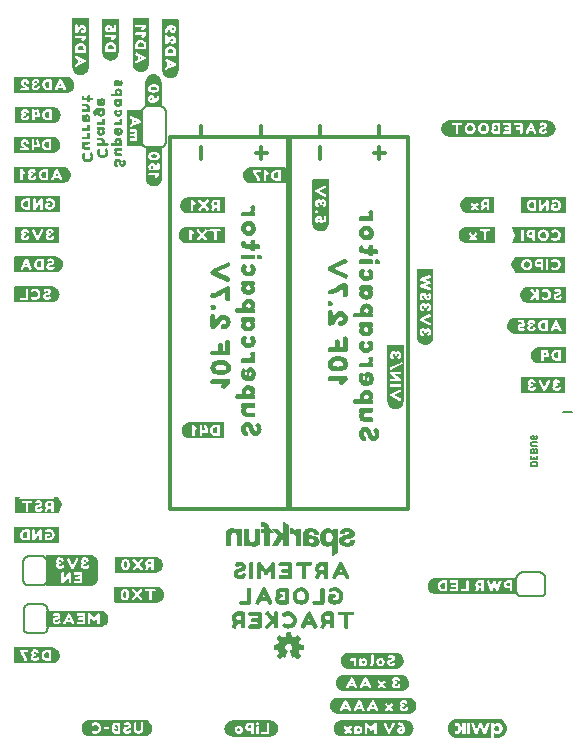
<source format=gbr>
G04 EAGLE Gerber RS-274X export*
G75*
%MOMM*%
%FSLAX34Y34*%
%LPD*%
%INSilkscreen Bottom*%
%IPPOS*%
%AMOC8*
5,1,8,0,0,1.08239X$1,22.5*%
G01*
%ADD10C,0.330200*%
%ADD11C,0.304800*%
%ADD12R,0.685800X1.422400*%
%ADD13C,0.152400*%
%ADD14C,0.203200*%
%ADD15C,0.127000*%

G36*
X472080Y514870D02*
X472080Y514870D01*
X472083Y514867D01*
X472783Y514967D01*
X472784Y514968D01*
X472784Y514967D01*
X473384Y515067D01*
X473387Y515071D01*
X473390Y515069D01*
X474090Y515269D01*
X474094Y515274D01*
X474098Y515272D01*
X475298Y515872D01*
X475300Y515876D01*
X475303Y515875D01*
X475903Y516275D01*
X475904Y516278D01*
X475907Y516278D01*
X476407Y516678D01*
X476408Y516682D01*
X476411Y516681D01*
X476911Y517181D01*
X476911Y517185D01*
X476914Y517185D01*
X477314Y517685D01*
X477315Y517689D01*
X477317Y517689D01*
X477717Y518289D01*
X477717Y518293D01*
X477720Y518294D01*
X478020Y518894D01*
X478019Y518899D01*
X478023Y518900D01*
X478223Y519500D01*
X478222Y519502D01*
X478223Y519502D01*
X478260Y519631D01*
X478302Y519778D01*
X478316Y519828D01*
X478358Y519975D01*
X478359Y519975D01*
X478358Y519975D01*
X478401Y520123D01*
X478415Y520172D01*
X478423Y520202D01*
X478422Y520206D01*
X478425Y520208D01*
X478525Y520808D01*
X478524Y520809D01*
X478525Y520809D01*
X478625Y521509D01*
X478622Y521514D01*
X478625Y521516D01*
X478625Y522216D01*
X478622Y522220D01*
X478625Y522223D01*
X478525Y522923D01*
X478520Y522928D01*
X478523Y522932D01*
X478323Y523531D01*
X478123Y524230D01*
X478122Y524231D01*
X478123Y524232D01*
X477923Y524832D01*
X477915Y524837D01*
X477917Y524843D01*
X477517Y525443D01*
X477514Y525444D01*
X477514Y525447D01*
X476714Y526447D01*
X476710Y526448D01*
X476711Y526451D01*
X476211Y526951D01*
X476204Y526952D01*
X476203Y526957D01*
X475603Y527357D01*
X475602Y527357D01*
X475601Y527358D01*
X475101Y527658D01*
X475096Y527658D01*
X475095Y527661D01*
X474397Y527961D01*
X473798Y528260D01*
X473788Y528258D01*
X473784Y528265D01*
X473184Y528365D01*
X473183Y528364D01*
X473183Y528365D01*
X471783Y528565D01*
X471778Y528562D01*
X471776Y528565D01*
X388476Y528565D01*
X388472Y528562D01*
X388469Y528565D01*
X387769Y528465D01*
X387768Y528464D01*
X387768Y528465D01*
X387168Y528365D01*
X387165Y528361D01*
X387162Y528363D01*
X386462Y528163D01*
X386458Y528158D01*
X386454Y528160D01*
X385254Y527560D01*
X385252Y527556D01*
X385249Y527557D01*
X384649Y527157D01*
X384648Y527154D01*
X384645Y527154D01*
X384145Y526754D01*
X384144Y526750D01*
X384141Y526751D01*
X383641Y526251D01*
X383641Y526247D01*
X383638Y526247D01*
X383238Y525747D01*
X383237Y525743D01*
X383235Y525743D01*
X382835Y525143D01*
X382835Y525139D01*
X382832Y525138D01*
X382532Y524538D01*
X382533Y524535D01*
X382530Y524533D01*
X382531Y524532D01*
X382529Y524532D01*
X382329Y523932D01*
X382330Y523930D01*
X382329Y523930D01*
X382290Y523794D01*
X382248Y523647D01*
X382234Y523597D01*
X382192Y523450D01*
X382149Y523302D01*
X382135Y523253D01*
X382129Y523230D01*
X382130Y523226D01*
X382127Y523224D01*
X382027Y522624D01*
X382028Y522623D01*
X382027Y522623D01*
X381927Y521923D01*
X381930Y521918D01*
X381927Y521916D01*
X381927Y521216D01*
X381930Y521212D01*
X381927Y521209D01*
X382027Y520509D01*
X382032Y520504D01*
X382029Y520500D01*
X382229Y519901D01*
X382429Y519202D01*
X382430Y519201D01*
X382429Y519200D01*
X382629Y518600D01*
X382637Y518595D01*
X382635Y518589D01*
X383035Y517989D01*
X383038Y517988D01*
X383038Y517985D01*
X383838Y516985D01*
X383842Y516984D01*
X383841Y516981D01*
X384341Y516481D01*
X384348Y516480D01*
X384349Y516475D01*
X384949Y516075D01*
X384951Y516075D01*
X384951Y516074D01*
X385451Y515774D01*
X385454Y515774D01*
X385454Y515772D01*
X386054Y515472D01*
X386056Y515472D01*
X386057Y515471D01*
X386757Y515171D01*
X386765Y515173D01*
X386768Y515167D01*
X387368Y515067D01*
X387369Y515068D01*
X387369Y515067D01*
X388769Y514867D01*
X388774Y514870D01*
X388776Y514867D01*
X472076Y514867D01*
X472080Y514870D01*
G37*
G36*
X84724Y134375D02*
X84724Y134375D01*
X84980Y134375D01*
X85006Y134394D01*
X85019Y134394D01*
X85031Y134409D01*
X85911Y134508D01*
X85971Y134523D01*
X86033Y134528D01*
X86188Y134572D01*
X87316Y134966D01*
X87371Y134994D01*
X87430Y135013D01*
X87572Y135090D01*
X88583Y135725D01*
X88631Y135764D01*
X88684Y135796D01*
X88805Y135902D01*
X89650Y136747D01*
X89688Y136796D01*
X89733Y136838D01*
X89827Y136969D01*
X90462Y137980D01*
X90489Y138037D01*
X90523Y138088D01*
X90586Y138236D01*
X90980Y139364D01*
X90993Y139425D01*
X91015Y139482D01*
X91044Y139641D01*
X91177Y140828D01*
X91177Y140842D01*
X91185Y140970D01*
X91185Y154686D01*
X91184Y154699D01*
X91177Y154828D01*
X91069Y155789D01*
X91054Y155849D01*
X91049Y155911D01*
X91006Y156066D01*
X90686Y156979D01*
X90659Y157034D01*
X90640Y157093D01*
X90563Y157235D01*
X90049Y158054D01*
X90009Y158101D01*
X89978Y158155D01*
X89871Y158276D01*
X89188Y158959D01*
X89139Y158997D01*
X89096Y159043D01*
X88966Y159137D01*
X88147Y159651D01*
X88091Y159677D01*
X88039Y159712D01*
X87891Y159774D01*
X86978Y160094D01*
X86917Y160107D01*
X86859Y160129D01*
X86701Y160157D01*
X85740Y160265D01*
X85726Y160265D01*
X85598Y160273D01*
X84582Y160273D01*
X84464Y160258D01*
X84345Y160251D01*
X84330Y160246D01*
X84218Y160265D01*
X84213Y160262D01*
X84210Y160265D01*
X47610Y160265D01*
X47601Y160258D01*
X47594Y160263D01*
X46994Y160063D01*
X46976Y160035D01*
X46963Y160025D01*
X46966Y160021D01*
X46964Y160019D01*
X46961Y160016D01*
X46961Y147216D01*
X46968Y147207D01*
X46963Y147200D01*
X47163Y146600D01*
X47207Y146570D01*
X47210Y146567D01*
X51831Y146567D01*
X51831Y134624D01*
X51860Y134586D01*
X51862Y134578D01*
X52362Y134378D01*
X52375Y134382D01*
X52380Y134375D01*
X84473Y134375D01*
X84502Y134369D01*
X84532Y134371D01*
X84563Y134367D01*
X84724Y134375D01*
G37*
G36*
X445567Y127525D02*
X445567Y127525D01*
X445574Y127520D01*
X446074Y127720D01*
X446089Y127744D01*
X446096Y127750D01*
X446094Y127753D01*
X446099Y127761D01*
X446105Y127766D01*
X446105Y140566D01*
X446102Y140571D01*
X446105Y140574D01*
X446005Y141174D01*
X445961Y141215D01*
X445959Y141212D01*
X445956Y141215D01*
X442756Y141215D01*
X442724Y141191D01*
X442712Y141189D01*
X442698Y141160D01*
X442696Y141162D01*
X442691Y141201D01*
X442669Y141198D01*
X442656Y141215D01*
X376956Y141215D01*
X376951Y141212D01*
X376948Y141215D01*
X376348Y141115D01*
X375649Y141015D01*
X375646Y141011D01*
X375645Y141011D01*
X375642Y141013D01*
X374942Y140813D01*
X374941Y140812D01*
X374940Y140813D01*
X374340Y140613D01*
X374335Y140605D01*
X374329Y140607D01*
X373730Y140208D01*
X373231Y139908D01*
X373229Y139903D01*
X373224Y139904D01*
X372625Y139404D01*
X372125Y139004D01*
X372123Y138994D01*
X372115Y138993D01*
X371716Y138395D01*
X371318Y137897D01*
X371317Y137889D01*
X371312Y137888D01*
X371012Y137288D01*
X371013Y137284D01*
X371010Y137282D01*
X371009Y137282D01*
X370809Y136682D01*
X370810Y136680D01*
X370809Y136680D01*
X370798Y136641D01*
X370756Y136494D01*
X370713Y136346D01*
X370699Y136297D01*
X370657Y136149D01*
X370615Y136001D01*
X370609Y135980D01*
X370601Y135952D01*
X370559Y135804D01*
X370516Y135656D01*
X370502Y135607D01*
X370460Y135459D01*
X370418Y135312D01*
X370409Y135280D01*
X370412Y135270D01*
X370407Y135266D01*
X370407Y133966D01*
X370410Y133962D01*
X370407Y133959D01*
X370507Y133259D01*
X370508Y133258D01*
X370507Y133258D01*
X370607Y132658D01*
X370611Y132655D01*
X370609Y132652D01*
X370809Y131952D01*
X370814Y131948D01*
X370812Y131944D01*
X371412Y130744D01*
X371416Y130742D01*
X371415Y130739D01*
X371815Y130139D01*
X371818Y130138D01*
X371818Y130135D01*
X372218Y129635D01*
X372225Y129633D01*
X372225Y129628D01*
X372725Y129228D01*
X373324Y128728D01*
X373330Y128728D01*
X373331Y128724D01*
X373831Y128424D01*
X373836Y128424D01*
X373837Y128421D01*
X374535Y128121D01*
X375134Y127822D01*
X375145Y127824D01*
X375148Y127817D01*
X375748Y127717D01*
X375749Y127718D01*
X375749Y127717D01*
X377149Y127517D01*
X377154Y127520D01*
X377156Y127517D01*
X445556Y127517D01*
X445567Y127525D01*
G37*
G36*
X354008Y26174D02*
X354008Y26174D01*
X354011Y26171D01*
X354711Y26271D01*
X354712Y26272D01*
X354712Y26271D01*
X355312Y26371D01*
X356011Y26471D01*
X356019Y26479D01*
X356026Y26476D01*
X356623Y26774D01*
X357220Y26973D01*
X357225Y26981D01*
X357231Y26979D01*
X358431Y27779D01*
X358435Y27789D01*
X358442Y27789D01*
X358841Y28287D01*
X359339Y28785D01*
X359339Y28789D01*
X359342Y28789D01*
X359742Y29289D01*
X359743Y29297D01*
X359748Y29298D01*
X360348Y30498D01*
X360347Y30505D01*
X360351Y30506D01*
X360375Y30590D01*
X360389Y30639D01*
X360431Y30787D01*
X360432Y30787D01*
X360431Y30787D01*
X360474Y30935D01*
X360488Y30984D01*
X360530Y31132D01*
X360551Y31205D01*
X360751Y31804D01*
X360749Y31811D01*
X360753Y31813D01*
X360853Y32513D01*
X360850Y32518D01*
X360853Y32520D01*
X360853Y33220D01*
X360850Y33224D01*
X360853Y33227D01*
X360753Y33927D01*
X360752Y33928D01*
X360753Y33928D01*
X360653Y34528D01*
X360649Y34531D01*
X360651Y34534D01*
X360451Y35234D01*
X360450Y35235D01*
X360451Y35236D01*
X360251Y35836D01*
X360246Y35839D01*
X360248Y35842D01*
X359948Y36442D01*
X359944Y36444D01*
X359945Y36447D01*
X359545Y37047D01*
X359542Y37048D01*
X359542Y37051D01*
X359142Y37551D01*
X359138Y37552D01*
X359139Y37555D01*
X358639Y38055D01*
X358635Y38055D01*
X358635Y38058D01*
X358135Y38458D01*
X358131Y38459D01*
X358131Y38461D01*
X357531Y38861D01*
X357527Y38861D01*
X357526Y38864D01*
X356326Y39464D01*
X356319Y39463D01*
X356318Y39467D01*
X355618Y39667D01*
X355614Y39666D01*
X355612Y39669D01*
X355012Y39769D01*
X355011Y39768D01*
X355011Y39769D01*
X354311Y39869D01*
X354306Y39866D01*
X354304Y39869D01*
X293704Y39869D01*
X293699Y39866D01*
X293696Y39869D01*
X293096Y39769D01*
X293093Y39765D01*
X293090Y39767D01*
X291690Y39367D01*
X291686Y39362D01*
X291682Y39364D01*
X290482Y38764D01*
X290479Y38757D01*
X290473Y38758D01*
X289473Y37958D01*
X289472Y37954D01*
X289469Y37955D01*
X288969Y37455D01*
X288968Y37448D01*
X288963Y37447D01*
X288563Y36847D01*
X288563Y36846D01*
X288562Y36845D01*
X288262Y36345D01*
X288262Y36340D01*
X288259Y36339D01*
X287959Y35641D01*
X287660Y35042D01*
X287662Y35032D01*
X287655Y35028D01*
X287555Y34428D01*
X287556Y34427D01*
X287555Y34427D01*
X287355Y33027D01*
X287360Y33018D01*
X287355Y33013D01*
X287455Y32313D01*
X287456Y32312D01*
X287455Y32312D01*
X287555Y31712D01*
X287655Y31013D01*
X287663Y31005D01*
X287660Y30998D01*
X287958Y30401D01*
X288157Y29804D01*
X288165Y29799D01*
X288163Y29793D01*
X288963Y28593D01*
X288970Y28590D01*
X288969Y28585D01*
X289469Y28085D01*
X289473Y28085D01*
X289473Y28082D01*
X290473Y27282D01*
X290481Y27281D01*
X290482Y27276D01*
X291682Y26676D01*
X291689Y26677D01*
X291690Y26673D01*
X292389Y26473D01*
X292988Y26273D01*
X292995Y26275D01*
X292997Y26271D01*
X293697Y26171D01*
X293702Y26174D01*
X293704Y26171D01*
X354004Y26171D01*
X354008Y26174D01*
G37*
G36*
X351017Y7124D02*
X351017Y7124D01*
X351022Y7122D01*
X351027Y7132D01*
X351059Y7157D01*
X351047Y7174D01*
X351050Y7180D01*
X351069Y7146D01*
X351105Y7130D01*
X351112Y7121D01*
X351712Y7121D01*
X351716Y7124D01*
X351719Y7121D01*
X353119Y7321D01*
X353124Y7326D01*
X353128Y7323D01*
X354328Y7723D01*
X354329Y7726D01*
X354331Y7725D01*
X355031Y8025D01*
X355036Y8033D01*
X355043Y8032D01*
X355541Y8430D01*
X356139Y8829D01*
X356140Y8832D01*
X356143Y8832D01*
X356643Y9232D01*
X356645Y9242D01*
X356653Y9243D01*
X357052Y9841D01*
X357450Y10339D01*
X357451Y10347D01*
X357456Y10348D01*
X358056Y11548D01*
X358055Y11555D01*
X358059Y11556D01*
X358069Y11589D01*
X358083Y11638D01*
X358125Y11786D01*
X358167Y11934D01*
X358181Y11983D01*
X358223Y12131D01*
X358224Y12131D01*
X358223Y12131D01*
X358259Y12256D01*
X358258Y12260D01*
X358261Y12262D01*
X358361Y12862D01*
X358360Y12863D01*
X358361Y12863D01*
X358461Y13563D01*
X358458Y13568D01*
X358461Y13570D01*
X358461Y14270D01*
X358458Y14274D01*
X358461Y14277D01*
X358361Y14977D01*
X358360Y14978D01*
X358361Y14978D01*
X358261Y15578D01*
X358257Y15581D01*
X358259Y15584D01*
X358059Y16284D01*
X358054Y16288D01*
X358056Y16292D01*
X357456Y17492D01*
X357452Y17494D01*
X357453Y17497D01*
X357053Y18097D01*
X357050Y18098D01*
X357050Y18101D01*
X356650Y18601D01*
X356646Y18602D01*
X356647Y18605D01*
X356147Y19105D01*
X356143Y19105D01*
X356143Y19108D01*
X355643Y19508D01*
X355639Y19509D01*
X355639Y19511D01*
X355039Y19911D01*
X355035Y19911D01*
X355034Y19914D01*
X354434Y20214D01*
X354429Y20213D01*
X354428Y20217D01*
X353828Y20417D01*
X353826Y20416D01*
X353826Y20417D01*
X353126Y20617D01*
X353122Y20616D01*
X353120Y20619D01*
X352520Y20719D01*
X352519Y20718D01*
X352519Y20719D01*
X351819Y20819D01*
X351814Y20816D01*
X351812Y20819D01*
X297412Y20819D01*
X297408Y20816D01*
X297405Y20819D01*
X296705Y20719D01*
X296704Y20718D01*
X296704Y20719D01*
X296104Y20619D01*
X296101Y20615D01*
X296098Y20617D01*
X295398Y20417D01*
X295397Y20416D01*
X295396Y20417D01*
X294796Y20217D01*
X294793Y20212D01*
X294790Y20214D01*
X294190Y19914D01*
X294188Y19910D01*
X294185Y19911D01*
X293585Y19511D01*
X293584Y19508D01*
X293581Y19508D01*
X293081Y19108D01*
X293080Y19104D01*
X293077Y19105D01*
X292577Y18605D01*
X292577Y18601D01*
X292574Y18601D01*
X292174Y18101D01*
X292173Y18097D01*
X292171Y18097D01*
X291771Y17497D01*
X291771Y17493D01*
X291768Y17492D01*
X291168Y16292D01*
X291169Y16285D01*
X291165Y16284D01*
X291154Y16245D01*
X291112Y16098D01*
X291069Y15950D01*
X291055Y15901D01*
X291013Y15753D01*
X290971Y15605D01*
X290965Y15584D01*
X290966Y15580D01*
X290963Y15578D01*
X290863Y14978D01*
X290864Y14977D01*
X290863Y14977D01*
X290763Y14277D01*
X290766Y14272D01*
X290763Y14270D01*
X290763Y13570D01*
X290766Y13566D01*
X290763Y13563D01*
X290863Y12863D01*
X290864Y12862D01*
X290863Y12862D01*
X290963Y12262D01*
X290967Y12259D01*
X290965Y12256D01*
X291165Y11556D01*
X291170Y11552D01*
X291168Y11548D01*
X291768Y10348D01*
X291775Y10345D01*
X291774Y10339D01*
X292174Y9839D01*
X292174Y9838D01*
X292674Y9238D01*
X292678Y9238D01*
X292677Y9235D01*
X293077Y8835D01*
X293084Y8834D01*
X293085Y8829D01*
X293683Y8430D01*
X294181Y8032D01*
X294191Y8031D01*
X294193Y8025D01*
X294893Y7725D01*
X294896Y7726D01*
X294896Y7723D01*
X296096Y7323D01*
X296103Y7325D01*
X296105Y7321D01*
X297505Y7121D01*
X297510Y7124D01*
X297512Y7121D01*
X351012Y7121D01*
X351017Y7124D01*
G37*
G36*
X369004Y338618D02*
X369004Y338618D01*
X369007Y338615D01*
X369707Y338715D01*
X369712Y338720D01*
X369716Y338717D01*
X370916Y339117D01*
X370917Y339120D01*
X370919Y339119D01*
X371619Y339419D01*
X371624Y339427D01*
X371631Y339426D01*
X372129Y339824D01*
X372727Y340223D01*
X372728Y340226D01*
X372731Y340226D01*
X373231Y340626D01*
X373233Y340633D01*
X373238Y340633D01*
X373638Y341133D01*
X373639Y341137D01*
X373641Y341137D01*
X374041Y341737D01*
X374041Y341741D01*
X374044Y341742D01*
X374644Y342942D01*
X374643Y342947D01*
X374647Y342948D01*
X374847Y343548D01*
X374846Y343550D01*
X374847Y343550D01*
X374883Y343674D01*
X374897Y343723D01*
X374939Y343871D01*
X374981Y344019D01*
X374995Y344068D01*
X375037Y344216D01*
X375038Y344216D01*
X375037Y344216D01*
X375047Y344250D01*
X375046Y344255D01*
X375049Y344257D01*
X375149Y344957D01*
X375146Y344962D01*
X375149Y344964D01*
X375149Y345364D01*
X375132Y345386D01*
X375134Y345400D01*
X375109Y345424D01*
X375126Y345422D01*
X375128Y345448D01*
X375149Y345464D01*
X375149Y402264D01*
X375136Y402282D01*
X375139Y402294D01*
X374839Y402694D01*
X374808Y402703D01*
X374800Y402713D01*
X362000Y402713D01*
X361989Y402705D01*
X361982Y402710D01*
X361482Y402510D01*
X361457Y402469D01*
X361451Y402464D01*
X361451Y344964D01*
X361454Y344960D01*
X361451Y344957D01*
X361551Y344257D01*
X361555Y344253D01*
X361553Y344250D01*
X361753Y343550D01*
X361754Y343549D01*
X361753Y343548D01*
X361953Y342948D01*
X361958Y342945D01*
X361956Y342942D01*
X362556Y341742D01*
X362560Y341740D01*
X362559Y341737D01*
X362959Y341137D01*
X362962Y341136D01*
X362962Y341133D01*
X363362Y340633D01*
X363369Y340631D01*
X363369Y340626D01*
X363869Y340226D01*
X364468Y339726D01*
X364477Y339726D01*
X364478Y339720D01*
X365678Y339120D01*
X365683Y339121D01*
X365684Y339117D01*
X366284Y338917D01*
X366286Y338918D01*
X366286Y338917D01*
X366986Y338717D01*
X366990Y338718D01*
X366992Y338715D01*
X367592Y338615D01*
X367597Y338618D01*
X367600Y338615D01*
X369000Y338615D01*
X369004Y338618D01*
G37*
G36*
X347203Y45480D02*
X347203Y45480D01*
X347211Y45477D01*
X347216Y45490D01*
X347243Y45511D01*
X347229Y45529D01*
X347231Y45533D01*
X347255Y45496D01*
X347288Y45485D01*
X347296Y45475D01*
X347896Y45475D01*
X347900Y45478D01*
X347903Y45475D01*
X349303Y45675D01*
X349308Y45680D01*
X349312Y45677D01*
X350512Y46077D01*
X350517Y46085D01*
X350523Y46083D01*
X351121Y46481D01*
X351718Y46780D01*
X351723Y46790D01*
X351731Y46789D01*
X352229Y47287D01*
X352727Y47686D01*
X352729Y47696D01*
X352737Y47697D01*
X353136Y48295D01*
X353534Y48793D01*
X353535Y48801D01*
X353540Y48802D01*
X354140Y50002D01*
X354139Y50009D01*
X354143Y50010D01*
X354152Y50042D01*
X354194Y50189D01*
X354195Y50189D01*
X354194Y50189D01*
X354237Y50337D01*
X354251Y50386D01*
X354293Y50534D01*
X354335Y50682D01*
X354343Y50710D01*
X354342Y50715D01*
X354345Y50717D01*
X354445Y51416D01*
X354545Y52016D01*
X354542Y52021D01*
X354545Y52024D01*
X354545Y52724D01*
X354542Y52728D01*
X354545Y52731D01*
X354345Y54131D01*
X354337Y54139D01*
X354340Y54146D01*
X354042Y54743D01*
X353843Y55340D01*
X353835Y55345D01*
X353837Y55351D01*
X353439Y55949D01*
X353140Y56546D01*
X353130Y56551D01*
X353131Y56559D01*
X352631Y57059D01*
X352627Y57059D01*
X352627Y57062D01*
X352129Y57461D01*
X351631Y57959D01*
X351619Y57960D01*
X351618Y57968D01*
X349818Y58868D01*
X349807Y58866D01*
X349803Y58873D01*
X349103Y58973D01*
X348404Y59073D01*
X347804Y59173D01*
X347799Y59170D01*
X347796Y59173D01*
X299596Y59173D01*
X299592Y59170D01*
X299589Y59173D01*
X298893Y59073D01*
X298196Y59073D01*
X298189Y59068D01*
X298185Y59068D01*
X298180Y59071D01*
X297581Y58871D01*
X296882Y58671D01*
X296878Y58666D01*
X296874Y58668D01*
X296274Y58368D01*
X296272Y58364D01*
X296269Y58365D01*
X295669Y57965D01*
X295668Y57962D01*
X295665Y57962D01*
X294665Y57162D01*
X294664Y57158D01*
X294661Y57159D01*
X294161Y56659D01*
X294160Y56652D01*
X294155Y56651D01*
X293755Y56051D01*
X293755Y56050D01*
X293754Y56049D01*
X293454Y55549D01*
X293454Y55544D01*
X293451Y55543D01*
X293151Y54843D01*
X293152Y54840D01*
X293149Y54840D01*
X292949Y54240D01*
X292950Y54238D01*
X292949Y54238D01*
X292911Y54107D01*
X292897Y54058D01*
X292855Y53910D01*
X292813Y53762D01*
X292799Y53713D01*
X292757Y53565D01*
X292749Y53538D01*
X292750Y53534D01*
X292747Y53532D01*
X292647Y52932D01*
X292650Y52927D01*
X292647Y52924D01*
X292647Y52224D01*
X292650Y52220D01*
X292647Y52217D01*
X292747Y51517D01*
X292748Y51516D01*
X292747Y51516D01*
X292847Y50916D01*
X292947Y50217D01*
X292955Y50209D01*
X292952Y50202D01*
X293552Y49002D01*
X293556Y49000D01*
X293555Y48997D01*
X293955Y48397D01*
X293958Y48396D01*
X293958Y48393D01*
X294758Y47393D01*
X294765Y47391D01*
X294764Y47386D01*
X295364Y46886D01*
X295365Y46886D01*
X295865Y46486D01*
X295873Y46485D01*
X295874Y46480D01*
X297074Y45880D01*
X297081Y45881D01*
X297082Y45877D01*
X297782Y45677D01*
X297786Y45678D01*
X297788Y45675D01*
X298388Y45575D01*
X298389Y45576D01*
X298389Y45575D01*
X299089Y45475D01*
X299094Y45478D01*
X299096Y45475D01*
X347196Y45475D01*
X347203Y45480D01*
G37*
G36*
X130492Y7124D02*
X130492Y7124D01*
X130495Y7121D01*
X131895Y7321D01*
X131900Y7326D01*
X131904Y7323D01*
X132504Y7523D01*
X132507Y7528D01*
X132510Y7526D01*
X133710Y8126D01*
X133712Y8130D01*
X133715Y8129D01*
X134315Y8529D01*
X134316Y8532D01*
X134319Y8532D01*
X134819Y8932D01*
X134820Y8936D01*
X134823Y8935D01*
X135323Y9435D01*
X135323Y9439D01*
X135326Y9439D01*
X135726Y9939D01*
X135727Y9943D01*
X135729Y9943D01*
X136129Y10543D01*
X136129Y10547D01*
X136132Y10548D01*
X136732Y11748D01*
X136731Y11753D01*
X136735Y11754D01*
X136935Y12354D01*
X136933Y12361D01*
X136937Y12363D01*
X137037Y13063D01*
X137035Y13066D01*
X137035Y13067D01*
X137034Y13068D01*
X137037Y13070D01*
X137037Y14470D01*
X137034Y14475D01*
X137037Y14478D01*
X136937Y15078D01*
X136837Y15777D01*
X136832Y15782D01*
X136835Y15786D01*
X136635Y16386D01*
X136630Y16389D01*
X136632Y16392D01*
X136032Y17592D01*
X136028Y17594D01*
X136029Y17597D01*
X135629Y18197D01*
X135622Y18200D01*
X135623Y18205D01*
X134623Y19205D01*
X134619Y19205D01*
X134619Y19208D01*
X134119Y19608D01*
X134111Y19609D01*
X134110Y19614D01*
X132310Y20514D01*
X132299Y20512D01*
X132295Y20519D01*
X131596Y20619D01*
X130996Y20719D01*
X130995Y20718D01*
X130995Y20719D01*
X130295Y20819D01*
X130290Y20816D01*
X130288Y20819D01*
X84188Y20819D01*
X84184Y20816D01*
X84181Y20819D01*
X83485Y20719D01*
X82888Y20719D01*
X82881Y20714D01*
X82879Y20714D01*
X82874Y20717D01*
X82174Y20517D01*
X82173Y20516D01*
X82172Y20517D01*
X81572Y20317D01*
X81569Y20312D01*
X81566Y20314D01*
X80966Y20014D01*
X80964Y20010D01*
X80961Y20011D01*
X79761Y19211D01*
X79760Y19208D01*
X79757Y19208D01*
X79257Y18808D01*
X79255Y18801D01*
X79250Y18801D01*
X78850Y18301D01*
X78849Y18297D01*
X78847Y18297D01*
X78047Y17097D01*
X78047Y17093D01*
X78044Y17092D01*
X77744Y16492D01*
X77745Y16487D01*
X77741Y16486D01*
X77541Y15886D01*
X77543Y15879D01*
X77539Y15877D01*
X77339Y14477D01*
X77341Y14473D01*
X77341Y14472D01*
X77339Y14470D01*
X77339Y13170D01*
X77342Y13166D01*
X77339Y13163D01*
X77439Y12463D01*
X77444Y12458D01*
X77441Y12454D01*
X77641Y11855D01*
X77841Y11156D01*
X77850Y11150D01*
X77847Y11143D01*
X78246Y10544D01*
X78546Y10045D01*
X78547Y10044D01*
X78547Y10043D01*
X78947Y9443D01*
X78957Y9439D01*
X78957Y9432D01*
X79455Y9033D01*
X79953Y8535D01*
X79960Y8534D01*
X79961Y8529D01*
X80561Y8129D01*
X80565Y8129D01*
X80566Y8126D01*
X81766Y7526D01*
X81771Y7527D01*
X81772Y7523D01*
X82372Y7323D01*
X82379Y7325D01*
X82381Y7321D01*
X83781Y7121D01*
X83786Y7124D01*
X83788Y7121D01*
X130488Y7121D01*
X130492Y7124D01*
G37*
G36*
X343558Y283982D02*
X343558Y283982D01*
X343561Y283979D01*
X344261Y284079D01*
X344262Y284080D01*
X344262Y284079D01*
X344862Y284179D01*
X344865Y284183D01*
X344868Y284181D01*
X345568Y284381D01*
X345572Y284386D01*
X345576Y284384D01*
X346776Y284984D01*
X346779Y284991D01*
X346785Y284990D01*
X347285Y285390D01*
X347286Y285390D01*
X347886Y285890D01*
X347887Y285897D01*
X347892Y285897D01*
X348692Y286897D01*
X348693Y286901D01*
X348695Y286901D01*
X349095Y287501D01*
X349095Y287505D01*
X349098Y287506D01*
X349398Y288106D01*
X349397Y288111D01*
X349401Y288112D01*
X349801Y289312D01*
X349799Y289319D01*
X349803Y289321D01*
X350003Y290721D01*
X350000Y290726D01*
X350003Y290728D01*
X350003Y338228D01*
X349974Y338266D01*
X349972Y338274D01*
X349472Y338474D01*
X349459Y338470D01*
X349454Y338477D01*
X336654Y338477D01*
X336628Y338458D01*
X336615Y338458D01*
X336315Y338058D01*
X336315Y338036D01*
X336305Y338028D01*
X336305Y290628D01*
X336308Y290624D01*
X336305Y290621D01*
X336505Y289221D01*
X336510Y289216D01*
X336507Y289212D01*
X336907Y288012D01*
X336915Y288007D01*
X336913Y288001D01*
X337311Y287403D01*
X337610Y286806D01*
X337617Y286803D01*
X337616Y286797D01*
X338016Y286297D01*
X338020Y286296D01*
X338019Y286293D01*
X338519Y285793D01*
X338523Y285793D01*
X338523Y285790D01*
X339023Y285390D01*
X339027Y285389D01*
X339027Y285387D01*
X339627Y284987D01*
X339631Y284987D01*
X339632Y284984D01*
X340832Y284384D01*
X340839Y284385D01*
X340840Y284381D01*
X341540Y284181D01*
X341544Y284182D01*
X341546Y284179D01*
X342146Y284079D01*
X342147Y284080D01*
X342147Y284079D01*
X342847Y283979D01*
X342852Y283982D01*
X342854Y283979D01*
X343554Y283979D01*
X343558Y283982D01*
G37*
G36*
X93341Y99834D02*
X93341Y99834D01*
X93344Y99831D01*
X93944Y99931D01*
X94643Y100031D01*
X95343Y100131D01*
X95351Y100139D01*
X95358Y100136D01*
X97158Y101036D01*
X97161Y101043D01*
X97167Y101042D01*
X97667Y101442D01*
X97668Y101446D01*
X97671Y101445D01*
X98671Y102445D01*
X98672Y102452D01*
X98677Y102453D01*
X99077Y103053D01*
X99077Y103057D01*
X99080Y103058D01*
X99680Y104258D01*
X99679Y104263D01*
X99683Y104264D01*
X99883Y104864D01*
X99881Y104871D01*
X99885Y104873D01*
X100085Y106273D01*
X100082Y106278D01*
X100085Y106280D01*
X100085Y106880D01*
X100082Y106884D01*
X100085Y106887D01*
X99885Y108287D01*
X99880Y108292D01*
X99883Y108296D01*
X99483Y109496D01*
X99478Y109499D01*
X99480Y109502D01*
X99180Y110102D01*
X99176Y110104D01*
X99177Y110107D01*
X98777Y110707D01*
X98774Y110708D01*
X98774Y110711D01*
X98374Y111211D01*
X98370Y111212D01*
X98371Y111215D01*
X97871Y111715D01*
X97867Y111715D01*
X97867Y111718D01*
X97367Y112118D01*
X97363Y112119D01*
X97363Y112121D01*
X96763Y112521D01*
X96759Y112521D01*
X96758Y112524D01*
X95558Y113124D01*
X95551Y113123D01*
X95550Y113127D01*
X94850Y113327D01*
X94846Y113326D01*
X94844Y113329D01*
X94244Y113429D01*
X94243Y113428D01*
X94243Y113429D01*
X93543Y113529D01*
X93538Y113526D01*
X93536Y113529D01*
X47936Y113529D01*
X47910Y113510D01*
X47897Y113510D01*
X47597Y113110D01*
X47597Y113098D01*
X47589Y113092D01*
X47594Y113085D01*
X47587Y113080D01*
X47587Y100280D01*
X47600Y100262D01*
X47597Y100250D01*
X47897Y99850D01*
X47928Y99842D01*
X47936Y99831D01*
X93336Y99831D01*
X93341Y99834D01*
G37*
G36*
X343246Y64274D02*
X343246Y64274D01*
X343249Y64271D01*
X344649Y64471D01*
X344650Y64472D01*
X344650Y64471D01*
X345250Y64571D01*
X345257Y64579D01*
X345264Y64576D01*
X345863Y64875D01*
X346561Y65175D01*
X346564Y65179D01*
X346567Y65178D01*
X347067Y65478D01*
X347068Y65479D01*
X347069Y65479D01*
X347669Y65879D01*
X347672Y65886D01*
X347677Y65885D01*
X348177Y66385D01*
X348177Y66389D01*
X348180Y66389D01*
X348980Y67389D01*
X348981Y67397D01*
X348986Y67398D01*
X349586Y68598D01*
X349585Y68605D01*
X349589Y68606D01*
X349613Y68690D01*
X349627Y68739D01*
X349669Y68887D01*
X349670Y68887D01*
X349669Y68887D01*
X349712Y69035D01*
X349726Y69084D01*
X349768Y69232D01*
X349789Y69305D01*
X349989Y69904D01*
X349987Y69911D01*
X349991Y69913D01*
X350091Y70613D01*
X350088Y70618D01*
X350091Y70620D01*
X350091Y71320D01*
X350088Y71324D01*
X350091Y71327D01*
X349991Y72027D01*
X349990Y72028D01*
X349991Y72028D01*
X349891Y72628D01*
X349887Y72631D01*
X349889Y72634D01*
X349689Y73334D01*
X349688Y73335D01*
X349689Y73336D01*
X349489Y73936D01*
X349484Y73939D01*
X349486Y73942D01*
X349186Y74542D01*
X349182Y74544D01*
X349183Y74547D01*
X348783Y75147D01*
X348780Y75148D01*
X348780Y75151D01*
X348380Y75651D01*
X348376Y75652D01*
X348377Y75655D01*
X347877Y76155D01*
X347873Y76155D01*
X347873Y76158D01*
X347373Y76558D01*
X347369Y76559D01*
X347369Y76561D01*
X346769Y76961D01*
X346765Y76961D01*
X346764Y76964D01*
X345564Y77564D01*
X345557Y77563D01*
X345556Y77567D01*
X344856Y77767D01*
X344852Y77766D01*
X344850Y77769D01*
X344250Y77869D01*
X344249Y77868D01*
X344249Y77869D01*
X343549Y77969D01*
X343544Y77966D01*
X343542Y77969D01*
X303242Y77969D01*
X303237Y77966D01*
X303234Y77969D01*
X302634Y77869D01*
X301935Y77769D01*
X301932Y77765D01*
X301930Y77765D01*
X301929Y77765D01*
X301926Y77767D01*
X301327Y77567D01*
X300628Y77367D01*
X300624Y77362D01*
X300620Y77364D01*
X300020Y77064D01*
X300018Y77060D01*
X300015Y77061D01*
X299415Y76661D01*
X299414Y76658D01*
X299411Y76658D01*
X298911Y76258D01*
X298910Y76254D01*
X298907Y76255D01*
X298407Y75755D01*
X298407Y75751D01*
X298404Y75751D01*
X298004Y75251D01*
X298003Y75247D01*
X298001Y75247D01*
X297601Y74647D01*
X297601Y74643D01*
X297598Y74642D01*
X296998Y73442D01*
X296999Y73437D01*
X296995Y73436D01*
X296795Y72836D01*
X296797Y72829D01*
X296793Y72827D01*
X296593Y71427D01*
X296596Y71422D01*
X296593Y71420D01*
X296593Y70820D01*
X296596Y70816D01*
X296593Y70813D01*
X296793Y69413D01*
X296798Y69408D01*
X296795Y69404D01*
X296995Y68804D01*
X297000Y68801D01*
X296998Y68798D01*
X297598Y67598D01*
X297602Y67596D01*
X297601Y67593D01*
X298001Y66993D01*
X298004Y66992D01*
X298004Y66989D01*
X298404Y66489D01*
X298408Y66488D01*
X298407Y66485D01*
X298907Y65985D01*
X298911Y65985D01*
X298911Y65982D01*
X299411Y65582D01*
X299415Y65581D01*
X299415Y65579D01*
X300015Y65179D01*
X300019Y65179D01*
X300020Y65176D01*
X300620Y64876D01*
X300625Y64877D01*
X300626Y64873D01*
X301226Y64673D01*
X301228Y64674D01*
X301228Y64673D01*
X301928Y64473D01*
X301933Y64475D01*
X301935Y64471D01*
X302634Y64371D01*
X303234Y64271D01*
X303239Y64274D01*
X303242Y64271D01*
X343242Y64271D01*
X343246Y64274D01*
G37*
G36*
X64547Y551927D02*
X64547Y551927D01*
X64549Y551926D01*
X64551Y551927D01*
X64552Y551926D01*
X65952Y552126D01*
X65957Y552131D01*
X65961Y552128D01*
X67161Y552528D01*
X67164Y552532D01*
X67167Y552531D01*
X67767Y552831D01*
X67769Y552835D01*
X67773Y552834D01*
X68373Y553234D01*
X68374Y553237D01*
X68376Y553236D01*
X68876Y553636D01*
X68877Y553640D01*
X68880Y553640D01*
X69880Y554640D01*
X69881Y554644D01*
X69884Y554644D01*
X70284Y555144D01*
X70284Y555152D01*
X70289Y555153D01*
X70589Y555753D01*
X70588Y555759D01*
X70593Y555761D01*
X70604Y555803D01*
X70647Y555951D01*
X70689Y556098D01*
X70703Y556148D01*
X70745Y556295D01*
X70787Y556443D01*
X70792Y556460D01*
X70992Y557059D01*
X70991Y557061D01*
X70993Y557061D01*
X70999Y557083D01*
X71013Y557133D01*
X71055Y557280D01*
X71097Y557428D01*
X71111Y557477D01*
X71154Y557625D01*
X71193Y557761D01*
X71191Y557765D01*
X71194Y557767D01*
X71294Y558367D01*
X71291Y558372D01*
X71294Y558375D01*
X71294Y559075D01*
X71291Y559079D01*
X71294Y559082D01*
X71094Y560482D01*
X71089Y560486D01*
X71092Y560490D01*
X70892Y561090D01*
X70888Y561093D01*
X70889Y561097D01*
X70289Y562297D01*
X70285Y562299D01*
X70286Y562302D01*
X69886Y562902D01*
X69883Y562903D01*
X69884Y562905D01*
X69484Y563405D01*
X69480Y563406D01*
X69480Y563409D01*
X68980Y563909D01*
X68973Y563910D01*
X68973Y563916D01*
X68375Y564314D01*
X67876Y564713D01*
X67868Y564713D01*
X67867Y564719D01*
X67267Y565019D01*
X67260Y565017D01*
X67259Y565022D01*
X66560Y565222D01*
X65961Y565421D01*
X65956Y565420D01*
X65954Y565420D01*
X65952Y565423D01*
X64552Y565623D01*
X64548Y565621D01*
X64545Y565624D01*
X21045Y565624D01*
X21040Y565620D01*
X21037Y565623D01*
X20437Y565523D01*
X20401Y565484D01*
X20398Y565482D01*
X20396Y565480D01*
X20399Y565477D01*
X20396Y565475D01*
X20396Y552575D01*
X20400Y552570D01*
X20397Y552567D01*
X20497Y551967D01*
X20540Y551926D01*
X20543Y551929D01*
X20545Y551925D01*
X64545Y551925D01*
X64547Y551927D01*
G37*
G36*
X153583Y564262D02*
X153583Y564262D01*
X153586Y564259D01*
X154186Y564359D01*
X154189Y564362D01*
X154191Y564360D01*
X154891Y564560D01*
X154895Y564565D01*
X154900Y564563D01*
X156100Y565163D01*
X156102Y565167D01*
X156105Y565166D01*
X156705Y565566D01*
X156706Y565569D01*
X156709Y565569D01*
X157209Y565969D01*
X157210Y565973D01*
X157213Y565972D01*
X157713Y566472D01*
X157713Y566477D01*
X157716Y566476D01*
X158116Y566976D01*
X158116Y566980D01*
X158119Y566980D01*
X158519Y567580D01*
X158519Y567585D01*
X158522Y567585D01*
X158822Y568185D01*
X158821Y568190D01*
X158825Y568192D01*
X159025Y568792D01*
X159024Y568793D01*
X159025Y568794D01*
X159034Y568825D01*
X159076Y568973D01*
X159119Y569120D01*
X159133Y569170D01*
X159175Y569317D01*
X159217Y569465D01*
X159225Y569494D01*
X159223Y569498D01*
X159227Y569500D01*
X159326Y570199D01*
X159426Y570799D01*
X159424Y570805D01*
X159427Y570807D01*
X159427Y613707D01*
X159424Y613711D01*
X159427Y613714D01*
X159327Y614414D01*
X159284Y614456D01*
X159281Y614453D01*
X159278Y614456D01*
X146478Y614456D01*
X146474Y614453D01*
X146471Y614456D01*
X145771Y614356D01*
X145729Y614314D01*
X145732Y614311D01*
X145730Y614309D01*
X145731Y614309D01*
X145729Y614307D01*
X145729Y570907D01*
X145730Y570905D01*
X145729Y570903D01*
X145731Y570901D01*
X145729Y570899D01*
X145829Y570299D01*
X145929Y569600D01*
X145933Y569597D01*
X145930Y569594D01*
X146130Y568894D01*
X146132Y568893D01*
X146131Y568892D01*
X146331Y568292D01*
X146335Y568289D01*
X146334Y568285D01*
X146634Y567685D01*
X146638Y567683D01*
X146637Y567680D01*
X147037Y567080D01*
X147040Y567079D01*
X147039Y567076D01*
X147839Y566076D01*
X147850Y566074D01*
X147851Y566066D01*
X148448Y565668D01*
X148947Y565269D01*
X148950Y565269D01*
X148951Y565266D01*
X149551Y564866D01*
X149560Y564867D01*
X149562Y564860D01*
X150162Y564660D01*
X150164Y564661D01*
X150164Y564660D01*
X150863Y564460D01*
X151462Y564260D01*
X151473Y564264D01*
X151478Y564258D01*
X153578Y564258D01*
X153583Y564262D01*
G37*
G36*
X423818Y5648D02*
X423818Y5648D01*
X423841Y5651D01*
X423848Y5666D01*
X423856Y5672D01*
X423855Y5682D01*
X423862Y5698D01*
X423862Y18338D01*
X426807Y18338D01*
X426811Y18285D01*
X426811Y17230D01*
X426817Y17221D01*
X426815Y17210D01*
X426834Y17194D01*
X426848Y17173D01*
X426859Y17175D01*
X426868Y17168D01*
X426911Y17182D01*
X426915Y17183D01*
X426916Y17184D01*
X426917Y17184D01*
X427232Y17479D01*
X427633Y17812D01*
X428075Y18081D01*
X428557Y18271D01*
X429063Y18386D01*
X429580Y18435D01*
X430621Y18355D01*
X431118Y18204D01*
X431602Y18016D01*
X432056Y17763D01*
X432459Y17438D01*
X432831Y17077D01*
X433137Y16657D01*
X433391Y16202D01*
X433607Y15729D01*
X433740Y15224D01*
X433855Y14715D01*
X433920Y13671D01*
X433821Y12629D01*
X433696Y12122D01*
X433536Y11627D01*
X433321Y11152D01*
X433044Y10712D01*
X432736Y10293D01*
X432349Y9947D01*
X431932Y9639D01*
X431479Y9385D01*
X430988Y9215D01*
X430486Y9078D01*
X429967Y9029D01*
X429446Y9008D01*
X428930Y9065D01*
X428428Y9191D01*
X427956Y9404D01*
X427523Y9688D01*
X427142Y10042D01*
X426920Y10281D01*
X426907Y10284D01*
X426900Y10295D01*
X426877Y10292D01*
X426854Y10297D01*
X426846Y10287D01*
X426833Y10285D01*
X426818Y10252D01*
X426812Y10244D01*
X426813Y10241D01*
X426811Y10238D01*
X426811Y5855D01*
X426810Y5706D01*
X426822Y5687D01*
X426825Y5664D01*
X426840Y5657D01*
X426846Y5649D01*
X426856Y5650D01*
X426872Y5643D01*
X429369Y5643D01*
X429371Y5644D01*
X429375Y5643D01*
X430953Y5801D01*
X430958Y5804D01*
X430965Y5803D01*
X432483Y6260D01*
X432487Y6265D01*
X432494Y6265D01*
X433894Y7009D01*
X433897Y7013D01*
X433904Y7015D01*
X435134Y8016D01*
X435136Y8022D01*
X435143Y8025D01*
X436154Y9247D01*
X436155Y9252D01*
X436161Y9257D01*
X436912Y10653D01*
X436912Y10659D01*
X436917Y10665D01*
X437383Y12181D01*
X437381Y12186D01*
X437385Y12193D01*
X437545Y13771D01*
X437542Y13776D01*
X437545Y13784D01*
X437392Y15362D01*
X437389Y15366D01*
X437390Y15373D01*
X437251Y15881D01*
X437250Y15882D01*
X437250Y15883D01*
X436937Y16893D01*
X436933Y16896D01*
X436933Y16903D01*
X436698Y17375D01*
X436697Y17375D01*
X436697Y17377D01*
X436192Y18306D01*
X436187Y18309D01*
X436186Y18316D01*
X435188Y19547D01*
X435183Y19549D01*
X435179Y19556D01*
X433962Y20572D01*
X433956Y20572D01*
X433951Y20579D01*
X432558Y21336D01*
X432552Y21335D01*
X432546Y21341D01*
X431031Y21811D01*
X431026Y21809D01*
X431019Y21813D01*
X429440Y21972D01*
X429438Y21971D01*
X429435Y21973D01*
X428906Y21978D01*
X395590Y21978D01*
X395588Y21976D01*
X395584Y21978D01*
X395343Y21953D01*
X394291Y21847D01*
X394289Y21846D01*
X394286Y21847D01*
X393768Y21757D01*
X393765Y21754D01*
X393760Y21755D01*
X392750Y21441D01*
X392748Y21440D01*
X392746Y21440D01*
X392254Y21251D01*
X392252Y21248D01*
X392247Y21247D01*
X391318Y20743D01*
X391316Y20741D01*
X391314Y20740D01*
X390870Y20456D01*
X390869Y20453D01*
X390864Y20452D01*
X390049Y19779D01*
X390048Y19776D01*
X390045Y19775D01*
X389668Y19407D01*
X389667Y19404D01*
X389663Y19402D01*
X388990Y18587D01*
X388990Y18584D01*
X388987Y18582D01*
X388692Y18146D01*
X388692Y18143D01*
X388689Y18140D01*
X388184Y17211D01*
X388185Y17209D01*
X388183Y17208D01*
X388183Y17206D01*
X388182Y17205D01*
X387980Y16719D01*
X387981Y16716D01*
X387979Y16713D01*
X387665Y15703D01*
X387666Y15700D01*
X387663Y15697D01*
X387561Y15181D01*
X387562Y15178D01*
X387560Y15175D01*
X387454Y14123D01*
X387455Y14120D01*
X387454Y14117D01*
X387445Y13591D01*
X387447Y13588D01*
X387445Y13584D01*
X387551Y12532D01*
X387552Y12530D01*
X387552Y12528D01*
X387637Y12008D01*
X387640Y12005D01*
X387639Y12000D01*
X387953Y10990D01*
X387954Y10988D01*
X387954Y10986D01*
X388140Y10493D01*
X388143Y10491D01*
X388143Y10485D01*
X388648Y9556D01*
X388650Y9555D01*
X388650Y9552D01*
X388931Y9107D01*
X388934Y9105D01*
X388936Y9100D01*
X389609Y8285D01*
X389611Y8284D01*
X389612Y8281D01*
X389977Y7902D01*
X389980Y7901D01*
X389982Y7897D01*
X390798Y7224D01*
X390801Y7223D01*
X390802Y7220D01*
X391236Y6922D01*
X391239Y6922D01*
X391242Y6919D01*
X392171Y6414D01*
X392174Y6415D01*
X392177Y6412D01*
X392662Y6207D01*
X392665Y6207D01*
X392667Y6205D01*
X393678Y5891D01*
X393680Y5892D01*
X393683Y5890D01*
X394199Y5783D01*
X394202Y5784D01*
X394205Y5782D01*
X395257Y5676D01*
X395258Y5676D01*
X395260Y5676D01*
X395787Y5643D01*
X395789Y5644D01*
X395791Y5643D01*
X423288Y5643D01*
X423799Y5636D01*
X423818Y5648D01*
G37*
G36*
X487325Y347941D02*
X487325Y347941D01*
X487332Y347944D01*
X487532Y348444D01*
X487529Y348456D01*
X487536Y348462D01*
X487536Y361362D01*
X487507Y361400D01*
X487505Y361408D01*
X487005Y361608D01*
X486992Y361604D01*
X486987Y361611D01*
X444087Y361611D01*
X444082Y361607D01*
X444079Y361610D01*
X443479Y361510D01*
X443476Y361507D01*
X443473Y361509D01*
X442073Y361109D01*
X442072Y361108D01*
X442071Y361109D01*
X441471Y360909D01*
X441466Y360901D01*
X441459Y360903D01*
X440860Y360503D01*
X440361Y360204D01*
X440358Y360196D01*
X440352Y360197D01*
X439352Y359197D01*
X439351Y359193D01*
X439348Y359193D01*
X438948Y358693D01*
X438948Y358689D01*
X438946Y358689D01*
X438546Y358089D01*
X438546Y358084D01*
X438543Y358084D01*
X438243Y357484D01*
X438243Y357481D01*
X438242Y357480D01*
X438243Y357479D01*
X438240Y357477D01*
X438040Y356877D01*
X438040Y356876D01*
X438039Y356875D01*
X438015Y356791D01*
X437973Y356643D01*
X437959Y356594D01*
X437917Y356446D01*
X437874Y356298D01*
X437860Y356249D01*
X437839Y356175D01*
X437841Y356171D01*
X437838Y356170D01*
X437738Y355570D01*
X437738Y355569D01*
X437638Y354869D01*
X437643Y354860D01*
X437638Y354855D01*
X437838Y353455D01*
X437838Y353454D01*
X437938Y352854D01*
X437941Y352851D01*
X437939Y352848D01*
X438139Y352148D01*
X438145Y352144D01*
X438143Y352140D01*
X438443Y351540D01*
X438447Y351538D01*
X438446Y351535D01*
X438846Y350935D01*
X438849Y350933D01*
X438848Y350931D01*
X439648Y349931D01*
X439652Y349930D01*
X439652Y349927D01*
X440152Y349427D01*
X440159Y349426D01*
X440159Y349421D01*
X440759Y349021D01*
X440764Y349021D01*
X440765Y349018D01*
X441965Y348418D01*
X441970Y348419D01*
X441971Y348415D01*
X442571Y348215D01*
X442573Y348216D01*
X442573Y348214D01*
X443273Y348014D01*
X443282Y348018D01*
X443287Y348013D01*
X443982Y348013D01*
X444579Y347913D01*
X444584Y347916D01*
X444587Y347913D01*
X487287Y347913D01*
X487325Y347941D01*
G37*
G36*
X76758Y566912D02*
X76758Y566912D01*
X76761Y566909D01*
X78161Y567109D01*
X78166Y567114D01*
X78170Y567111D01*
X78770Y567311D01*
X78773Y567316D01*
X78776Y567314D01*
X79976Y567914D01*
X79978Y567918D01*
X79981Y567917D01*
X80581Y568317D01*
X80582Y568320D01*
X80585Y568320D01*
X81085Y568720D01*
X81086Y568724D01*
X81089Y568723D01*
X81589Y569223D01*
X81589Y569228D01*
X81592Y569227D01*
X81992Y569727D01*
X81993Y569731D01*
X81995Y569731D01*
X82395Y570331D01*
X82395Y570336D01*
X82398Y570336D01*
X82698Y570936D01*
X82697Y570941D01*
X82701Y570943D01*
X82901Y571543D01*
X82900Y571544D01*
X82901Y571545D01*
X82938Y571673D01*
X82980Y571821D01*
X82994Y571870D01*
X83036Y572018D01*
X83037Y572018D01*
X83036Y572018D01*
X83079Y572165D01*
X83093Y572215D01*
X83101Y572245D01*
X83100Y572249D01*
X83103Y572250D01*
X83203Y572850D01*
X83202Y572851D01*
X83203Y572851D01*
X83303Y573551D01*
X83300Y573556D01*
X83303Y573558D01*
X83303Y614358D01*
X83300Y614363D01*
X83303Y614366D01*
X83203Y614966D01*
X83159Y615007D01*
X83157Y615004D01*
X83154Y615007D01*
X69654Y615007D01*
X69607Y614972D01*
X69612Y614964D01*
X69605Y614958D01*
X69605Y573658D01*
X69606Y573657D01*
X69605Y573656D01*
X69608Y573653D01*
X69641Y573611D01*
X69655Y573622D01*
X69665Y573615D01*
X69637Y573604D01*
X69624Y573584D01*
X69607Y573571D01*
X69612Y573565D01*
X69605Y573554D01*
X69608Y573552D01*
X69605Y573550D01*
X69705Y572950D01*
X69805Y572251D01*
X69810Y572247D01*
X69807Y572243D01*
X70007Y571644D01*
X70207Y570945D01*
X70212Y570941D01*
X70210Y570936D01*
X70510Y570336D01*
X70514Y570334D01*
X70513Y570331D01*
X70913Y569731D01*
X70916Y569730D01*
X70916Y569727D01*
X71316Y569227D01*
X71320Y569226D01*
X71319Y569223D01*
X71819Y568723D01*
X71823Y568723D01*
X71823Y568720D01*
X72823Y567920D01*
X72831Y567920D01*
X72832Y567914D01*
X73432Y567614D01*
X73434Y567615D01*
X73435Y567613D01*
X74135Y567313D01*
X74138Y567314D01*
X74138Y567311D01*
X74738Y567111D01*
X74745Y567114D01*
X74747Y567109D01*
X75446Y567010D01*
X76046Y566910D01*
X76051Y566912D01*
X76054Y566909D01*
X76754Y566909D01*
X76758Y566912D01*
G37*
G36*
X61673Y475754D02*
X61673Y475754D01*
X61676Y475751D01*
X62376Y475851D01*
X62376Y475852D01*
X62377Y475851D01*
X62977Y475951D01*
X62980Y475955D01*
X62982Y475953D01*
X63682Y476153D01*
X63686Y476158D01*
X63691Y476156D01*
X64891Y476756D01*
X64893Y476760D01*
X64896Y476759D01*
X65496Y477159D01*
X65497Y477162D01*
X65500Y477162D01*
X66000Y477562D01*
X66002Y477569D01*
X66007Y477569D01*
X66407Y478069D01*
X66907Y478668D01*
X66907Y478674D01*
X66911Y478675D01*
X67211Y479175D01*
X67211Y479178D01*
X67213Y479178D01*
X67513Y479778D01*
X67512Y479780D01*
X67514Y479781D01*
X67814Y480481D01*
X67813Y480484D01*
X67816Y480484D01*
X68016Y481084D01*
X68013Y481091D01*
X68018Y481093D01*
X68118Y481793D01*
X68115Y481798D01*
X68118Y481800D01*
X68118Y483100D01*
X68115Y483104D01*
X68118Y483107D01*
X67918Y484507D01*
X67913Y484512D01*
X67916Y484516D01*
X67716Y485116D01*
X67711Y485119D01*
X67713Y485122D01*
X67413Y485722D01*
X67409Y485724D01*
X67410Y485727D01*
X67010Y486327D01*
X67007Y486328D01*
X67007Y486331D01*
X66207Y487331D01*
X66203Y487332D01*
X66204Y487335D01*
X65704Y487835D01*
X65700Y487835D01*
X65700Y487838D01*
X65200Y488238D01*
X65196Y488239D01*
X65196Y488241D01*
X64596Y488641D01*
X64591Y488641D01*
X64591Y488644D01*
X63991Y488944D01*
X63984Y488943D01*
X63982Y488947D01*
X63282Y489147D01*
X63278Y489146D01*
X63277Y489149D01*
X62677Y489249D01*
X62676Y489248D01*
X62676Y489249D01*
X61977Y489349D01*
X61377Y489449D01*
X61371Y489446D01*
X61369Y489449D01*
X20769Y489449D01*
X20760Y489442D01*
X20753Y489447D01*
X20153Y489247D01*
X20134Y489219D01*
X20121Y489209D01*
X20125Y489205D01*
X20123Y489203D01*
X20120Y489200D01*
X20120Y476300D01*
X20128Y476289D01*
X20123Y476282D01*
X20323Y475782D01*
X20364Y475757D01*
X20369Y475751D01*
X61669Y475751D01*
X61673Y475754D01*
G37*
G36*
X486341Y424446D02*
X486341Y424446D01*
X486344Y424443D01*
X486944Y424543D01*
X486985Y424587D01*
X486982Y424590D01*
X486985Y424592D01*
X486985Y437492D01*
X486982Y437497D01*
X486985Y437500D01*
X486885Y438100D01*
X486841Y438141D01*
X486839Y438138D01*
X486836Y438141D01*
X441536Y438141D01*
X441489Y438105D01*
X441492Y438101D01*
X441489Y438098D01*
X441491Y438095D01*
X441487Y438092D01*
X441487Y437592D01*
X441497Y437579D01*
X441492Y437569D01*
X444585Y431584D01*
X444489Y431007D01*
X441492Y424914D01*
X441494Y424902D01*
X441490Y424899D01*
X441496Y424891D01*
X441496Y424890D01*
X441488Y424880D01*
X441588Y424480D01*
X441635Y424443D01*
X441635Y424444D01*
X441636Y424443D01*
X486336Y424443D01*
X486341Y424446D01*
G37*
G36*
X486087Y399554D02*
X486087Y399554D01*
X486090Y399551D01*
X486690Y399651D01*
X486731Y399695D01*
X486728Y399698D01*
X486731Y399700D01*
X486731Y412600D01*
X486728Y412605D01*
X486731Y412608D01*
X486631Y413208D01*
X486587Y413249D01*
X486585Y413246D01*
X486582Y413249D01*
X444682Y413249D01*
X444657Y413230D01*
X444644Y413231D01*
X444244Y412731D01*
X444243Y412723D01*
X444238Y412723D01*
X441138Y406723D01*
X441141Y406709D01*
X441136Y406705D01*
X441140Y406699D01*
X441133Y406692D01*
X441233Y406092D01*
X441241Y406085D01*
X441238Y406078D01*
X444238Y399978D01*
X444251Y399971D01*
X444251Y399962D01*
X444751Y399562D01*
X444774Y399561D01*
X444782Y399551D01*
X486082Y399551D01*
X486087Y399554D01*
G37*
G36*
X127911Y569633D02*
X127911Y569633D01*
X127913Y569630D01*
X128613Y569730D01*
X128618Y569735D01*
X128622Y569732D01*
X129221Y569932D01*
X129920Y570132D01*
X129924Y570137D01*
X129928Y570135D01*
X131128Y570735D01*
X131132Y570742D01*
X131137Y570741D01*
X132137Y571541D01*
X132138Y571545D01*
X132141Y571544D01*
X132641Y572044D01*
X132642Y572051D01*
X132647Y572052D01*
X133447Y573252D01*
X133447Y573258D01*
X133451Y573261D01*
X133450Y573262D01*
X133453Y573263D01*
X133652Y573860D01*
X133950Y574457D01*
X133948Y574468D01*
X133955Y574472D01*
X134055Y575171D01*
X134155Y575771D01*
X134155Y575772D01*
X134255Y576472D01*
X134253Y576477D01*
X134256Y576479D01*
X134256Y614379D01*
X134248Y614390D01*
X134252Y614397D01*
X134052Y614897D01*
X134011Y614922D01*
X134006Y614928D01*
X121106Y614928D01*
X121096Y614920D01*
X121088Y614925D01*
X120588Y614725D01*
X120564Y614684D01*
X120557Y614679D01*
X120557Y576879D01*
X120593Y576832D01*
X120605Y576841D01*
X120615Y576832D01*
X120594Y576827D01*
X120563Y576787D01*
X120559Y576784D01*
X120560Y576783D01*
X120557Y576780D01*
X120558Y576779D01*
X120557Y576779D01*
X120557Y576179D01*
X120560Y576175D01*
X120558Y576172D01*
X120758Y574772D01*
X120762Y574767D01*
X120760Y574763D01*
X120960Y574163D01*
X120964Y574160D01*
X120962Y574157D01*
X121562Y572957D01*
X121567Y572955D01*
X121565Y572952D01*
X121965Y572352D01*
X121969Y572351D01*
X121968Y572348D01*
X122368Y571848D01*
X122372Y571847D01*
X122372Y571844D01*
X122872Y571344D01*
X122876Y571344D01*
X122876Y571341D01*
X123376Y570941D01*
X123379Y570940D01*
X123379Y570938D01*
X123979Y570538D01*
X123984Y570538D01*
X123984Y570535D01*
X124584Y570235D01*
X124590Y570236D01*
X124591Y570232D01*
X125191Y570032D01*
X125192Y570033D01*
X125193Y570032D01*
X125893Y569832D01*
X125898Y569834D01*
X125899Y569830D01*
X126598Y569730D01*
X127198Y569630D01*
X127204Y569633D01*
X127206Y569630D01*
X127906Y569630D01*
X127911Y569633D01*
G37*
G36*
X280258Y434724D02*
X280258Y434724D01*
X280261Y434721D01*
X280961Y434821D01*
X280962Y434822D01*
X280962Y434821D01*
X281562Y434921D01*
X281568Y434928D01*
X281573Y434925D01*
X282273Y435225D01*
X282275Y435227D01*
X282276Y435226D01*
X283476Y435826D01*
X283479Y435833D01*
X283485Y435832D01*
X283985Y436232D01*
X283986Y436236D01*
X283989Y436235D01*
X284989Y437235D01*
X284989Y437239D01*
X284992Y437239D01*
X285392Y437739D01*
X285393Y437747D01*
X285398Y437748D01*
X285998Y438948D01*
X285997Y438953D01*
X286001Y438954D01*
X286201Y439554D01*
X286200Y439556D01*
X286201Y439556D01*
X286209Y439583D01*
X286251Y439731D01*
X286265Y439780D01*
X286307Y439928D01*
X286308Y439928D01*
X286307Y439928D01*
X286350Y440076D01*
X286364Y440125D01*
X286401Y440256D01*
X286398Y440266D01*
X286403Y440270D01*
X286403Y440965D01*
X286502Y441460D01*
X286499Y441467D01*
X286503Y441470D01*
X286503Y478670D01*
X286471Y478713D01*
X286470Y478717D01*
X285870Y478917D01*
X285859Y478913D01*
X285854Y478919D01*
X273054Y478919D01*
X273011Y478887D01*
X273007Y478886D01*
X272807Y478286D01*
X272811Y478275D01*
X272805Y478270D01*
X272805Y441070D01*
X272808Y441066D01*
X272805Y441063D01*
X272905Y440363D01*
X272910Y440358D01*
X272907Y440354D01*
X273107Y439755D01*
X273307Y439056D01*
X273308Y439055D01*
X273307Y439054D01*
X273507Y438454D01*
X273515Y438449D01*
X273513Y438443D01*
X273913Y437843D01*
X273916Y437842D01*
X273916Y437839D01*
X274716Y436839D01*
X274720Y436838D01*
X274719Y436835D01*
X275219Y436335D01*
X275223Y436335D01*
X275223Y436332D01*
X275723Y435932D01*
X275727Y435931D01*
X275727Y435929D01*
X276327Y435529D01*
X276331Y435529D01*
X276332Y435526D01*
X276932Y435226D01*
X276937Y435227D01*
X276938Y435223D01*
X277538Y435023D01*
X277540Y435024D01*
X277540Y435023D01*
X278240Y434823D01*
X278245Y434825D01*
X278247Y434821D01*
X278947Y434721D01*
X278952Y434724D01*
X278954Y434721D01*
X280254Y434721D01*
X280258Y434724D01*
G37*
G36*
X236984Y6870D02*
X236984Y6870D01*
X236987Y6867D01*
X237687Y6967D01*
X237688Y6968D01*
X237688Y6967D01*
X238288Y7067D01*
X238291Y7071D01*
X238294Y7069D01*
X238994Y7269D01*
X238995Y7270D01*
X238996Y7269D01*
X239596Y7469D01*
X239599Y7474D01*
X239602Y7472D01*
X240202Y7772D01*
X240204Y7776D01*
X240207Y7775D01*
X240807Y8175D01*
X240808Y8178D01*
X240811Y8178D01*
X241311Y8578D01*
X241312Y8582D01*
X241315Y8581D01*
X241815Y9081D01*
X241815Y9085D01*
X241818Y9085D01*
X242218Y9585D01*
X242219Y9589D01*
X242221Y9589D01*
X242621Y10189D01*
X242621Y10193D01*
X242624Y10194D01*
X243224Y11394D01*
X243223Y11401D01*
X243227Y11402D01*
X243236Y11434D01*
X243278Y11581D01*
X243279Y11581D01*
X243278Y11581D01*
X243321Y11729D01*
X243335Y11778D01*
X243377Y11926D01*
X243419Y12074D01*
X243427Y12102D01*
X243426Y12106D01*
X243429Y12108D01*
X243529Y12708D01*
X243528Y12709D01*
X243529Y12709D01*
X243629Y13409D01*
X243626Y13414D01*
X243629Y13416D01*
X243629Y14116D01*
X243626Y14120D01*
X243629Y14123D01*
X243529Y14823D01*
X243528Y14824D01*
X243529Y14824D01*
X243429Y15424D01*
X243425Y15427D01*
X243427Y15430D01*
X243227Y16130D01*
X243222Y16134D01*
X243224Y16138D01*
X242624Y17338D01*
X242617Y17341D01*
X242618Y17347D01*
X242218Y17847D01*
X242214Y17848D01*
X242215Y17851D01*
X241717Y18349D01*
X241318Y18847D01*
X241308Y18849D01*
X241307Y18857D01*
X240107Y19657D01*
X240103Y19657D01*
X240102Y19660D01*
X239502Y19960D01*
X239497Y19959D01*
X239496Y19963D01*
X238296Y20363D01*
X238291Y20361D01*
X238289Y20361D01*
X238287Y20365D01*
X236887Y20565D01*
X236882Y20562D01*
X236880Y20565D01*
X204980Y20565D01*
X204976Y20562D01*
X204973Y20565D01*
X203573Y20365D01*
X203570Y20361D01*
X203568Y20361D01*
X203567Y20361D01*
X203564Y20363D01*
X202964Y20163D01*
X202963Y20160D01*
X202961Y20161D01*
X202261Y19861D01*
X202259Y19859D01*
X202258Y19860D01*
X201658Y19560D01*
X201657Y19557D01*
X201655Y19558D01*
X201155Y19258D01*
X201151Y19250D01*
X201145Y19251D01*
X200647Y18753D01*
X200149Y18354D01*
X200147Y18347D01*
X200142Y18348D01*
X199642Y17748D01*
X199642Y17742D01*
X199638Y17741D01*
X199338Y17242D01*
X198939Y16643D01*
X198940Y16636D01*
X198934Y16632D01*
X198935Y16630D01*
X198933Y16630D01*
X198891Y16484D01*
X198849Y16336D01*
X198835Y16287D01*
X198793Y16139D01*
X198750Y15991D01*
X198736Y15942D01*
X198733Y15931D01*
X198533Y15332D01*
X198535Y15325D01*
X198531Y15323D01*
X198431Y14624D01*
X198331Y14024D01*
X198333Y14021D01*
X198333Y14020D01*
X198334Y14019D01*
X198331Y14016D01*
X198331Y13316D01*
X198334Y13312D01*
X198331Y13309D01*
X198531Y11909D01*
X198539Y11901D01*
X198536Y11894D01*
X198834Y11297D01*
X199033Y10700D01*
X199041Y10695D01*
X199039Y10689D01*
X199437Y10091D01*
X199736Y9494D01*
X199746Y9489D01*
X199745Y9481D01*
X200245Y8981D01*
X200249Y8981D01*
X200249Y8978D01*
X200747Y8579D01*
X201245Y8081D01*
X201257Y8080D01*
X201258Y8072D01*
X203058Y7172D01*
X203069Y7174D01*
X203073Y7167D01*
X203773Y7067D01*
X204472Y6967D01*
X205072Y6867D01*
X205077Y6870D01*
X205080Y6867D01*
X236980Y6867D01*
X236984Y6870D01*
G37*
G36*
X140764Y120154D02*
X140764Y120154D01*
X140767Y120151D01*
X141467Y120251D01*
X141471Y120255D01*
X141474Y120253D01*
X142174Y120453D01*
X142175Y120454D01*
X142176Y120453D01*
X142776Y120653D01*
X142779Y120658D01*
X142782Y120656D01*
X143982Y121256D01*
X143985Y121263D01*
X143991Y121262D01*
X144491Y121662D01*
X144492Y121662D01*
X145092Y122162D01*
X145093Y122169D01*
X145098Y122169D01*
X145898Y123169D01*
X145899Y123173D01*
X145901Y123173D01*
X146301Y123773D01*
X146301Y123777D01*
X146304Y123778D01*
X146604Y124378D01*
X146603Y124383D01*
X146607Y124384D01*
X146807Y124984D01*
X146806Y124986D01*
X146807Y124986D01*
X146815Y125013D01*
X146857Y125161D01*
X146871Y125210D01*
X146913Y125358D01*
X146914Y125358D01*
X146913Y125358D01*
X146956Y125506D01*
X146970Y125555D01*
X147007Y125686D01*
X147006Y125691D01*
X147009Y125693D01*
X147109Y126393D01*
X147106Y126398D01*
X147109Y126400D01*
X147109Y127700D01*
X147103Y127708D01*
X147107Y127714D01*
X146908Y128411D01*
X146809Y129008D01*
X146802Y129014D01*
X146805Y129019D01*
X146505Y129719D01*
X146503Y129721D01*
X146504Y129722D01*
X145904Y130922D01*
X145897Y130925D01*
X145898Y130931D01*
X145498Y131431D01*
X145494Y131432D01*
X145495Y131435D01*
X144995Y131935D01*
X144991Y131935D01*
X144991Y131938D01*
X144491Y132338D01*
X144487Y132339D01*
X144487Y132341D01*
X143287Y133141D01*
X143278Y133140D01*
X143276Y133147D01*
X142076Y133547D01*
X142074Y133546D01*
X142074Y133547D01*
X141374Y133747D01*
X141369Y133746D01*
X141367Y133749D01*
X140667Y133849D01*
X140662Y133846D01*
X140660Y133849D01*
X105660Y133849D01*
X105651Y133842D01*
X105642Y133836D01*
X105630Y133839D01*
X105230Y133539D01*
X105225Y133520D01*
X105213Y133511D01*
X105217Y133505D01*
X105211Y133500D01*
X105211Y120600D01*
X105224Y120582D01*
X105221Y120570D01*
X105521Y120170D01*
X105552Y120162D01*
X105560Y120151D01*
X140760Y120151D01*
X140764Y120154D01*
G37*
G36*
X54674Y399808D02*
X54674Y399808D01*
X54677Y399805D01*
X55373Y399905D01*
X56070Y399905D01*
X56079Y399912D01*
X56086Y399907D01*
X56685Y400107D01*
X57384Y400307D01*
X57388Y400312D01*
X57392Y400310D01*
X57992Y400610D01*
X57994Y400614D01*
X57997Y400613D01*
X58597Y401013D01*
X58598Y401016D01*
X58601Y401016D01*
X59601Y401816D01*
X59602Y401820D01*
X59605Y401819D01*
X60105Y402319D01*
X60106Y402326D01*
X60111Y402327D01*
X60511Y402927D01*
X60511Y402929D01*
X60512Y402929D01*
X60812Y403429D01*
X60812Y403434D01*
X60815Y403435D01*
X61115Y404135D01*
X61115Y404138D01*
X61117Y404138D01*
X61517Y405338D01*
X61515Y405345D01*
X61519Y405347D01*
X61619Y406047D01*
X61616Y406052D01*
X61619Y406054D01*
X61619Y406754D01*
X61616Y406758D01*
X61619Y406761D01*
X61519Y407461D01*
X61518Y407462D01*
X61519Y407462D01*
X61419Y408062D01*
X61319Y408761D01*
X61311Y408769D01*
X61314Y408776D01*
X60714Y409976D01*
X60710Y409978D01*
X60711Y409981D01*
X60311Y410581D01*
X60308Y410582D01*
X60308Y410585D01*
X59508Y411585D01*
X59504Y411586D01*
X59505Y411589D01*
X59005Y412089D01*
X58993Y412090D01*
X58992Y412098D01*
X58395Y412397D01*
X57797Y412795D01*
X57788Y412794D01*
X57786Y412801D01*
X57186Y413001D01*
X57184Y413000D01*
X57184Y413001D01*
X56485Y413201D01*
X55886Y413401D01*
X55879Y413399D01*
X55877Y413403D01*
X55177Y413503D01*
X55172Y413500D01*
X55170Y413503D01*
X20970Y413503D01*
X20961Y413496D01*
X20952Y413490D01*
X20940Y413493D01*
X20540Y413193D01*
X20535Y413174D01*
X20523Y413165D01*
X20527Y413159D01*
X20521Y413154D01*
X20521Y400254D01*
X20534Y400236D01*
X20531Y400224D01*
X20831Y399824D01*
X20862Y399816D01*
X20870Y399805D01*
X54670Y399805D01*
X54674Y399808D01*
G37*
G36*
X139411Y145554D02*
X139411Y145554D01*
X139414Y145551D01*
X140014Y145651D01*
X140713Y145751D01*
X140717Y145755D01*
X140720Y145753D01*
X141420Y145953D01*
X141421Y145954D01*
X141422Y145953D01*
X142022Y146153D01*
X142025Y146158D01*
X142028Y146156D01*
X142628Y146456D01*
X142630Y146460D01*
X142633Y146459D01*
X143233Y146859D01*
X143234Y146862D01*
X143237Y146862D01*
X143737Y147262D01*
X143738Y147266D01*
X143741Y147265D01*
X144241Y147765D01*
X144241Y147769D01*
X144244Y147769D01*
X144644Y148269D01*
X144645Y148273D01*
X144647Y148273D01*
X145047Y148873D01*
X145047Y148877D01*
X145050Y148878D01*
X145650Y150078D01*
X145649Y150083D01*
X145653Y150084D01*
X145853Y150684D01*
X145851Y150691D01*
X145855Y150693D01*
X146055Y152093D01*
X146052Y152098D01*
X146055Y152100D01*
X146055Y152800D01*
X146052Y152805D01*
X146055Y152808D01*
X145955Y153408D01*
X145855Y154107D01*
X145850Y154112D01*
X145853Y154116D01*
X145653Y154716D01*
X145650Y154717D01*
X145651Y154719D01*
X145351Y155419D01*
X145347Y155422D01*
X145348Y155425D01*
X145048Y155925D01*
X145047Y155926D01*
X145047Y155927D01*
X144647Y156527D01*
X144644Y156528D01*
X144644Y156531D01*
X144244Y157031D01*
X144240Y157032D01*
X144241Y157035D01*
X143741Y157535D01*
X143734Y157536D01*
X143733Y157541D01*
X143135Y157940D01*
X142637Y158338D01*
X142629Y158339D01*
X142628Y158344D01*
X142028Y158644D01*
X142021Y158643D01*
X142020Y158647D01*
X141321Y158847D01*
X140722Y159047D01*
X140717Y159045D01*
X140715Y159045D01*
X140713Y159049D01*
X139313Y159249D01*
X139308Y159246D01*
X139306Y159249D01*
X106106Y159249D01*
X106076Y159227D01*
X106064Y159225D01*
X105764Y158725D01*
X105765Y158718D01*
X105759Y158714D01*
X105765Y158706D01*
X105757Y158700D01*
X105757Y145900D01*
X105776Y145874D01*
X105776Y145861D01*
X106176Y145561D01*
X106198Y145561D01*
X106206Y145551D01*
X139406Y145551D01*
X139411Y145554D01*
G37*
G36*
X57471Y196420D02*
X57471Y196420D01*
X57485Y196420D01*
X57885Y196920D01*
X57885Y196928D01*
X57890Y196929D01*
X60890Y203029D01*
X60889Y203034D01*
X60893Y203037D01*
X60887Y203045D01*
X60886Y203050D01*
X60895Y203059D01*
X60795Y203659D01*
X60787Y203666D01*
X60790Y203673D01*
X57790Y209773D01*
X57773Y209781D01*
X57772Y209793D01*
X57272Y210093D01*
X57259Y210092D01*
X57258Y210093D01*
X57252Y210093D01*
X57246Y210100D01*
X54246Y210100D01*
X54206Y210070D01*
X54200Y210068D01*
X54195Y210055D01*
X54195Y210058D01*
X54181Y210072D01*
X54175Y210091D01*
X54165Y210088D01*
X54153Y210100D01*
X54149Y210096D01*
X54146Y210100D01*
X21646Y210100D01*
X21637Y210093D01*
X21629Y210087D01*
X21617Y210090D01*
X21217Y209790D01*
X21211Y209771D01*
X21199Y209762D01*
X21203Y209756D01*
X21197Y209751D01*
X21197Y196851D01*
X21210Y196833D01*
X21207Y196821D01*
X21507Y196421D01*
X21538Y196412D01*
X21546Y196402D01*
X57446Y196402D01*
X57471Y196420D01*
G37*
G36*
X486427Y449846D02*
X486427Y449846D01*
X486430Y449843D01*
X487030Y449943D01*
X487071Y449987D01*
X487068Y449990D01*
X487071Y449992D01*
X487071Y463492D01*
X487035Y463539D01*
X487028Y463534D01*
X487022Y463541D01*
X483722Y463541D01*
X483696Y463521D01*
X483682Y463521D01*
X483661Y463492D01*
X483660Y463523D01*
X483636Y463522D01*
X483622Y463541D01*
X449822Y463541D01*
X449817Y463538D01*
X449814Y463541D01*
X449214Y463441D01*
X449177Y463402D01*
X449175Y463400D01*
X449175Y463399D01*
X449173Y463397D01*
X449176Y463395D01*
X449173Y463392D01*
X449173Y449892D01*
X449209Y449845D01*
X449216Y449850D01*
X449222Y449843D01*
X486422Y449843D01*
X486427Y449846D01*
G37*
G36*
X58183Y450862D02*
X58183Y450862D01*
X58186Y450859D01*
X58786Y450959D01*
X58827Y451003D01*
X58824Y451006D01*
X58827Y451008D01*
X58827Y464508D01*
X58791Y464555D01*
X58784Y464550D01*
X58778Y464557D01*
X55478Y464557D01*
X55452Y464537D01*
X55438Y464537D01*
X55417Y464508D01*
X55416Y464539D01*
X55392Y464538D01*
X55378Y464557D01*
X21578Y464557D01*
X21573Y464554D01*
X21570Y464557D01*
X20970Y464457D01*
X20933Y464418D01*
X20931Y464416D01*
X20931Y464415D01*
X20929Y464413D01*
X20932Y464411D01*
X20929Y464408D01*
X20929Y450908D01*
X20965Y450861D01*
X20972Y450866D01*
X20978Y450859D01*
X58178Y450859D01*
X58183Y450862D01*
G37*
G36*
X57649Y170700D02*
X57649Y170700D01*
X57653Y170697D01*
X58253Y170797D01*
X58294Y170841D01*
X58291Y170844D01*
X58294Y170846D01*
X58294Y184346D01*
X58258Y184393D01*
X58250Y184388D01*
X58245Y184395D01*
X54945Y184395D01*
X54918Y184375D01*
X54905Y184375D01*
X54884Y184346D01*
X54882Y184377D01*
X54859Y184376D01*
X54845Y184395D01*
X21045Y184395D01*
X21040Y184392D01*
X21037Y184395D01*
X20437Y184295D01*
X20400Y184256D01*
X20397Y184254D01*
X20398Y184253D01*
X20396Y184251D01*
X20399Y184249D01*
X20395Y184246D01*
X20395Y170746D01*
X20431Y170699D01*
X20439Y170704D01*
X20445Y170697D01*
X57645Y170697D01*
X57649Y170700D01*
G37*
G36*
X198053Y424700D02*
X198053Y424700D01*
X198056Y424697D01*
X198656Y424797D01*
X198697Y424841D01*
X198694Y424844D01*
X198697Y424846D01*
X198697Y438346D01*
X198661Y438393D01*
X198654Y438388D01*
X198648Y438395D01*
X195348Y438395D01*
X195301Y438359D01*
X195302Y438358D01*
X195300Y438357D01*
X195296Y438338D01*
X195270Y438390D01*
X195257Y438384D01*
X195248Y438395D01*
X166248Y438395D01*
X166244Y438392D01*
X166241Y438395D01*
X164841Y438195D01*
X164838Y438191D01*
X164836Y438191D01*
X164835Y438191D01*
X164832Y438193D01*
X164233Y437993D01*
X163534Y437793D01*
X163530Y437788D01*
X163526Y437790D01*
X162926Y437490D01*
X162923Y437483D01*
X162917Y437484D01*
X162419Y437086D01*
X161821Y436687D01*
X161817Y436677D01*
X161810Y436677D01*
X161411Y436179D01*
X160913Y435681D01*
X160912Y435674D01*
X160907Y435673D01*
X160507Y435073D01*
X160507Y435069D01*
X160504Y435068D01*
X160204Y434468D01*
X160205Y434464D01*
X160202Y434462D01*
X160201Y434462D01*
X160001Y433862D01*
X160002Y433860D01*
X160001Y433860D01*
X159990Y433821D01*
X159948Y433674D01*
X159905Y433526D01*
X159891Y433477D01*
X159849Y433329D01*
X159807Y433181D01*
X159801Y433161D01*
X159601Y432562D01*
X159605Y432551D01*
X159599Y432546D01*
X159599Y430546D01*
X159605Y430538D01*
X159601Y430532D01*
X159801Y429832D01*
X159802Y429831D01*
X159801Y429830D01*
X160001Y429230D01*
X160004Y429229D01*
X160003Y429227D01*
X160303Y428527D01*
X160305Y428525D01*
X160304Y428524D01*
X160604Y427924D01*
X160611Y427921D01*
X160610Y427915D01*
X161410Y426915D01*
X161414Y426914D01*
X161413Y426911D01*
X161913Y426411D01*
X161917Y426411D01*
X161917Y426408D01*
X162417Y426008D01*
X162421Y426007D01*
X162421Y426005D01*
X163021Y425605D01*
X163025Y425605D01*
X163026Y425602D01*
X163626Y425302D01*
X163631Y425303D01*
X163632Y425299D01*
X164232Y425099D01*
X164234Y425100D01*
X164234Y425099D01*
X164934Y424899D01*
X164938Y424900D01*
X164940Y424897D01*
X165540Y424797D01*
X165541Y424798D01*
X165541Y424797D01*
X166241Y424697D01*
X166246Y424700D01*
X166248Y424697D01*
X198048Y424697D01*
X198053Y424700D01*
G37*
G36*
X52428Y501027D02*
X52428Y501027D01*
X52431Y501024D01*
X53831Y501224D01*
X53831Y501225D01*
X53832Y501224D01*
X54432Y501324D01*
X54438Y501331D01*
X54443Y501328D01*
X55143Y501628D01*
X55144Y501630D01*
X55146Y501629D01*
X55746Y501929D01*
X55747Y501932D01*
X55749Y501931D01*
X56249Y502231D01*
X56251Y502236D01*
X56255Y502235D01*
X56855Y502735D01*
X57355Y503135D01*
X57357Y503142D01*
X57362Y503142D01*
X57762Y503642D01*
X57762Y503646D01*
X57765Y503646D01*
X58165Y504246D01*
X58165Y504250D01*
X58168Y504251D01*
X58768Y505451D01*
X58767Y505456D01*
X58771Y505457D01*
X58971Y506057D01*
X58968Y506064D01*
X58973Y506066D01*
X59173Y507466D01*
X59170Y507471D01*
X59173Y507473D01*
X59173Y508773D01*
X59167Y508781D01*
X59171Y508787D01*
X58972Y509484D01*
X58872Y510081D01*
X58866Y510087D01*
X58869Y510092D01*
X58569Y510792D01*
X58567Y510794D01*
X58568Y510795D01*
X58268Y511395D01*
X58261Y511398D01*
X58262Y511404D01*
X57462Y512404D01*
X57458Y512405D01*
X57459Y512408D01*
X56459Y513408D01*
X56447Y513409D01*
X56446Y513417D01*
X54646Y514317D01*
X54639Y514316D01*
X54637Y514320D01*
X53937Y514520D01*
X53933Y514519D01*
X53932Y514522D01*
X53332Y514622D01*
X53331Y514621D01*
X53331Y514622D01*
X52631Y514722D01*
X52626Y514719D01*
X52624Y514722D01*
X52424Y514722D01*
X52386Y514694D01*
X52378Y514692D01*
X52367Y514665D01*
X52353Y514713D01*
X52335Y514708D01*
X52324Y514722D01*
X20624Y514722D01*
X20598Y514703D01*
X20584Y514703D01*
X20284Y514303D01*
X20284Y514291D01*
X20276Y514285D01*
X20282Y514278D01*
X20275Y514273D01*
X20275Y501373D01*
X20291Y501352D01*
X20289Y501338D01*
X20589Y501038D01*
X20616Y501035D01*
X20624Y501024D01*
X52424Y501024D01*
X52428Y501027D01*
G37*
G36*
X53260Y526452D02*
X53260Y526452D01*
X53263Y526450D01*
X53963Y526550D01*
X53967Y526554D01*
X53971Y526552D01*
X54570Y526751D01*
X55269Y526951D01*
X55273Y526957D01*
X55278Y526954D01*
X56478Y527554D01*
X56481Y527561D01*
X56486Y527560D01*
X56986Y527960D01*
X56987Y527964D01*
X56990Y527964D01*
X57990Y528964D01*
X57991Y528968D01*
X57994Y528968D01*
X58394Y529468D01*
X58394Y529471D01*
X58397Y529471D01*
X58797Y530071D01*
X58796Y530078D01*
X58800Y530080D01*
X58799Y530082D01*
X58802Y530083D01*
X59001Y530679D01*
X59300Y531276D01*
X59298Y531288D01*
X59304Y531291D01*
X59404Y531991D01*
X59504Y532690D01*
X59604Y533290D01*
X59599Y533300D01*
X59604Y533305D01*
X59404Y534705D01*
X59400Y534710D01*
X59402Y534714D01*
X59203Y535313D01*
X59003Y536012D01*
X58997Y536016D01*
X59000Y536020D01*
X58400Y537220D01*
X58389Y537226D01*
X58390Y537233D01*
X57893Y537731D01*
X57494Y538229D01*
X57486Y538231D01*
X57486Y538237D01*
X56986Y538637D01*
X56983Y538637D01*
X56983Y538639D01*
X55783Y539439D01*
X55773Y539439D01*
X55771Y539445D01*
X55171Y539645D01*
X55170Y539645D01*
X55169Y539646D01*
X54470Y539845D01*
X53871Y540045D01*
X53865Y540043D01*
X53863Y540047D01*
X53163Y540147D01*
X53158Y540145D01*
X53156Y540148D01*
X20856Y540148D01*
X20808Y540112D01*
X20811Y540108D01*
X20807Y540107D01*
X20707Y539507D01*
X20710Y539501D01*
X20706Y539498D01*
X20706Y526598D01*
X20742Y526551D01*
X20746Y526554D01*
X20748Y526550D01*
X21348Y526450D01*
X21353Y526453D01*
X21356Y526449D01*
X53256Y526449D01*
X53260Y526452D01*
G37*
G36*
X486487Y297451D02*
X486487Y297451D01*
X486494Y297446D01*
X486994Y297646D01*
X487009Y297670D01*
X487016Y297676D01*
X487014Y297679D01*
X487019Y297687D01*
X487025Y297692D01*
X487025Y310592D01*
X487017Y310603D01*
X487022Y310610D01*
X486822Y311110D01*
X486781Y311135D01*
X486776Y311141D01*
X450376Y311141D01*
X450371Y311138D01*
X450368Y311141D01*
X449768Y311041D01*
X449731Y311002D01*
X449729Y311000D01*
X449729Y310999D01*
X449727Y310997D01*
X449730Y310995D01*
X449727Y310992D01*
X449727Y298092D01*
X449730Y298087D01*
X449727Y298084D01*
X449827Y297484D01*
X449871Y297443D01*
X449874Y297446D01*
X449876Y297443D01*
X486476Y297443D01*
X486487Y297451D01*
G37*
G36*
X57481Y424959D02*
X57481Y424959D01*
X57488Y424954D01*
X57988Y425154D01*
X58003Y425178D01*
X58010Y425184D01*
X58008Y425187D01*
X58013Y425195D01*
X58019Y425200D01*
X58019Y438100D01*
X58011Y438111D01*
X58016Y438118D01*
X57816Y438618D01*
X57775Y438643D01*
X57770Y438649D01*
X21370Y438649D01*
X21365Y438646D01*
X21362Y438649D01*
X20762Y438549D01*
X20725Y438510D01*
X20723Y438508D01*
X20723Y438507D01*
X20721Y438505D01*
X20724Y438503D01*
X20721Y438500D01*
X20721Y425600D01*
X20724Y425595D01*
X20721Y425592D01*
X20821Y424992D01*
X20865Y424951D01*
X20868Y424954D01*
X20870Y424951D01*
X57470Y424951D01*
X57481Y424959D01*
G37*
G36*
X487113Y374160D02*
X487113Y374160D01*
X487122Y374156D01*
X487522Y374356D01*
X487532Y374377D01*
X487541Y374384D01*
X487538Y374388D01*
X487541Y374393D01*
X487549Y374400D01*
X487549Y387300D01*
X487545Y387306D01*
X487548Y387310D01*
X487448Y387810D01*
X487404Y387849D01*
X487402Y387847D01*
X487400Y387849D01*
X484200Y387849D01*
X484171Y387827D01*
X484158Y387826D01*
X484140Y387797D01*
X484135Y387834D01*
X484113Y387832D01*
X484100Y387849D01*
X455700Y387849D01*
X455695Y387846D01*
X455692Y387849D01*
X455096Y387749D01*
X454400Y387749D01*
X454393Y387744D01*
X454391Y387744D01*
X454386Y387747D01*
X453686Y387547D01*
X453685Y387546D01*
X453684Y387547D01*
X453084Y387347D01*
X453081Y387342D01*
X453078Y387344D01*
X452478Y387044D01*
X452476Y387040D01*
X452473Y387041D01*
X451273Y386241D01*
X451272Y386238D01*
X451269Y386238D01*
X450769Y385838D01*
X450767Y385831D01*
X450762Y385831D01*
X450362Y385331D01*
X450361Y385327D01*
X450359Y385327D01*
X449960Y384729D01*
X449562Y384231D01*
X449561Y384218D01*
X449558Y384216D01*
X449553Y384214D01*
X449524Y384113D01*
X449510Y384063D01*
X449468Y383916D01*
X449425Y383768D01*
X449411Y383719D01*
X449369Y383571D01*
X449354Y383518D01*
X449056Y382922D01*
X449058Y382911D01*
X449051Y382907D01*
X448951Y382208D01*
X448851Y381608D01*
X448854Y381603D01*
X448851Y381600D01*
X448851Y380200D01*
X448854Y380195D01*
X448851Y380192D01*
X448951Y379592D01*
X448955Y379589D01*
X448953Y379586D01*
X449153Y378886D01*
X449154Y378885D01*
X449153Y378884D01*
X449353Y378284D01*
X449358Y378281D01*
X449356Y378278D01*
X449656Y377678D01*
X449660Y377676D01*
X449659Y377673D01*
X450059Y377073D01*
X450062Y377072D01*
X450062Y377069D01*
X450462Y376569D01*
X450466Y376568D01*
X450465Y376565D01*
X451465Y375565D01*
X451472Y375564D01*
X451473Y375559D01*
X452073Y375159D01*
X452077Y375159D01*
X452078Y375156D01*
X452678Y374856D01*
X452683Y374857D01*
X452684Y374853D01*
X453281Y374654D01*
X453878Y374356D01*
X453889Y374358D01*
X453893Y374351D01*
X455293Y374151D01*
X455298Y374154D01*
X455300Y374151D01*
X487100Y374151D01*
X487113Y374160D01*
G37*
G36*
X52701Y68770D02*
X52701Y68770D01*
X52704Y68767D01*
X53404Y68867D01*
X53408Y68872D01*
X53412Y68869D01*
X54011Y69069D01*
X54710Y69268D01*
X54714Y69274D01*
X54719Y69272D01*
X55919Y69872D01*
X55922Y69879D01*
X55928Y69877D01*
X56428Y70277D01*
X56429Y70281D01*
X56432Y70281D01*
X57432Y71281D01*
X57432Y71285D01*
X57435Y71285D01*
X57835Y71785D01*
X57835Y71793D01*
X57841Y71794D01*
X58441Y72994D01*
X58440Y72999D01*
X58444Y73000D01*
X58644Y73600D01*
X58643Y73602D01*
X58644Y73602D01*
X58652Y73629D01*
X58694Y73777D01*
X58708Y73826D01*
X58750Y73974D01*
X58793Y74121D01*
X58793Y74122D01*
X58807Y74171D01*
X58844Y74302D01*
X58842Y74307D01*
X58846Y74309D01*
X58946Y75009D01*
X58943Y75013D01*
X58946Y75016D01*
X58946Y76316D01*
X58943Y76320D01*
X58946Y76323D01*
X58846Y77023D01*
X58841Y77027D01*
X58844Y77031D01*
X58644Y77630D01*
X58444Y78329D01*
X58439Y78333D01*
X58441Y78338D01*
X58141Y78938D01*
X58137Y78940D01*
X58138Y78943D01*
X57738Y79543D01*
X57735Y79544D01*
X57735Y79547D01*
X57335Y80047D01*
X57331Y80048D01*
X57332Y80051D01*
X56832Y80551D01*
X56828Y80551D01*
X56828Y80554D01*
X55828Y81354D01*
X55824Y81354D01*
X55824Y81357D01*
X55224Y81757D01*
X55215Y81756D01*
X55212Y81763D01*
X54612Y81963D01*
X54611Y81962D01*
X54610Y81963D01*
X53911Y82163D01*
X53312Y82363D01*
X53306Y82360D01*
X53304Y82365D01*
X52604Y82465D01*
X52599Y82462D01*
X52597Y82465D01*
X52197Y82465D01*
X52163Y82439D01*
X52152Y82437D01*
X52139Y82409D01*
X52139Y82410D01*
X52128Y82454D01*
X52109Y82449D01*
X52097Y82465D01*
X20297Y82465D01*
X20249Y82429D01*
X20253Y82425D01*
X20249Y82422D01*
X20252Y82419D01*
X20248Y82416D01*
X20248Y68916D01*
X20284Y68868D01*
X20287Y68871D01*
X20289Y68867D01*
X20889Y68767D01*
X20894Y68770D01*
X20897Y68767D01*
X52697Y68767D01*
X52701Y68770D01*
G37*
G36*
X52150Y374408D02*
X52150Y374408D01*
X52153Y374405D01*
X53553Y374605D01*
X53558Y374610D01*
X53562Y374607D01*
X54162Y374807D01*
X54165Y374812D01*
X54168Y374810D01*
X55368Y375410D01*
X55370Y375414D01*
X55373Y375413D01*
X55973Y375813D01*
X55974Y375816D01*
X55977Y375816D01*
X56477Y376216D01*
X56478Y376220D01*
X56481Y376219D01*
X56981Y376719D01*
X56982Y376726D01*
X56987Y376727D01*
X57386Y377325D01*
X57784Y377823D01*
X57785Y377831D01*
X57790Y377832D01*
X58090Y378432D01*
X58089Y378439D01*
X58093Y378440D01*
X58118Y378528D01*
X58119Y378528D01*
X58118Y378528D01*
X58161Y378676D01*
X58175Y378725D01*
X58217Y378873D01*
X58259Y379021D01*
X58273Y379070D01*
X58293Y379139D01*
X58493Y379738D01*
X58491Y379745D01*
X58495Y379747D01*
X58695Y381147D01*
X58689Y381157D01*
X58695Y381162D01*
X58595Y381758D01*
X58595Y382454D01*
X58589Y382462D01*
X58593Y382468D01*
X58393Y383168D01*
X58392Y383169D01*
X58393Y383170D01*
X58193Y383770D01*
X58188Y383773D01*
X58190Y383776D01*
X57590Y384976D01*
X57586Y384978D01*
X57587Y384981D01*
X57187Y385581D01*
X57180Y385584D01*
X57181Y385589D01*
X56681Y386089D01*
X56677Y386089D01*
X56677Y386092D01*
X55677Y386892D01*
X55673Y386893D01*
X55673Y386895D01*
X55073Y387295D01*
X55069Y387295D01*
X55068Y387298D01*
X54468Y387598D01*
X54461Y387597D01*
X54460Y387601D01*
X53761Y387801D01*
X53162Y388001D01*
X53153Y387998D01*
X53150Y387998D01*
X53146Y388003D01*
X52450Y388003D01*
X51854Y388103D01*
X51849Y388100D01*
X51846Y388103D01*
X20646Y388103D01*
X20608Y388074D01*
X20600Y388072D01*
X20400Y387572D01*
X20401Y387570D01*
X20399Y387568D01*
X20403Y387562D01*
X20404Y387559D01*
X20397Y387554D01*
X20397Y374654D01*
X20426Y374616D01*
X20428Y374608D01*
X20928Y374408D01*
X20941Y374412D01*
X20946Y374405D01*
X52146Y374405D01*
X52150Y374408D01*
G37*
G36*
X198403Y449879D02*
X198403Y449879D01*
X198398Y449886D01*
X198405Y449892D01*
X198405Y463392D01*
X198369Y463439D01*
X198366Y463437D01*
X198364Y463441D01*
X197764Y463541D01*
X197759Y463538D01*
X197756Y463541D01*
X195056Y463541D01*
X195020Y463514D01*
X195011Y463511D01*
X194999Y463484D01*
X194998Y463486D01*
X194988Y463530D01*
X194968Y463525D01*
X194956Y463541D01*
X167256Y463541D01*
X167252Y463538D01*
X167249Y463541D01*
X166549Y463441D01*
X166544Y463436D01*
X166540Y463439D01*
X165941Y463239D01*
X165242Y463039D01*
X165238Y463034D01*
X165234Y463036D01*
X164034Y462436D01*
X164031Y462429D01*
X164025Y462430D01*
X163527Y462032D01*
X162929Y461633D01*
X162925Y461623D01*
X162918Y461623D01*
X162518Y461123D01*
X162517Y461119D01*
X162515Y461119D01*
X162116Y460521D01*
X161718Y460023D01*
X161717Y460015D01*
X161712Y460014D01*
X161412Y459414D01*
X161412Y459411D01*
X161411Y459411D01*
X161413Y459408D01*
X161413Y459407D01*
X161409Y459406D01*
X161396Y459361D01*
X161354Y459214D01*
X161340Y459164D01*
X161298Y459017D01*
X161255Y458869D01*
X161241Y458820D01*
X161209Y458707D01*
X161009Y458108D01*
X161011Y458101D01*
X161007Y458099D01*
X160907Y457399D01*
X160910Y457394D01*
X160907Y457392D01*
X160907Y455992D01*
X160910Y455987D01*
X160907Y455984D01*
X161007Y455384D01*
X161011Y455381D01*
X161009Y455378D01*
X161209Y454678D01*
X161210Y454677D01*
X161209Y454676D01*
X161409Y454076D01*
X161414Y454073D01*
X161412Y454070D01*
X161712Y453470D01*
X161716Y453468D01*
X161715Y453465D01*
X162515Y452265D01*
X162522Y452262D01*
X162521Y452257D01*
X163421Y451357D01*
X163428Y451356D01*
X163429Y451351D01*
X164029Y450951D01*
X164033Y450951D01*
X164034Y450948D01*
X165234Y450348D01*
X165239Y450349D01*
X165240Y450345D01*
X165840Y450145D01*
X165842Y450146D01*
X165842Y450145D01*
X166542Y449945D01*
X166547Y449947D01*
X166549Y449943D01*
X167249Y449843D01*
X167254Y449846D01*
X167256Y449843D01*
X198356Y449843D01*
X198403Y449879D01*
G37*
G36*
X197782Y259356D02*
X197782Y259356D01*
X197794Y259353D01*
X198194Y259653D01*
X198198Y259669D01*
X198205Y259674D01*
X198201Y259680D01*
X198203Y259684D01*
X198213Y259692D01*
X198213Y272492D01*
X198205Y272503D01*
X198210Y272510D01*
X198010Y273010D01*
X197969Y273035D01*
X197964Y273041D01*
X169064Y273041D01*
X169060Y273038D01*
X169057Y273041D01*
X168361Y272941D01*
X167664Y272941D01*
X167657Y272936D01*
X167653Y272936D01*
X167648Y272939D01*
X167049Y272739D01*
X166350Y272539D01*
X166346Y272534D01*
X166342Y272536D01*
X165742Y272236D01*
X165740Y272232D01*
X165737Y272233D01*
X165137Y271833D01*
X165136Y271830D01*
X165133Y271830D01*
X164133Y271030D01*
X164132Y271026D01*
X164129Y271027D01*
X163629Y270527D01*
X163628Y270520D01*
X163623Y270519D01*
X163223Y269919D01*
X163223Y269918D01*
X163222Y269917D01*
X162922Y269417D01*
X162922Y269412D01*
X162919Y269411D01*
X162619Y268711D01*
X162620Y268708D01*
X162617Y268708D01*
X162417Y268108D01*
X162418Y268106D01*
X162417Y268106D01*
X162379Y267975D01*
X162365Y267926D01*
X162323Y267778D01*
X162281Y267630D01*
X162267Y267581D01*
X162225Y267433D01*
X162217Y267406D01*
X162218Y267402D01*
X162215Y267400D01*
X162115Y266800D01*
X162118Y266795D01*
X162115Y266792D01*
X162115Y265392D01*
X162118Y265388D01*
X162115Y265385D01*
X162215Y264685D01*
X162220Y264680D01*
X162217Y264676D01*
X162417Y264076D01*
X162422Y264073D01*
X162420Y264070D01*
X163320Y262270D01*
X163328Y262266D01*
X163326Y262260D01*
X163826Y261660D01*
X163830Y261660D01*
X163829Y261657D01*
X164729Y260757D01*
X164736Y260756D01*
X164737Y260751D01*
X165337Y260351D01*
X165341Y260351D01*
X165342Y260348D01*
X166542Y259748D01*
X166549Y259749D01*
X166550Y259745D01*
X167250Y259545D01*
X167254Y259546D01*
X167256Y259543D01*
X167856Y259443D01*
X167857Y259444D01*
X167857Y259443D01*
X168557Y259343D01*
X168562Y259346D01*
X168564Y259343D01*
X197764Y259343D01*
X197782Y259356D01*
G37*
G36*
X249495Y475254D02*
X249495Y475254D01*
X249505Y475250D01*
X250005Y475550D01*
X250013Y475569D01*
X250020Y475574D01*
X250017Y475578D01*
X250019Y475584D01*
X250029Y475592D01*
X250029Y488392D01*
X250021Y488403D01*
X250026Y488410D01*
X249826Y488910D01*
X249785Y488935D01*
X249780Y488941D01*
X220880Y488941D01*
X220876Y488938D01*
X220873Y488941D01*
X220177Y488841D01*
X219480Y488841D01*
X219473Y488836D01*
X219469Y488836D01*
X219464Y488839D01*
X218865Y488639D01*
X218166Y488439D01*
X218162Y488434D01*
X218158Y488436D01*
X217558Y488136D01*
X217556Y488132D01*
X217553Y488133D01*
X216953Y487733D01*
X216952Y487730D01*
X216949Y487730D01*
X215949Y486930D01*
X215948Y486926D01*
X215945Y486927D01*
X215445Y486427D01*
X215444Y486420D01*
X215439Y486419D01*
X215039Y485819D01*
X215039Y485815D01*
X215036Y485814D01*
X214436Y484614D01*
X214437Y484609D01*
X214433Y484608D01*
X214233Y484008D01*
X214234Y484006D01*
X214233Y484006D01*
X214195Y483875D01*
X214181Y483826D01*
X214139Y483678D01*
X214097Y483530D01*
X214083Y483481D01*
X214041Y483333D01*
X214033Y483306D01*
X214034Y483302D01*
X214031Y483300D01*
X213931Y482700D01*
X213934Y482695D01*
X213931Y482692D01*
X213931Y481992D01*
X213934Y481988D01*
X213931Y481985D01*
X214131Y480585D01*
X214136Y480580D01*
X214133Y480576D01*
X214533Y479376D01*
X214538Y479373D01*
X214536Y479370D01*
X214836Y478770D01*
X214840Y478768D01*
X214839Y478765D01*
X215239Y478165D01*
X215242Y478164D01*
X215242Y478161D01*
X215642Y477661D01*
X215646Y477660D01*
X215645Y477657D01*
X216645Y476657D01*
X216649Y476657D01*
X216649Y476654D01*
X217149Y476254D01*
X217157Y476253D01*
X217158Y476248D01*
X218358Y475648D01*
X218365Y475649D01*
X218366Y475645D01*
X219066Y475445D01*
X219071Y475447D01*
X219073Y475443D01*
X219772Y475343D01*
X220372Y475243D01*
X220377Y475246D01*
X220380Y475243D01*
X249480Y475243D01*
X249495Y475254D01*
G37*
G36*
X102333Y579207D02*
X102333Y579207D01*
X102336Y579204D01*
X103036Y579304D01*
X103040Y579309D01*
X103044Y579306D01*
X103643Y579506D01*
X104342Y579705D01*
X104343Y579707D01*
X104344Y579706D01*
X104944Y579906D01*
X104950Y579914D01*
X104956Y579912D01*
X105556Y580312D01*
X105557Y580315D01*
X105559Y580314D01*
X106559Y581114D01*
X106560Y581118D01*
X106563Y581118D01*
X107063Y581618D01*
X107064Y581625D01*
X107070Y581625D01*
X107870Y582825D01*
X107869Y582830D01*
X107873Y582831D01*
X108173Y583431D01*
X108172Y583436D01*
X108175Y583437D01*
X108375Y584037D01*
X108373Y584043D01*
X108377Y584046D01*
X108477Y584745D01*
X108577Y585345D01*
X108577Y585346D01*
X108677Y586046D01*
X108675Y586050D01*
X108678Y586053D01*
X108678Y614453D01*
X108649Y614491D01*
X108647Y614498D01*
X108147Y614698D01*
X108134Y614695D01*
X108129Y614702D01*
X95229Y614702D01*
X95191Y614673D01*
X95183Y614671D01*
X94983Y614171D01*
X94986Y614158D01*
X94979Y614153D01*
X94979Y585753D01*
X94983Y585748D01*
X94980Y585746D01*
X95180Y584346D01*
X95185Y584341D01*
X95182Y584337D01*
X95382Y583737D01*
X95384Y583735D01*
X95383Y583733D01*
X95683Y583033D01*
X95685Y583032D01*
X95685Y583031D01*
X95985Y582431D01*
X95991Y582427D01*
X95990Y582422D01*
X96790Y581422D01*
X96794Y581421D01*
X96794Y581418D01*
X97294Y580918D01*
X97298Y580917D01*
X97298Y580914D01*
X97798Y580514D01*
X97801Y580514D01*
X97801Y580512D01*
X98401Y580112D01*
X98406Y580112D01*
X98407Y580109D01*
X99607Y579509D01*
X99618Y579511D01*
X99622Y579504D01*
X100318Y579404D01*
X101015Y579205D01*
X101024Y579209D01*
X101029Y579203D01*
X102329Y579203D01*
X102333Y579207D01*
G37*
G36*
X139161Y472620D02*
X139161Y472620D01*
X139164Y472617D01*
X139864Y472717D01*
X139869Y472722D01*
X139873Y472719D01*
X140472Y472919D01*
X141171Y473119D01*
X141175Y473124D01*
X141179Y473122D01*
X142379Y473722D01*
X142382Y473729D01*
X142388Y473728D01*
X142888Y474128D01*
X142889Y474132D01*
X142892Y474131D01*
X143892Y475131D01*
X143893Y475139D01*
X143898Y475139D01*
X144298Y475739D01*
X144298Y475741D01*
X144299Y475741D01*
X144599Y476241D01*
X144599Y476246D01*
X144602Y476247D01*
X144902Y476947D01*
X144902Y476950D01*
X144904Y476951D01*
X145104Y477551D01*
X145103Y477552D01*
X145104Y477553D01*
X145140Y477676D01*
X145154Y477726D01*
X145196Y477873D01*
X145238Y478021D01*
X145252Y478070D01*
X145294Y478218D01*
X145295Y478218D01*
X145294Y478218D01*
X145304Y478253D01*
X145303Y478257D01*
X145306Y478258D01*
X145406Y478858D01*
X145403Y478864D01*
X145406Y478866D01*
X145406Y506566D01*
X145398Y506577D01*
X145403Y506584D01*
X145203Y507084D01*
X145162Y507109D01*
X145157Y507115D01*
X132257Y507115D01*
X132246Y507107D01*
X132239Y507112D01*
X131739Y506912D01*
X131714Y506871D01*
X131708Y506866D01*
X131708Y479066D01*
X131711Y479062D01*
X131708Y479059D01*
X131808Y478359D01*
X131809Y478359D01*
X131808Y478358D01*
X131908Y477758D01*
X131915Y477752D01*
X131912Y477747D01*
X132211Y477048D01*
X132410Y476451D01*
X132415Y476448D01*
X132413Y476444D01*
X132713Y475844D01*
X132717Y475842D01*
X132716Y475839D01*
X133116Y475239D01*
X133123Y475237D01*
X133122Y475231D01*
X133622Y474731D01*
X133626Y474731D01*
X133626Y474728D01*
X134124Y474329D01*
X134622Y473831D01*
X134634Y473830D01*
X134635Y473822D01*
X136435Y472922D01*
X136446Y472924D01*
X136450Y472917D01*
X137146Y472818D01*
X137741Y472619D01*
X137752Y472623D01*
X137757Y472617D01*
X139157Y472617D01*
X139161Y472620D01*
G37*
G36*
X128811Y507258D02*
X128811Y507258D01*
X128814Y507255D01*
X129414Y507355D01*
X129455Y507398D01*
X129452Y507401D01*
X129455Y507403D01*
X129455Y537103D01*
X129451Y537108D01*
X129454Y537111D01*
X129354Y537711D01*
X129311Y537752D01*
X129308Y537749D01*
X129306Y537753D01*
X116406Y537753D01*
X116401Y537749D01*
X116398Y537752D01*
X115798Y537652D01*
X115757Y537609D01*
X115759Y537606D01*
X115758Y537605D01*
X115759Y537605D01*
X115757Y537603D01*
X115757Y507903D01*
X115767Y507889D01*
X115768Y507872D01*
X115780Y507872D01*
X115787Y507863D01*
X115765Y507831D01*
X115766Y507813D01*
X115761Y507809D01*
X115767Y507802D01*
X115767Y507796D01*
X115760Y507785D01*
X115960Y507285D01*
X116001Y507260D01*
X116006Y507254D01*
X128806Y507254D01*
X128811Y507258D01*
G37*
G36*
X426959Y424733D02*
X426959Y424733D01*
X426954Y424740D01*
X426961Y424746D01*
X426961Y438246D01*
X426925Y438293D01*
X426922Y438291D01*
X426920Y438295D01*
X426320Y438395D01*
X426315Y438392D01*
X426312Y438395D01*
X423612Y438395D01*
X423565Y438360D01*
X423558Y438338D01*
X423536Y438389D01*
X423522Y438383D01*
X423512Y438395D01*
X403312Y438395D01*
X403308Y438392D01*
X403305Y438395D01*
X401905Y438195D01*
X401902Y438191D01*
X401900Y438191D01*
X401899Y438191D01*
X401896Y438193D01*
X400696Y437793D01*
X400693Y437788D01*
X400690Y437790D01*
X400090Y437490D01*
X400088Y437486D01*
X400085Y437487D01*
X399485Y437087D01*
X399484Y437084D01*
X399481Y437084D01*
X398981Y436684D01*
X398980Y436680D01*
X398977Y436681D01*
X397977Y435681D01*
X397976Y435669D01*
X397968Y435668D01*
X397669Y435071D01*
X397271Y434473D01*
X397272Y434466D01*
X397267Y434462D01*
X397265Y434462D01*
X396865Y433262D01*
X396866Y433260D01*
X396865Y433260D01*
X396856Y433230D01*
X396842Y433181D01*
X396800Y433033D01*
X396758Y432886D01*
X396744Y432836D01*
X396702Y432689D01*
X396665Y432560D01*
X396668Y432550D01*
X396663Y432546D01*
X396663Y430546D01*
X396669Y430538D01*
X396665Y430532D01*
X396865Y429832D01*
X396866Y429831D01*
X396865Y429830D01*
X397265Y428630D01*
X397273Y428625D01*
X397271Y428619D01*
X397669Y428021D01*
X397968Y427424D01*
X397978Y427419D01*
X397977Y427411D01*
X398977Y426411D01*
X398981Y426411D01*
X398981Y426408D01*
X399481Y426008D01*
X399485Y426007D01*
X399485Y426005D01*
X400085Y425605D01*
X400089Y425605D01*
X400090Y425602D01*
X400690Y425302D01*
X400695Y425303D01*
X400696Y425299D01*
X401896Y424899D01*
X401903Y424901D01*
X401905Y424897D01*
X403305Y424697D01*
X403310Y424700D01*
X403312Y424697D01*
X426912Y424697D01*
X426959Y424733D01*
G37*
G36*
X487005Y322948D02*
X487005Y322948D01*
X487013Y322950D01*
X487213Y323450D01*
X487209Y323463D01*
X487216Y323468D01*
X487216Y336368D01*
X487188Y336406D01*
X487185Y336414D01*
X486685Y336614D01*
X486673Y336610D01*
X486667Y336617D01*
X483867Y336617D01*
X483827Y336587D01*
X483821Y336585D01*
X483812Y336560D01*
X483794Y336609D01*
X483778Y336604D01*
X483767Y336617D01*
X464167Y336617D01*
X464163Y336614D01*
X464160Y336617D01*
X462760Y336417D01*
X462757Y336413D01*
X462755Y336413D01*
X462752Y336415D01*
X462152Y336215D01*
X462149Y336211D01*
X462145Y336212D01*
X460945Y335612D01*
X460943Y335608D01*
X460940Y335609D01*
X460340Y335209D01*
X460338Y335202D01*
X460332Y335203D01*
X459332Y334203D01*
X459332Y334199D01*
X459329Y334199D01*
X458929Y333699D01*
X458929Y333691D01*
X458923Y333690D01*
X458023Y331890D01*
X458024Y331883D01*
X458020Y331882D01*
X457996Y331797D01*
X457954Y331650D01*
X457953Y331650D01*
X457954Y331649D01*
X457939Y331600D01*
X457897Y331453D01*
X457897Y331452D01*
X457855Y331305D01*
X457841Y331256D01*
X457841Y331255D01*
X457820Y331182D01*
X457821Y331178D01*
X457819Y331176D01*
X457719Y330576D01*
X457721Y330571D01*
X457718Y330568D01*
X457718Y329168D01*
X457722Y329163D01*
X457719Y329160D01*
X457819Y328560D01*
X457918Y327861D01*
X457927Y327853D01*
X457923Y327846D01*
X458222Y327247D01*
X458522Y326549D01*
X458526Y326546D01*
X458525Y326543D01*
X458825Y326043D01*
X458827Y326042D01*
X458826Y326041D01*
X459226Y325441D01*
X459233Y325439D01*
X459232Y325433D01*
X459732Y324933D01*
X459737Y324933D01*
X459736Y324930D01*
X460736Y324130D01*
X460740Y324130D01*
X460740Y324127D01*
X461340Y323727D01*
X461345Y323728D01*
X461345Y323724D01*
X461945Y323424D01*
X461952Y323425D01*
X461954Y323421D01*
X462653Y323221D01*
X463252Y323021D01*
X463262Y323025D01*
X463267Y323019D01*
X463964Y323019D01*
X464660Y322919D01*
X464665Y322922D01*
X464667Y322919D01*
X486967Y322919D01*
X487005Y322948D01*
G37*
G36*
X426667Y450133D02*
X426667Y450133D01*
X426662Y450140D01*
X426669Y450146D01*
X426669Y463646D01*
X426633Y463693D01*
X426631Y463692D01*
X426630Y463694D01*
X426130Y463794D01*
X426123Y463791D01*
X426120Y463795D01*
X423320Y463795D01*
X423287Y463770D01*
X423276Y463768D01*
X423262Y463740D01*
X423252Y463784D01*
X423232Y463779D01*
X423220Y463795D01*
X404320Y463795D01*
X404316Y463792D01*
X404313Y463795D01*
X403613Y463695D01*
X403608Y463690D01*
X403604Y463693D01*
X403005Y463493D01*
X402306Y463293D01*
X402305Y463292D01*
X402304Y463293D01*
X401704Y463093D01*
X401699Y463085D01*
X401693Y463087D01*
X401093Y462687D01*
X401092Y462684D01*
X401089Y462684D01*
X400089Y461884D01*
X400088Y461880D01*
X400085Y461881D01*
X399585Y461381D01*
X399585Y461377D01*
X399582Y461377D01*
X399182Y460877D01*
X399181Y460873D01*
X399179Y460873D01*
X398779Y460273D01*
X398779Y460269D01*
X398776Y460268D01*
X398476Y459668D01*
X398476Y459665D01*
X398475Y459665D01*
X398477Y459662D01*
X398477Y459661D01*
X398473Y459660D01*
X398460Y459615D01*
X398418Y459468D01*
X398404Y459418D01*
X398362Y459271D01*
X398319Y459123D01*
X398305Y459074D01*
X398273Y458961D01*
X398073Y458362D01*
X398075Y458355D01*
X398071Y458353D01*
X397971Y457653D01*
X397974Y457648D01*
X397971Y457646D01*
X397971Y456346D01*
X397974Y456342D01*
X397971Y456339D01*
X398071Y455639D01*
X398075Y455635D01*
X398073Y455632D01*
X398273Y454932D01*
X398274Y454931D01*
X398273Y454930D01*
X398473Y454330D01*
X398478Y454327D01*
X398476Y454324D01*
X399076Y453124D01*
X399083Y453121D01*
X399082Y453115D01*
X399482Y452615D01*
X399486Y452614D01*
X399485Y452611D01*
X400485Y451611D01*
X400492Y451610D01*
X400493Y451605D01*
X401093Y451205D01*
X401095Y451205D01*
X401095Y451204D01*
X401595Y450904D01*
X401600Y450904D01*
X401601Y450901D01*
X402301Y450601D01*
X402304Y450602D01*
X402304Y450599D01*
X402904Y450399D01*
X402906Y450400D01*
X402906Y450399D01*
X403606Y450199D01*
X403610Y450200D01*
X403612Y450197D01*
X404212Y450097D01*
X404217Y450100D01*
X404220Y450097D01*
X426620Y450097D01*
X426667Y450133D01*
G37*
G36*
X144516Y539529D02*
X144516Y539529D01*
X144527Y539525D01*
X145027Y539825D01*
X145034Y539844D01*
X145041Y539850D01*
X145038Y539854D01*
X145041Y539860D01*
X145051Y539867D01*
X145051Y561267D01*
X145047Y561272D01*
X145050Y561274D01*
X144950Y561974D01*
X144950Y561975D01*
X144950Y561976D01*
X144850Y562576D01*
X144847Y562578D01*
X144849Y562581D01*
X144649Y563281D01*
X144643Y563285D01*
X144645Y563289D01*
X144045Y564489D01*
X144039Y564493D01*
X144040Y564498D01*
X143641Y564997D01*
X143242Y565595D01*
X143232Y565598D01*
X143232Y565606D01*
X142734Y566004D01*
X142236Y566502D01*
X142225Y566504D01*
X142223Y566511D01*
X140423Y567411D01*
X140417Y567410D01*
X140415Y567415D01*
X139715Y567615D01*
X139711Y567613D01*
X139710Y567616D01*
X139110Y567716D01*
X139104Y567713D01*
X139101Y567717D01*
X137701Y567717D01*
X137697Y567713D01*
X137694Y567716D01*
X136994Y567616D01*
X136993Y567616D01*
X136393Y567516D01*
X136390Y567513D01*
X136388Y567515D01*
X135688Y567315D01*
X135684Y567309D01*
X135679Y567311D01*
X134479Y566711D01*
X134476Y566705D01*
X134471Y566706D01*
X133971Y566306D01*
X133970Y566302D01*
X133967Y566302D01*
X132967Y565302D01*
X132966Y565298D01*
X132963Y565298D01*
X132563Y564798D01*
X132563Y564790D01*
X132557Y564789D01*
X131657Y562989D01*
X131659Y562979D01*
X131654Y562975D01*
X131653Y562974D01*
X131553Y562276D01*
X131453Y561676D01*
X131453Y561675D01*
X131453Y561674D01*
X131353Y560974D01*
X131355Y560970D01*
X131352Y560967D01*
X131352Y539967D01*
X131365Y539950D01*
X131362Y539938D01*
X131662Y539538D01*
X131693Y539529D01*
X131701Y539518D01*
X144501Y539518D01*
X144516Y539529D01*
G37*
G36*
X260416Y72258D02*
X260416Y72258D01*
X260482Y72263D01*
X260500Y72274D01*
X260521Y72279D01*
X260606Y72339D01*
X260630Y72353D01*
X260633Y72358D01*
X260638Y72362D01*
X262838Y74662D01*
X262846Y74675D01*
X262859Y74685D01*
X262890Y74749D01*
X262926Y74811D01*
X262927Y74827D01*
X262934Y74841D01*
X262933Y74912D01*
X262939Y74983D01*
X262933Y74998D01*
X262932Y75014D01*
X262875Y75139D01*
X262873Y75143D01*
X262873Y75144D01*
X261005Y77759D01*
X261007Y77770D01*
X261016Y77783D01*
X261027Y77841D01*
X261036Y77862D01*
X261036Y77884D01*
X261042Y77917D01*
X261043Y77922D01*
X261043Y77923D01*
X261043Y77924D01*
X261043Y77934D01*
X261076Y77999D01*
X261132Y78056D01*
X261143Y78074D01*
X261155Y78083D01*
X261163Y78102D01*
X261203Y78154D01*
X261276Y78299D01*
X261332Y78356D01*
X261372Y78420D01*
X261416Y78483D01*
X261418Y78495D01*
X261423Y78503D01*
X261427Y78538D01*
X261443Y78624D01*
X261443Y78673D01*
X261472Y78720D01*
X261516Y78783D01*
X261518Y78795D01*
X261523Y78803D01*
X261527Y78838D01*
X261543Y78924D01*
X261543Y79034D01*
X261576Y79099D01*
X261632Y79156D01*
X261672Y79220D01*
X261716Y79283D01*
X261718Y79295D01*
X261723Y79303D01*
X261727Y79338D01*
X261733Y79371D01*
X261736Y79379D01*
X261736Y79387D01*
X261743Y79424D01*
X261743Y79473D01*
X261772Y79520D01*
X261816Y79583D01*
X261818Y79595D01*
X261823Y79603D01*
X261827Y79638D01*
X261843Y79724D01*
X261843Y79834D01*
X261872Y79892D01*
X265128Y80450D01*
X265146Y80457D01*
X265165Y80458D01*
X265225Y80491D01*
X265287Y80517D01*
X265300Y80532D01*
X265317Y80541D01*
X265356Y80597D01*
X265400Y80648D01*
X265405Y80667D01*
X265416Y80683D01*
X265438Y80794D01*
X265443Y80816D01*
X265442Y80820D01*
X265443Y80824D01*
X265443Y84024D01*
X265439Y84043D01*
X265441Y84062D01*
X265430Y84096D01*
X265429Y84103D01*
X265424Y84113D01*
X265419Y84126D01*
X265404Y84192D01*
X265391Y84207D01*
X265385Y84225D01*
X265337Y84273D01*
X265294Y84326D01*
X265276Y84333D01*
X265262Y84347D01*
X265156Y84387D01*
X265136Y84396D01*
X265132Y84396D01*
X265128Y84398D01*
X261916Y84948D01*
X261905Y84987D01*
X261904Y84992D01*
X261903Y84993D01*
X261843Y85113D01*
X261843Y85124D01*
X261840Y85139D01*
X261842Y85155D01*
X261822Y85225D01*
X261822Y85240D01*
X261814Y85254D01*
X261805Y85287D01*
X261804Y85292D01*
X261803Y85293D01*
X261743Y85413D01*
X261743Y85424D01*
X261740Y85439D01*
X261742Y85455D01*
X261705Y85587D01*
X261704Y85592D01*
X261703Y85593D01*
X261543Y85913D01*
X261543Y85924D01*
X261540Y85939D01*
X261542Y85955D01*
X261505Y86087D01*
X261504Y86092D01*
X261503Y86093D01*
X261403Y86293D01*
X261380Y86321D01*
X261343Y86375D01*
X261343Y86424D01*
X261326Y86498D01*
X261312Y86573D01*
X261306Y86583D01*
X261304Y86592D01*
X261281Y86620D01*
X261232Y86692D01*
X261176Y86748D01*
X261103Y86893D01*
X261080Y86921D01*
X261043Y86975D01*
X261043Y87024D01*
X261026Y87098D01*
X261022Y87120D01*
X262876Y89808D01*
X262882Y89824D01*
X262894Y89837D01*
X262914Y89904D01*
X262939Y89969D01*
X262938Y89987D01*
X262943Y90003D01*
X262930Y90072D01*
X262924Y90142D01*
X262915Y90156D01*
X262912Y90173D01*
X262841Y90279D01*
X262834Y90290D01*
X262833Y90290D01*
X262832Y90292D01*
X260632Y92492D01*
X260618Y92501D01*
X260607Y92515D01*
X260545Y92546D01*
X260485Y92583D01*
X260468Y92585D01*
X260453Y92592D01*
X260383Y92593D01*
X260313Y92599D01*
X260297Y92593D01*
X260280Y92593D01*
X260162Y92542D01*
X260151Y92538D01*
X260150Y92537D01*
X260149Y92536D01*
X257450Y90674D01*
X257432Y90692D01*
X257367Y90732D01*
X257305Y90776D01*
X257293Y90778D01*
X257285Y90783D01*
X257250Y90786D01*
X257164Y90803D01*
X257114Y90803D01*
X257102Y90811D01*
X257034Y90863D01*
X256889Y90935D01*
X256832Y90992D01*
X256767Y91032D01*
X256705Y91076D01*
X256693Y91078D01*
X256685Y91083D01*
X256650Y91086D01*
X256564Y91103D01*
X256514Y91103D01*
X256502Y91111D01*
X256434Y91163D01*
X256234Y91263D01*
X256218Y91267D01*
X256205Y91276D01*
X256071Y91302D01*
X256065Y91303D01*
X256064Y91303D01*
X256054Y91303D01*
X255934Y91363D01*
X255918Y91367D01*
X255905Y91376D01*
X255771Y91402D01*
X255765Y91403D01*
X255764Y91403D01*
X255714Y91403D01*
X255667Y91432D01*
X255605Y91476D01*
X255593Y91478D01*
X255585Y91483D01*
X255550Y91486D01*
X255464Y91503D01*
X255354Y91503D01*
X255296Y91532D01*
X254738Y94788D01*
X254730Y94806D01*
X254729Y94825D01*
X254697Y94884D01*
X254670Y94947D01*
X254656Y94960D01*
X254646Y94977D01*
X254591Y95016D01*
X254539Y95060D01*
X254520Y95065D01*
X254505Y95076D01*
X254394Y95097D01*
X254372Y95103D01*
X254368Y95102D01*
X254364Y95103D01*
X251164Y95103D01*
X251145Y95099D01*
X251126Y95101D01*
X251062Y95079D01*
X250996Y95063D01*
X250981Y95051D01*
X250962Y95045D01*
X250915Y94997D01*
X250862Y94953D01*
X250854Y94936D01*
X250841Y94922D01*
X250801Y94816D01*
X250792Y94795D01*
X250792Y94792D01*
X250790Y94788D01*
X250240Y91576D01*
X250201Y91565D01*
X250196Y91563D01*
X250195Y91563D01*
X250194Y91563D01*
X250074Y91503D01*
X250064Y91503D01*
X250048Y91499D01*
X250032Y91502D01*
X249901Y91465D01*
X249896Y91463D01*
X249895Y91463D01*
X249894Y91463D01*
X249774Y91403D01*
X249764Y91403D01*
X249748Y91399D01*
X249732Y91402D01*
X249601Y91365D01*
X249596Y91363D01*
X249595Y91363D01*
X249594Y91363D01*
X249474Y91303D01*
X249364Y91303D01*
X249290Y91286D01*
X249214Y91272D01*
X249205Y91266D01*
X249196Y91263D01*
X249168Y91241D01*
X249096Y91192D01*
X249039Y91135D01*
X248974Y91103D01*
X248964Y91103D01*
X248948Y91099D01*
X248932Y91102D01*
X248801Y91065D01*
X248796Y91063D01*
X248795Y91063D01*
X248794Y91063D01*
X248594Y90963D01*
X248567Y90940D01*
X248496Y90892D01*
X248439Y90835D01*
X248374Y90803D01*
X248364Y90803D01*
X248348Y90799D01*
X248332Y90802D01*
X248201Y90765D01*
X248196Y90763D01*
X248195Y90763D01*
X248194Y90763D01*
X248053Y90692D01*
X245379Y92536D01*
X245367Y92541D01*
X245358Y92550D01*
X245287Y92572D01*
X245218Y92599D01*
X245205Y92598D01*
X245193Y92602D01*
X245120Y92590D01*
X245046Y92584D01*
X245035Y92577D01*
X245022Y92575D01*
X244902Y92498D01*
X242602Y90298D01*
X242588Y90276D01*
X242568Y90260D01*
X242541Y90204D01*
X242507Y90153D01*
X242504Y90127D01*
X242493Y90104D01*
X242494Y90042D01*
X242487Y89981D01*
X242496Y89957D01*
X242496Y89931D01*
X242534Y89851D01*
X242545Y89818D01*
X242552Y89812D01*
X242557Y89801D01*
X244492Y87128D01*
X244452Y87048D01*
X244396Y86992D01*
X244356Y86927D01*
X244312Y86864D01*
X244310Y86853D01*
X244305Y86845D01*
X244301Y86810D01*
X244285Y86724D01*
X244285Y86674D01*
X244277Y86661D01*
X244225Y86593D01*
X244152Y86448D01*
X244096Y86392D01*
X244056Y86327D01*
X244012Y86264D01*
X244010Y86253D01*
X244005Y86245D01*
X244001Y86210D01*
X243985Y86124D01*
X243985Y86074D01*
X243956Y86027D01*
X243912Y85964D01*
X243910Y85953D01*
X243905Y85945D01*
X243901Y85910D01*
X243885Y85824D01*
X243885Y85713D01*
X243852Y85648D01*
X243796Y85592D01*
X243756Y85527D01*
X243712Y85464D01*
X243710Y85453D01*
X243705Y85445D01*
X243701Y85410D01*
X243685Y85324D01*
X243685Y85274D01*
X243656Y85227D01*
X243612Y85164D01*
X243610Y85153D01*
X243605Y85145D01*
X243601Y85110D01*
X243585Y85024D01*
X243585Y84945D01*
X240302Y84398D01*
X240283Y84390D01*
X240263Y84389D01*
X240204Y84357D01*
X240142Y84331D01*
X240129Y84316D01*
X240111Y84306D01*
X240073Y84251D01*
X240029Y84201D01*
X240023Y84181D01*
X240012Y84164D01*
X239996Y84083D01*
X239992Y84073D01*
X239992Y84062D01*
X239991Y84058D01*
X239985Y84033D01*
X239986Y84029D01*
X239985Y84024D01*
X239985Y80824D01*
X239989Y80805D01*
X239987Y80786D01*
X240009Y80721D01*
X240024Y80655D01*
X240037Y80640D01*
X240043Y80622D01*
X240091Y80574D01*
X240134Y80522D01*
X240152Y80514D01*
X240166Y80500D01*
X240272Y80460D01*
X240292Y80451D01*
X240296Y80451D01*
X240300Y80450D01*
X243588Y79886D01*
X243623Y79761D01*
X243624Y79755D01*
X243625Y79755D01*
X243625Y79754D01*
X243685Y79634D01*
X243685Y79624D01*
X243688Y79608D01*
X243686Y79592D01*
X243723Y79461D01*
X243724Y79455D01*
X243725Y79455D01*
X243725Y79454D01*
X243785Y79334D01*
X243785Y79324D01*
X243788Y79308D01*
X243786Y79292D01*
X243823Y79161D01*
X243824Y79155D01*
X243825Y79155D01*
X243825Y79154D01*
X243985Y78834D01*
X243985Y78824D01*
X243988Y78808D01*
X243986Y78792D01*
X244023Y78661D01*
X244024Y78655D01*
X244025Y78655D01*
X244025Y78654D01*
X244125Y78454D01*
X244148Y78426D01*
X244196Y78356D01*
X244252Y78299D01*
X244285Y78234D01*
X244285Y78224D01*
X244288Y78208D01*
X244286Y78192D01*
X244323Y78061D01*
X244324Y78055D01*
X244325Y78055D01*
X244325Y78054D01*
X244425Y77854D01*
X244448Y77826D01*
X244496Y77756D01*
X244506Y77745D01*
X242561Y75151D01*
X242551Y75129D01*
X242534Y75110D01*
X242516Y75050D01*
X242491Y74993D01*
X242492Y74968D01*
X242485Y74944D01*
X242496Y74883D01*
X242499Y74820D01*
X242511Y74798D01*
X242516Y74774D01*
X242567Y74699D01*
X242583Y74669D01*
X242590Y74664D01*
X242596Y74656D01*
X244896Y72356D01*
X244910Y72347D01*
X244921Y72333D01*
X244983Y72301D01*
X245043Y72264D01*
X245060Y72263D01*
X245075Y72255D01*
X245146Y72255D01*
X245215Y72248D01*
X245231Y72254D01*
X245248Y72254D01*
X245366Y72306D01*
X245377Y72310D01*
X245378Y72311D01*
X245379Y72311D01*
X248078Y74173D01*
X248096Y74156D01*
X248161Y74115D01*
X248223Y74071D01*
X248235Y74069D01*
X248243Y74064D01*
X248278Y74061D01*
X248293Y74058D01*
X248296Y74056D01*
X248361Y74015D01*
X248423Y73971D01*
X248435Y73969D01*
X248443Y73964D01*
X248478Y73961D01*
X248564Y73944D01*
X248614Y73944D01*
X248661Y73915D01*
X248723Y73871D01*
X248735Y73869D01*
X248743Y73864D01*
X248778Y73861D01*
X248793Y73858D01*
X248796Y73856D01*
X248861Y73815D01*
X248923Y73771D01*
X248935Y73769D01*
X248943Y73764D01*
X248978Y73761D01*
X248993Y73758D01*
X248996Y73756D01*
X249061Y73715D01*
X249123Y73671D01*
X249135Y73669D01*
X249143Y73664D01*
X249178Y73661D01*
X249207Y73655D01*
X249234Y73622D01*
X249253Y73614D01*
X249268Y73599D01*
X249331Y73579D01*
X249392Y73551D01*
X249413Y73552D01*
X249432Y73546D01*
X249498Y73556D01*
X249565Y73558D01*
X249583Y73568D01*
X249603Y73571D01*
X249658Y73609D01*
X249717Y73641D01*
X249729Y73658D01*
X249745Y73670D01*
X249802Y73762D01*
X249816Y73783D01*
X249817Y73788D01*
X249820Y73792D01*
X251820Y79192D01*
X251824Y79223D01*
X251836Y79251D01*
X251834Y79307D01*
X251841Y79364D01*
X251831Y79393D01*
X251830Y79424D01*
X251803Y79474D01*
X251784Y79527D01*
X251762Y79549D01*
X251747Y79576D01*
X251687Y79622D01*
X251660Y79648D01*
X251647Y79652D01*
X251634Y79663D01*
X251089Y79935D01*
X250932Y80092D01*
X250902Y80111D01*
X250834Y80163D01*
X250689Y80235D01*
X250376Y80548D01*
X250303Y80693D01*
X250280Y80721D01*
X250232Y80792D01*
X250076Y80948D01*
X250015Y81069D01*
X249924Y81344D01*
X249912Y81363D01*
X249903Y81393D01*
X249843Y81513D01*
X249843Y81624D01*
X249835Y81659D01*
X249824Y81744D01*
X249743Y81985D01*
X249743Y82762D01*
X249824Y83004D01*
X249827Y83040D01*
X249843Y83124D01*
X249843Y83309D01*
X249980Y83513D01*
X249993Y83548D01*
X250024Y83604D01*
X250108Y83856D01*
X250459Y84382D01*
X250806Y84729D01*
X251332Y85080D01*
X251584Y85164D01*
X251602Y85175D01*
X251616Y85178D01*
X251629Y85189D01*
X251674Y85208D01*
X251879Y85344D01*
X252064Y85344D01*
X252099Y85353D01*
X252184Y85364D01*
X252426Y85444D01*
X253017Y85444D01*
X253372Y85356D01*
X253408Y85355D01*
X253464Y85344D01*
X253649Y85344D01*
X253854Y85208D01*
X253889Y85195D01*
X253938Y85167D01*
X253940Y85166D01*
X253941Y85166D01*
X253944Y85164D01*
X254196Y85080D01*
X254423Y84929D01*
X254596Y84756D01*
X254622Y84739D01*
X254654Y84708D01*
X254923Y84529D01*
X255069Y84382D01*
X255420Y83856D01*
X255785Y82762D01*
X255785Y82285D01*
X255704Y82044D01*
X255701Y82008D01*
X255685Y81924D01*
X255685Y81713D01*
X255525Y81393D01*
X255519Y81371D01*
X255504Y81344D01*
X255413Y81069D01*
X255252Y80748D01*
X255096Y80592D01*
X255077Y80561D01*
X255025Y80493D01*
X254952Y80348D01*
X254839Y80235D01*
X254694Y80163D01*
X254667Y80140D01*
X254596Y80092D01*
X254439Y79935D01*
X254118Y79775D01*
X253844Y79683D01*
X253795Y79653D01*
X253742Y79631D01*
X253722Y79609D01*
X253697Y79593D01*
X253666Y79544D01*
X253629Y79501D01*
X253621Y79472D01*
X253605Y79446D01*
X253599Y79389D01*
X253585Y79333D01*
X253591Y79299D01*
X253588Y79274D01*
X253600Y79242D01*
X253608Y79192D01*
X255608Y73792D01*
X255634Y73754D01*
X255650Y73711D01*
X255681Y73683D01*
X255704Y73648D01*
X255744Y73625D01*
X255777Y73594D01*
X255817Y73582D01*
X255854Y73561D01*
X255899Y73558D01*
X255943Y73545D01*
X255984Y73552D01*
X256026Y73550D01*
X256069Y73567D01*
X256114Y73575D01*
X256155Y73603D01*
X256186Y73616D01*
X256203Y73636D01*
X256216Y73644D01*
X256264Y73644D01*
X256338Y73662D01*
X256414Y73675D01*
X256423Y73682D01*
X256432Y73684D01*
X256460Y73707D01*
X256532Y73756D01*
X256539Y73762D01*
X256614Y73775D01*
X256623Y73782D01*
X256632Y73784D01*
X256660Y73807D01*
X256732Y73856D01*
X256739Y73862D01*
X256814Y73875D01*
X256823Y73882D01*
X256832Y73884D01*
X256860Y73907D01*
X256932Y73956D01*
X256939Y73962D01*
X257014Y73975D01*
X257023Y73982D01*
X257032Y73984D01*
X257060Y74007D01*
X257132Y74056D01*
X257139Y74062D01*
X257214Y74075D01*
X257223Y74082D01*
X257232Y74084D01*
X257260Y74107D01*
X257332Y74156D01*
X257339Y74162D01*
X257414Y74175D01*
X257423Y74182D01*
X257432Y74184D01*
X257433Y74184D01*
X260149Y72311D01*
X260169Y72304D01*
X260185Y72290D01*
X260248Y72272D01*
X260310Y72248D01*
X260331Y72250D01*
X260352Y72245D01*
X260416Y72258D01*
G37*
G36*
X290108Y159570D02*
X290108Y159570D01*
X290191Y159573D01*
X290195Y159576D01*
X290199Y159576D01*
X290328Y159643D01*
X290828Y160043D01*
X290839Y160058D01*
X290859Y160071D01*
X291344Y160556D01*
X292328Y161343D01*
X292339Y161358D01*
X292359Y161371D01*
X293244Y162256D01*
X293728Y162643D01*
X293739Y162658D01*
X293759Y162671D01*
X294259Y163171D01*
X294299Y163236D01*
X294343Y163298D01*
X294345Y163310D01*
X294350Y163318D01*
X294354Y163355D01*
X294370Y163440D01*
X294370Y181840D01*
X294367Y181853D01*
X294369Y181867D01*
X294348Y181937D01*
X294331Y182009D01*
X294322Y182019D01*
X294318Y182032D01*
X294267Y182086D01*
X294221Y182142D01*
X294208Y182148D01*
X294199Y182158D01*
X294065Y182213D01*
X293573Y182311D01*
X293182Y182409D01*
X293174Y182409D01*
X293165Y182413D01*
X292665Y182513D01*
X292633Y182512D01*
X292590Y182520D01*
X292228Y182520D01*
X291273Y182711D01*
X290882Y182809D01*
X290874Y182809D01*
X290865Y182813D01*
X290365Y182913D01*
X290363Y182913D01*
X290362Y182913D01*
X290278Y182910D01*
X290191Y182907D01*
X290190Y182907D01*
X290189Y182907D01*
X290115Y182866D01*
X290039Y182825D01*
X290038Y182824D01*
X290037Y182824D01*
X289989Y182755D01*
X289938Y182684D01*
X289938Y182683D01*
X289937Y182682D01*
X289910Y182540D01*
X289910Y181824D01*
X289787Y181978D01*
X289764Y181995D01*
X289686Y182066D01*
X288686Y182666D01*
X288673Y182670D01*
X288660Y182680D01*
X288060Y182980D01*
X288022Y182989D01*
X287953Y183015D01*
X286153Y183315D01*
X286114Y183313D01*
X286043Y183317D01*
X284443Y183117D01*
X284409Y183105D01*
X284354Y183095D01*
X283054Y182595D01*
X283027Y182577D01*
X282986Y182561D01*
X281886Y181861D01*
X281862Y181837D01*
X281821Y181809D01*
X280921Y180909D01*
X280901Y180877D01*
X280862Y180832D01*
X280162Y179632D01*
X280154Y179606D01*
X280135Y179577D01*
X279635Y178277D01*
X279632Y178251D01*
X279618Y178220D01*
X279318Y176820D01*
X279319Y176787D01*
X279310Y176740D01*
X279310Y175340D01*
X279313Y175328D01*
X279311Y175313D01*
X279411Y173913D01*
X279414Y173901D01*
X279414Y173886D01*
X279614Y172486D01*
X279627Y172451D01*
X279639Y172394D01*
X280139Y171194D01*
X280155Y171171D01*
X280169Y171136D01*
X280869Y170036D01*
X280893Y170012D01*
X280921Y169971D01*
X281821Y169071D01*
X281845Y169056D01*
X281872Y169029D01*
X282872Y168329D01*
X282906Y168315D01*
X282954Y168285D01*
X284254Y167785D01*
X284292Y167780D01*
X284365Y167761D01*
X285865Y167661D01*
X285876Y167662D01*
X285890Y167660D01*
X286490Y167660D01*
X286516Y167666D01*
X286553Y167665D01*
X287153Y167765D01*
X287176Y167775D01*
X287210Y167779D01*
X288410Y168179D01*
X288439Y168197D01*
X288486Y168214D01*
X288986Y168514D01*
X289002Y168530D01*
X289028Y168543D01*
X289528Y168943D01*
X289539Y168958D01*
X289559Y168971D01*
X289710Y169122D01*
X289710Y159940D01*
X289711Y159936D01*
X289710Y159931D01*
X289730Y159851D01*
X289749Y159771D01*
X289752Y159768D01*
X289753Y159763D01*
X289807Y159701D01*
X289859Y159638D01*
X289864Y159636D01*
X289867Y159632D01*
X289943Y159600D01*
X290018Y159567D01*
X290022Y159567D01*
X290026Y159565D01*
X290108Y159570D01*
G37*
G36*
X295737Y316064D02*
X295737Y316064D01*
X295740Y316061D01*
X296940Y316261D01*
X296941Y316262D01*
X298041Y316462D01*
X298044Y316465D01*
X298048Y316463D01*
X299248Y316863D01*
X299250Y316867D01*
X299252Y316865D01*
X300352Y317365D01*
X300355Y317370D01*
X300359Y317369D01*
X301859Y318369D01*
X301865Y318385D01*
X301875Y318386D01*
X302475Y319486D01*
X302475Y319491D01*
X302478Y319492D01*
X302878Y320492D01*
X302876Y320497D01*
X302880Y320498D01*
X303180Y321698D01*
X303176Y321706D01*
X303181Y321710D01*
X303181Y323010D01*
X303178Y323015D01*
X303181Y323018D01*
X302981Y324218D01*
X302973Y324225D01*
X302976Y324232D01*
X302476Y325232D01*
X302471Y325234D01*
X302472Y325238D01*
X301772Y326238D01*
X301766Y326240D01*
X301767Y326245D01*
X300967Y327045D01*
X300958Y327046D01*
X300957Y327052D01*
X299957Y327652D01*
X299953Y327652D01*
X299952Y327655D01*
X298852Y328155D01*
X298846Y328153D01*
X298844Y328158D01*
X297644Y328458D01*
X297642Y328457D01*
X297641Y328458D01*
X296541Y328658D01*
X296538Y328657D01*
X296536Y328659D01*
X295336Y328759D01*
X294036Y328859D01*
X294031Y328856D01*
X294028Y328859D01*
X292728Y328759D01*
X292726Y328757D01*
X292725Y328759D01*
X291425Y328559D01*
X291422Y328556D01*
X291419Y328558D01*
X290319Y328258D01*
X290317Y328255D01*
X290315Y328256D01*
X289215Y327856D01*
X289210Y327849D01*
X289205Y327851D01*
X288305Y327251D01*
X288304Y327249D01*
X288302Y327249D01*
X287502Y326649D01*
X287500Y326642D01*
X287495Y326643D01*
X286695Y325743D01*
X286694Y325732D01*
X286687Y325730D01*
X286187Y324630D01*
X286188Y324625D01*
X286185Y324623D01*
X286177Y324594D01*
X286123Y324397D01*
X286110Y324348D01*
X286056Y324151D01*
X286042Y324102D01*
X286029Y324053D01*
X285975Y323856D01*
X285962Y323806D01*
X285908Y323609D01*
X285895Y323560D01*
X285885Y323523D01*
X285887Y323516D01*
X285883Y323514D01*
X285783Y322214D01*
X285786Y322209D01*
X285783Y322206D01*
X285883Y321006D01*
X285889Y320999D01*
X285886Y320993D01*
X286286Y319893D01*
X286290Y319890D01*
X286289Y319886D01*
X286889Y318786D01*
X286898Y318782D01*
X286897Y318775D01*
X287697Y317975D01*
X287702Y317975D01*
X287702Y317971D01*
X288602Y317271D01*
X288610Y317271D01*
X288612Y317265D01*
X289712Y316765D01*
X289717Y316766D01*
X289719Y316763D01*
X290819Y316463D01*
X290822Y316464D01*
X290823Y316462D01*
X291923Y316262D01*
X291924Y316262D01*
X291924Y316261D01*
X293124Y316061D01*
X293129Y316064D01*
X293132Y316061D01*
X295732Y316061D01*
X295737Y316064D01*
G37*
G36*
X196423Y313016D02*
X196423Y313016D01*
X196426Y313013D01*
X197626Y313213D01*
X197627Y313214D01*
X198727Y313414D01*
X198730Y313417D01*
X198734Y313415D01*
X199934Y313815D01*
X199936Y313819D01*
X199938Y313817D01*
X201038Y314317D01*
X201041Y314322D01*
X201045Y314321D01*
X202545Y315321D01*
X202551Y315337D01*
X202561Y315338D01*
X203161Y316438D01*
X203161Y316443D01*
X203164Y316444D01*
X203564Y317444D01*
X203562Y317449D01*
X203566Y317450D01*
X203866Y318650D01*
X203862Y318658D01*
X203867Y318662D01*
X203867Y319962D01*
X203864Y319967D01*
X203867Y319970D01*
X203667Y321170D01*
X203659Y321177D01*
X203662Y321184D01*
X203162Y322184D01*
X203157Y322186D01*
X203158Y322190D01*
X202458Y323190D01*
X202452Y323192D01*
X202453Y323197D01*
X201653Y323997D01*
X201644Y323998D01*
X201643Y324004D01*
X200643Y324604D01*
X200639Y324604D01*
X200638Y324607D01*
X199538Y325107D01*
X199532Y325105D01*
X199530Y325110D01*
X198330Y325410D01*
X198328Y325409D01*
X198327Y325410D01*
X197227Y325610D01*
X197224Y325609D01*
X197222Y325611D01*
X196022Y325711D01*
X194722Y325811D01*
X194717Y325808D01*
X194714Y325811D01*
X193414Y325711D01*
X193412Y325709D01*
X193411Y325711D01*
X192111Y325511D01*
X192108Y325508D01*
X192105Y325510D01*
X191005Y325210D01*
X191003Y325207D01*
X191001Y325208D01*
X189901Y324808D01*
X189896Y324801D01*
X189891Y324803D01*
X188991Y324203D01*
X188990Y324201D01*
X188988Y324201D01*
X188188Y323601D01*
X188186Y323594D01*
X188181Y323595D01*
X187381Y322695D01*
X187380Y322684D01*
X187373Y322682D01*
X186873Y321582D01*
X186874Y321577D01*
X186871Y321575D01*
X186863Y321546D01*
X186809Y321349D01*
X186796Y321300D01*
X186742Y321103D01*
X186728Y321054D01*
X186715Y321005D01*
X186661Y320808D01*
X186648Y320758D01*
X186594Y320561D01*
X186581Y320512D01*
X186571Y320475D01*
X186573Y320468D01*
X186569Y320466D01*
X186469Y319166D01*
X186472Y319161D01*
X186469Y319158D01*
X186569Y317958D01*
X186575Y317951D01*
X186572Y317945D01*
X186972Y316845D01*
X186976Y316842D01*
X186975Y316838D01*
X187575Y315738D01*
X187584Y315734D01*
X187583Y315727D01*
X188383Y314927D01*
X188388Y314927D01*
X188388Y314923D01*
X189288Y314223D01*
X189296Y314223D01*
X189298Y314217D01*
X190398Y313717D01*
X190403Y313718D01*
X190405Y313715D01*
X191505Y313415D01*
X191508Y313416D01*
X191509Y313414D01*
X192609Y313214D01*
X192610Y313214D01*
X192610Y313213D01*
X193810Y313013D01*
X193815Y313016D01*
X193818Y313013D01*
X196418Y313013D01*
X196423Y313016D01*
G37*
G36*
X274220Y167567D02*
X274220Y167567D01*
X274265Y167567D01*
X274728Y167660D01*
X275190Y167660D01*
X275205Y167663D01*
X275220Y167661D01*
X275352Y167698D01*
X275359Y167699D01*
X275359Y167700D01*
X275360Y167700D01*
X275723Y167881D01*
X276082Y167971D01*
X276112Y167987D01*
X276160Y168000D01*
X276880Y168360D01*
X276960Y168400D01*
X276976Y168413D01*
X277001Y168424D01*
X277301Y168624D01*
X277322Y168647D01*
X277359Y168671D01*
X277959Y169271D01*
X277971Y169291D01*
X277994Y169312D01*
X278294Y169712D01*
X278306Y169738D01*
X278330Y169770D01*
X278530Y170170D01*
X278538Y170203D01*
X278559Y170248D01*
X278759Y171048D01*
X278759Y171056D01*
X278763Y171065D01*
X278863Y171565D01*
X278862Y171597D01*
X278870Y171640D01*
X278870Y172140D01*
X278867Y172155D01*
X278869Y172174D01*
X278769Y173274D01*
X278758Y173308D01*
X278751Y173360D01*
X278451Y174260D01*
X278430Y174294D01*
X278399Y174361D01*
X277899Y175061D01*
X277879Y175079D01*
X277859Y175109D01*
X277259Y175709D01*
X277226Y175729D01*
X277179Y175770D01*
X276479Y176170D01*
X276453Y176178D01*
X276424Y176196D01*
X275624Y176496D01*
X275600Y176499D01*
X275573Y176511D01*
X274673Y176711D01*
X274656Y176711D01*
X274637Y176717D01*
X273855Y176815D01*
X272973Y177011D01*
X272954Y177011D01*
X272932Y177018D01*
X272033Y177118D01*
X271241Y177217D01*
X270578Y177312D01*
X270069Y177481D01*
X269762Y177712D01*
X269546Y177999D01*
X269470Y178378D01*
X269470Y178578D01*
X269551Y178820D01*
X269554Y178857D01*
X269560Y178888D01*
X269563Y178895D01*
X269563Y178903D01*
X269570Y178940D01*
X269570Y179050D01*
X269703Y179315D01*
X269915Y179528D01*
X270380Y179760D01*
X270490Y179760D01*
X270505Y179763D01*
X270520Y179761D01*
X270652Y179798D01*
X270659Y179799D01*
X270659Y179800D01*
X270660Y179800D01*
X270780Y179860D01*
X271390Y179860D01*
X271405Y179863D01*
X271420Y179861D01*
X271552Y179898D01*
X271559Y179899D01*
X271559Y179900D01*
X271560Y179900D01*
X271619Y179929D01*
X271770Y179879D01*
X271807Y179876D01*
X271890Y179860D01*
X272328Y179860D01*
X272570Y179779D01*
X272607Y179776D01*
X272690Y179760D01*
X272800Y179760D01*
X273065Y179628D01*
X273578Y179115D01*
X273710Y178850D01*
X273710Y178640D01*
X273713Y178625D01*
X273711Y178610D01*
X273748Y178478D01*
X273749Y178471D01*
X273750Y178471D01*
X273750Y178470D01*
X273810Y178350D01*
X273810Y178140D01*
X273821Y178090D01*
X273823Y178039D01*
X273841Y178007D01*
X273849Y177971D01*
X273882Y177932D01*
X273906Y177887D01*
X273936Y177866D01*
X273959Y177838D01*
X274006Y177817D01*
X274048Y177787D01*
X274090Y177779D01*
X274118Y177767D01*
X274148Y177768D01*
X274190Y177760D01*
X278090Y177760D01*
X278165Y177777D01*
X278242Y177791D01*
X278249Y177797D01*
X278259Y177799D01*
X278319Y177849D01*
X278381Y177895D01*
X278385Y177903D01*
X278392Y177909D01*
X278424Y177980D01*
X278459Y178049D01*
X278460Y178060D01*
X278463Y178068D01*
X278462Y178103D01*
X278466Y178194D01*
X278366Y178894D01*
X278363Y178903D01*
X278363Y178915D01*
X278263Y179415D01*
X278255Y179432D01*
X278254Y179448D01*
X278252Y179453D01*
X278251Y179460D01*
X278051Y180060D01*
X278033Y180089D01*
X278016Y180136D01*
X277716Y180636D01*
X277704Y180648D01*
X277694Y180668D01*
X277394Y181068D01*
X277376Y181083D01*
X277359Y181109D01*
X276959Y181509D01*
X276939Y181521D01*
X276918Y181544D01*
X276118Y182144D01*
X276102Y182151D01*
X276086Y182166D01*
X275586Y182466D01*
X275561Y182474D01*
X275531Y182493D01*
X274531Y182893D01*
X274498Y182898D01*
X274453Y182915D01*
X272653Y183215D01*
X272626Y183213D01*
X272590Y183220D01*
X270390Y183220D01*
X270364Y183214D01*
X270328Y183215D01*
X269759Y183120D01*
X269290Y183120D01*
X269260Y183113D01*
X269215Y183113D01*
X268715Y183013D01*
X268697Y183004D01*
X268670Y183001D01*
X268084Y182805D01*
X267698Y182709D01*
X267678Y182699D01*
X267649Y182693D01*
X267149Y182493D01*
X267137Y182485D01*
X267120Y182480D01*
X266860Y182350D01*
X266720Y182280D01*
X266698Y182262D01*
X266662Y182244D01*
X266262Y181944D01*
X266247Y181926D01*
X266221Y181909D01*
X265521Y181209D01*
X265519Y181205D01*
X265515Y181203D01*
X265437Y181081D01*
X265243Y180596D01*
X265050Y180210D01*
X265041Y180172D01*
X265015Y180103D01*
X264815Y178903D01*
X264817Y178876D01*
X264810Y178840D01*
X264810Y169930D01*
X264750Y169810D01*
X264746Y169795D01*
X264737Y169782D01*
X264711Y169648D01*
X264710Y169642D01*
X264710Y169641D01*
X264710Y169640D01*
X264710Y169330D01*
X264650Y169210D01*
X264646Y169195D01*
X264637Y169182D01*
X264611Y169048D01*
X264610Y169042D01*
X264610Y169041D01*
X264610Y169040D01*
X264610Y169030D01*
X264550Y168910D01*
X264546Y168895D01*
X264537Y168882D01*
X264511Y168748D01*
X264510Y168742D01*
X264510Y168741D01*
X264510Y168740D01*
X264510Y168730D01*
X264450Y168610D01*
X264446Y168595D01*
X264437Y168582D01*
X264411Y168448D01*
X264410Y168442D01*
X264410Y168441D01*
X264410Y168440D01*
X264410Y168340D01*
X264421Y168290D01*
X264423Y168239D01*
X264441Y168207D01*
X264449Y168171D01*
X264482Y168132D01*
X264506Y168087D01*
X264536Y168066D01*
X264559Y168038D01*
X264606Y168017D01*
X264648Y167987D01*
X264690Y167979D01*
X264718Y167967D01*
X264748Y167968D01*
X264790Y167960D01*
X268690Y167960D01*
X268740Y167971D01*
X268791Y167973D01*
X268823Y167991D01*
X268859Y167999D01*
X268898Y168032D01*
X268943Y168056D01*
X268964Y168086D01*
X268992Y168109D01*
X269013Y168156D01*
X269043Y168198D01*
X269051Y168240D01*
X269063Y168268D01*
X269062Y168298D01*
X269070Y168340D01*
X269070Y168389D01*
X269099Y168436D01*
X269143Y168498D01*
X269145Y168510D01*
X269150Y168518D01*
X269154Y168555D01*
X269156Y168569D01*
X269159Y168571D01*
X269199Y168636D01*
X269243Y168698D01*
X269245Y168710D01*
X269250Y168718D01*
X269254Y168755D01*
X269270Y168840D01*
X269270Y168863D01*
X269479Y168724D01*
X269515Y168710D01*
X269570Y168679D01*
X269822Y168595D01*
X270079Y168424D01*
X270099Y168416D01*
X270120Y168400D01*
X270299Y168311D01*
X270579Y168124D01*
X270615Y168110D01*
X270670Y168079D01*
X270970Y167979D01*
X270983Y167978D01*
X270998Y167971D01*
X271384Y167875D01*
X271670Y167779D01*
X271707Y167776D01*
X271790Y167760D01*
X272028Y167760D01*
X272270Y167679D01*
X272307Y167676D01*
X272390Y167660D01*
X273028Y167660D01*
X273270Y167579D01*
X273307Y167576D01*
X273390Y167560D01*
X274190Y167560D01*
X274220Y167567D01*
G37*
G36*
X243224Y167968D02*
X243224Y167968D01*
X243258Y167966D01*
X243307Y167987D01*
X243359Y167999D01*
X243385Y168021D01*
X243417Y168035D01*
X243462Y168085D01*
X243492Y168109D01*
X243500Y168126D01*
X243515Y168142D01*
X247163Y174129D01*
X248210Y173083D01*
X248210Y168340D01*
X248221Y168290D01*
X248223Y168239D01*
X248241Y168207D01*
X248249Y168171D01*
X248282Y168132D01*
X248306Y168087D01*
X248336Y168066D01*
X248359Y168038D01*
X248406Y168017D01*
X248448Y167987D01*
X248490Y167979D01*
X248518Y167967D01*
X248548Y167968D01*
X248590Y167960D01*
X252390Y167960D01*
X252440Y167971D01*
X252491Y167973D01*
X252523Y167991D01*
X252559Y167999D01*
X252598Y168032D01*
X252643Y168056D01*
X252664Y168086D01*
X252692Y168109D01*
X252713Y168156D01*
X252743Y168198D01*
X252751Y168240D01*
X252763Y168268D01*
X252762Y168298D01*
X252770Y168340D01*
X252770Y185740D01*
X252761Y185778D01*
X252762Y185817D01*
X252742Y185861D01*
X252731Y185909D01*
X252706Y185939D01*
X252690Y185974D01*
X252644Y186013D01*
X252621Y186042D01*
X252601Y186051D01*
X252581Y186069D01*
X248781Y188269D01*
X248720Y188287D01*
X248662Y188313D01*
X248638Y188312D01*
X248615Y188319D01*
X248553Y188309D01*
X248489Y188307D01*
X248468Y188295D01*
X248444Y188291D01*
X248393Y188254D01*
X248337Y188224D01*
X248323Y188204D01*
X248303Y188190D01*
X248274Y188134D01*
X248237Y188082D01*
X248232Y188055D01*
X248222Y188037D01*
X248221Y187999D01*
X248210Y187940D01*
X248210Y178385D01*
X243964Y182803D01*
X243897Y182847D01*
X243832Y182893D01*
X243824Y182894D01*
X243819Y182898D01*
X243786Y182902D01*
X243690Y182920D01*
X239090Y182920D01*
X239063Y182914D01*
X239036Y182916D01*
X238980Y182894D01*
X238921Y182881D01*
X238900Y182863D01*
X238874Y182853D01*
X238834Y182809D01*
X238788Y182771D01*
X238776Y182745D01*
X238758Y182725D01*
X238741Y182667D01*
X238717Y182612D01*
X238718Y182585D01*
X238710Y182558D01*
X238721Y182499D01*
X238723Y182439D01*
X238737Y182415D01*
X238742Y182388D01*
X238788Y182321D01*
X238806Y182287D01*
X238816Y182280D01*
X238824Y182269D01*
X243901Y177287D01*
X238172Y168548D01*
X238147Y168479D01*
X238117Y168412D01*
X238117Y168399D01*
X238113Y168386D01*
X238121Y168313D01*
X238123Y168239D01*
X238130Y168227D01*
X238131Y168214D01*
X238171Y168152D01*
X238206Y168087D01*
X238217Y168079D01*
X238225Y168068D01*
X238288Y168030D01*
X238348Y167987D01*
X238363Y167984D01*
X238373Y167978D01*
X238412Y167975D01*
X238490Y167960D01*
X243190Y167960D01*
X243224Y167968D01*
G37*
G36*
X263706Y118585D02*
X263706Y118585D01*
X263710Y118582D01*
X264710Y118782D01*
X264712Y118784D01*
X264714Y118783D01*
X265714Y119083D01*
X265718Y119088D01*
X265722Y119086D01*
X266522Y119486D01*
X266524Y119490D01*
X266527Y119489D01*
X267427Y120089D01*
X267430Y120096D01*
X267435Y120095D01*
X268135Y120795D01*
X268135Y120800D01*
X268139Y120800D01*
X268839Y121700D01*
X268839Y121704D01*
X268842Y121704D01*
X269342Y122504D01*
X269341Y122507D01*
X269342Y122507D01*
X269341Y122508D01*
X269341Y122509D01*
X269345Y122510D01*
X269745Y123410D01*
X269744Y123415D01*
X269747Y123416D01*
X270047Y124416D01*
X270045Y124422D01*
X270049Y124425D01*
X270149Y125425D01*
X270147Y125428D01*
X270149Y125430D01*
X270149Y126430D01*
X270147Y126433D01*
X270149Y126435D01*
X270049Y127435D01*
X270044Y127440D01*
X270047Y127444D01*
X269747Y128444D01*
X269744Y128446D01*
X269746Y128448D01*
X269346Y129448D01*
X269342Y129451D01*
X269343Y129454D01*
X268843Y130354D01*
X268836Y130357D01*
X268837Y130362D01*
X268237Y131062D01*
X268232Y131063D01*
X268232Y131067D01*
X267432Y131767D01*
X267430Y131767D01*
X267430Y131769D01*
X266630Y132369D01*
X266621Y132369D01*
X266620Y132375D01*
X265720Y132775D01*
X265716Y132774D01*
X265716Y132777D01*
X264816Y133077D01*
X264811Y133075D01*
X264810Y133078D01*
X263810Y133278D01*
X263803Y133275D01*
X263800Y133279D01*
X263100Y133279D01*
X263097Y133277D01*
X263095Y133279D01*
X262095Y133179D01*
X262092Y133176D01*
X262090Y133178D01*
X261090Y132978D01*
X261087Y132975D01*
X261084Y132977D01*
X260184Y132677D01*
X260181Y132671D01*
X260176Y132673D01*
X259276Y132173D01*
X259274Y132168D01*
X259270Y132169D01*
X258470Y131569D01*
X258469Y131564D01*
X258465Y131565D01*
X257665Y130765D01*
X257664Y130760D01*
X257661Y130760D01*
X257061Y129960D01*
X257061Y129956D01*
X257058Y129956D01*
X256558Y129156D01*
X256559Y129147D01*
X256553Y129144D01*
X256253Y128144D01*
X256254Y128142D01*
X256252Y128141D01*
X256052Y127241D01*
X256054Y127236D01*
X256051Y127234D01*
X255951Y126134D01*
X255953Y126132D01*
X255951Y126130D01*
X255951Y125130D01*
X255955Y125124D01*
X255952Y125120D01*
X256152Y124120D01*
X256154Y124118D01*
X256153Y124116D01*
X256453Y123116D01*
X256457Y123113D01*
X256455Y123110D01*
X256855Y122210D01*
X256862Y122206D01*
X256861Y122200D01*
X257461Y121400D01*
X257463Y121400D01*
X257463Y121398D01*
X258163Y120598D01*
X258168Y120597D01*
X258168Y120593D01*
X258968Y119893D01*
X258974Y119893D01*
X258974Y119888D01*
X259774Y119388D01*
X259779Y119389D01*
X259780Y119385D01*
X260680Y118985D01*
X260685Y118986D01*
X260686Y118983D01*
X261686Y118683D01*
X261692Y118685D01*
X261695Y118681D01*
X262695Y118581D01*
X262698Y118583D01*
X262700Y118581D01*
X263700Y118581D01*
X263706Y118585D01*
G37*
G36*
X203740Y167971D02*
X203740Y167971D01*
X203791Y167973D01*
X203823Y167991D01*
X203859Y167999D01*
X203898Y168032D01*
X203943Y168056D01*
X203964Y168086D01*
X203992Y168109D01*
X204013Y168156D01*
X204043Y168198D01*
X204051Y168240D01*
X204063Y168268D01*
X204062Y168298D01*
X204070Y168340D01*
X204070Y177113D01*
X204162Y177752D01*
X204338Y178280D01*
X204606Y178728D01*
X204862Y179068D01*
X205144Y179280D01*
X206194Y179455D01*
X207460Y179274D01*
X207836Y179049D01*
X208177Y178622D01*
X208438Y178187D01*
X208621Y177546D01*
X208810Y176698D01*
X208810Y168340D01*
X208821Y168290D01*
X208823Y168239D01*
X208841Y168207D01*
X208849Y168171D01*
X208882Y168132D01*
X208906Y168087D01*
X208936Y168066D01*
X208959Y168038D01*
X209006Y168017D01*
X209048Y167987D01*
X209090Y167979D01*
X209118Y167967D01*
X209148Y167968D01*
X209190Y167960D01*
X213090Y167960D01*
X213140Y167971D01*
X213191Y167973D01*
X213223Y167991D01*
X213259Y167999D01*
X213298Y168032D01*
X213343Y168056D01*
X213364Y168086D01*
X213392Y168109D01*
X213413Y168156D01*
X213443Y168198D01*
X213451Y168240D01*
X213463Y168268D01*
X213462Y168298D01*
X213470Y168340D01*
X213470Y180740D01*
X213468Y180749D01*
X213470Y180761D01*
X213370Y182561D01*
X213358Y182600D01*
X213357Y182641D01*
X213334Y182682D01*
X213321Y182727D01*
X213293Y182757D01*
X213274Y182793D01*
X213235Y182820D01*
X213203Y182855D01*
X213165Y182869D01*
X213132Y182893D01*
X213076Y182904D01*
X213042Y182917D01*
X213019Y182915D01*
X212990Y182920D01*
X209390Y182920D01*
X209340Y182909D01*
X209289Y182907D01*
X209257Y182889D01*
X209221Y182881D01*
X209182Y182848D01*
X209137Y182824D01*
X209116Y182794D01*
X209088Y182771D01*
X209067Y182724D01*
X209037Y182682D01*
X209029Y182640D01*
X209017Y182612D01*
X209018Y182582D01*
X209010Y182540D01*
X209010Y181599D01*
X208787Y181878D01*
X208764Y181895D01*
X208761Y181902D01*
X208745Y181913D01*
X208701Y181956D01*
X208101Y182356D01*
X208093Y182359D01*
X208086Y182366D01*
X207586Y182666D01*
X207553Y182676D01*
X207510Y182701D01*
X206310Y183101D01*
X206285Y183103D01*
X206253Y183115D01*
X205053Y183315D01*
X205014Y183313D01*
X204936Y183316D01*
X203536Y183116D01*
X203520Y183110D01*
X203498Y183109D01*
X202298Y182809D01*
X202264Y182792D01*
X202205Y182772D01*
X201305Y182272D01*
X201277Y182246D01*
X201221Y182209D01*
X200621Y181609D01*
X200601Y181576D01*
X200558Y181525D01*
X200058Y180625D01*
X200052Y180604D01*
X200037Y180581D01*
X199637Y179581D01*
X199631Y179543D01*
X199611Y179474D01*
X199511Y178374D01*
X199512Y178372D01*
X199511Y178369D01*
X199411Y177069D01*
X199413Y177056D01*
X199410Y177040D01*
X199410Y168340D01*
X199421Y168290D01*
X199423Y168239D01*
X199441Y168207D01*
X199449Y168171D01*
X199482Y168132D01*
X199506Y168087D01*
X199536Y168066D01*
X199559Y168038D01*
X199606Y168017D01*
X199648Y167987D01*
X199690Y167979D01*
X199718Y167967D01*
X199748Y167968D01*
X199790Y167960D01*
X203690Y167960D01*
X203740Y167971D01*
G37*
G36*
X224744Y167764D02*
X224744Y167764D01*
X224763Y167771D01*
X224790Y167773D01*
X225890Y168073D01*
X225922Y168090D01*
X225975Y168108D01*
X226875Y168608D01*
X226898Y168629D01*
X226937Y168651D01*
X227637Y169251D01*
X227654Y169274D01*
X227722Y169355D01*
X228222Y170255D01*
X228232Y170288D01*
X228254Y170331D01*
X228554Y171331D01*
X228555Y171350D01*
X228564Y171372D01*
X228764Y172472D01*
X228763Y172501D01*
X228770Y172540D01*
X228770Y182540D01*
X228759Y182590D01*
X228757Y182641D01*
X228739Y182673D01*
X228731Y182709D01*
X228698Y182748D01*
X228674Y182793D01*
X228644Y182814D01*
X228621Y182842D01*
X228574Y182863D01*
X228532Y182893D01*
X228490Y182901D01*
X228462Y182913D01*
X228432Y182912D01*
X228390Y182920D01*
X224490Y182920D01*
X224440Y182909D01*
X224389Y182907D01*
X224357Y182889D01*
X224321Y182881D01*
X224282Y182848D01*
X224237Y182824D01*
X224216Y182794D01*
X224188Y182771D01*
X224167Y182724D01*
X224137Y182682D01*
X224129Y182640D01*
X224117Y182612D01*
X224118Y182582D01*
X224110Y182540D01*
X224110Y173767D01*
X224018Y173128D01*
X223833Y172571D01*
X223666Y172154D01*
X223340Y171828D01*
X223031Y171596D01*
X222626Y171515D01*
X221990Y171424D01*
X221347Y171516D01*
X220824Y171603D01*
X220426Y171842D01*
X219992Y172276D01*
X219742Y172693D01*
X219564Y173314D01*
X219468Y174180D01*
X219370Y175159D01*
X219370Y182540D01*
X219359Y182590D01*
X219357Y182641D01*
X219339Y182673D01*
X219331Y182709D01*
X219298Y182748D01*
X219274Y182793D01*
X219244Y182814D01*
X219221Y182842D01*
X219174Y182863D01*
X219132Y182893D01*
X219090Y182901D01*
X219062Y182913D01*
X219032Y182912D01*
X218990Y182920D01*
X215190Y182920D01*
X215140Y182909D01*
X215089Y182907D01*
X215057Y182889D01*
X215021Y182881D01*
X214982Y182848D01*
X214937Y182824D01*
X214916Y182794D01*
X214888Y182771D01*
X214867Y182724D01*
X214837Y182682D01*
X214829Y182640D01*
X214817Y182612D01*
X214818Y182582D01*
X214810Y182540D01*
X214810Y168340D01*
X214821Y168290D01*
X214823Y168239D01*
X214841Y168207D01*
X214849Y168171D01*
X214882Y168132D01*
X214906Y168087D01*
X214936Y168066D01*
X214959Y168038D01*
X215006Y168017D01*
X215048Y167987D01*
X215090Y167979D01*
X215118Y167967D01*
X215148Y167968D01*
X215190Y167960D01*
X218890Y167960D01*
X218940Y167971D01*
X218991Y167973D01*
X219023Y167991D01*
X219059Y167999D01*
X219098Y168032D01*
X219143Y168056D01*
X219164Y168086D01*
X219192Y168109D01*
X219213Y168156D01*
X219243Y168198D01*
X219251Y168240D01*
X219263Y168268D01*
X219262Y168298D01*
X219270Y168340D01*
X219270Y169269D01*
X219536Y169056D01*
X220021Y168571D01*
X220052Y168552D01*
X220094Y168514D01*
X220594Y168214D01*
X220627Y168204D01*
X220670Y168179D01*
X221870Y167779D01*
X221895Y167777D01*
X221928Y167765D01*
X222528Y167665D01*
X222532Y167665D01*
X222536Y167664D01*
X223236Y167564D01*
X223275Y167567D01*
X223344Y167564D01*
X224744Y167764D01*
G37*
G36*
X297636Y354861D02*
X297636Y354861D01*
X297641Y354865D01*
X297645Y354863D01*
X298745Y355163D01*
X298749Y355168D01*
X298754Y355166D01*
X299754Y355666D01*
X299756Y355671D01*
X299760Y355670D01*
X300760Y356370D01*
X300762Y356374D01*
X300765Y356373D01*
X301665Y357173D01*
X301667Y357184D01*
X301674Y357185D01*
X302274Y358185D01*
X302274Y358191D01*
X302274Y358192D01*
X302278Y358193D01*
X302678Y359293D01*
X302675Y359302D01*
X302681Y359306D01*
X302781Y360506D01*
X302779Y360509D01*
X302781Y360510D01*
X302781Y361810D01*
X302777Y361815D01*
X302780Y361819D01*
X302580Y362919D01*
X302574Y362925D01*
X302577Y362930D01*
X302077Y364030D01*
X302072Y364033D01*
X302073Y364037D01*
X301473Y364937D01*
X301464Y364940D01*
X301465Y364947D01*
X300565Y365747D01*
X300558Y365747D01*
X300557Y365752D01*
X299557Y366352D01*
X299553Y366352D01*
X299552Y366355D01*
X298452Y366855D01*
X298444Y366853D01*
X298441Y366858D01*
X297341Y367058D01*
X297335Y367055D01*
X297332Y367059D01*
X296132Y367059D01*
X296127Y367056D01*
X296124Y367059D01*
X294924Y366859D01*
X294919Y366854D01*
X294915Y366856D01*
X293815Y366456D01*
X293811Y366450D01*
X293807Y366452D01*
X292807Y365852D01*
X292803Y365842D01*
X292795Y365843D01*
X291995Y364943D01*
X291095Y363943D01*
X291095Y363936D01*
X291090Y363935D01*
X290490Y362935D01*
X290490Y362931D01*
X290487Y362930D01*
X290111Y362083D01*
X289881Y362236D01*
X289881Y365710D01*
X289879Y365712D01*
X289881Y365714D01*
X289781Y367014D01*
X289764Y367034D01*
X289764Y367047D01*
X288964Y367747D01*
X288943Y367749D01*
X288936Y367759D01*
X287736Y367859D01*
X287729Y367854D01*
X287724Y367859D01*
X286524Y367659D01*
X286505Y367638D01*
X286491Y367637D01*
X285891Y366737D01*
X285892Y366720D01*
X285883Y366714D01*
X285783Y365514D01*
X285785Y365511D01*
X285783Y365510D01*
X285783Y357310D01*
X285785Y357307D01*
X285783Y357306D01*
X285883Y356106D01*
X285898Y356090D01*
X285895Y356077D01*
X286695Y355177D01*
X286712Y355174D01*
X286715Y355164D01*
X287815Y354764D01*
X287833Y354769D01*
X287841Y354762D01*
X288941Y354962D01*
X288949Y354971D01*
X288957Y354968D01*
X289957Y355568D01*
X289959Y355572D01*
X289962Y355571D01*
X290862Y356271D01*
X290864Y356279D01*
X290870Y356279D01*
X291670Y357279D01*
X291671Y357284D01*
X291674Y357285D01*
X293473Y360283D01*
X294170Y361278D01*
X294964Y362072D01*
X295952Y362764D01*
X296926Y362959D01*
X297999Y362471D01*
X298584Y361593D01*
X298681Y360424D01*
X298000Y359450D01*
X297019Y359058D01*
X295824Y358859D01*
X295818Y358852D01*
X295812Y358855D01*
X294912Y358455D01*
X294898Y358430D01*
X294893Y358426D01*
X294884Y358422D01*
X294584Y357222D01*
X294589Y357212D01*
X294583Y357207D01*
X294683Y355707D01*
X294697Y355690D01*
X294695Y355678D01*
X295295Y354978D01*
X295317Y354973D01*
X295323Y354962D01*
X296423Y354762D01*
X296432Y354766D01*
X296436Y354761D01*
X297636Y354861D01*
G37*
G36*
X198322Y351813D02*
X198322Y351813D01*
X198327Y351817D01*
X198331Y351815D01*
X199431Y352115D01*
X199435Y352120D01*
X199440Y352118D01*
X200440Y352618D01*
X200442Y352623D01*
X200446Y352622D01*
X201446Y353322D01*
X201448Y353326D01*
X201451Y353325D01*
X202351Y354125D01*
X202353Y354136D01*
X202360Y354137D01*
X202960Y355137D01*
X202960Y355143D01*
X202960Y355144D01*
X202964Y355145D01*
X203364Y356245D01*
X203361Y356254D01*
X203367Y356258D01*
X203467Y357458D01*
X203465Y357461D01*
X203467Y357462D01*
X203467Y358762D01*
X203463Y358767D01*
X203466Y358771D01*
X203266Y359871D01*
X203260Y359877D01*
X203263Y359882D01*
X202763Y360982D01*
X202758Y360985D01*
X202759Y360989D01*
X202159Y361889D01*
X202150Y361892D01*
X202151Y361899D01*
X201251Y362699D01*
X201244Y362699D01*
X201243Y362704D01*
X200243Y363304D01*
X200239Y363304D01*
X200238Y363307D01*
X199138Y363807D01*
X199130Y363805D01*
X199127Y363810D01*
X198027Y364010D01*
X198021Y364007D01*
X198018Y364011D01*
X196818Y364011D01*
X196813Y364008D01*
X196810Y364011D01*
X195610Y363811D01*
X195605Y363806D01*
X195601Y363808D01*
X194501Y363408D01*
X194497Y363402D01*
X194493Y363404D01*
X193493Y362804D01*
X193489Y362794D01*
X193481Y362795D01*
X192681Y361895D01*
X191781Y360895D01*
X191781Y360888D01*
X191776Y360887D01*
X191176Y359887D01*
X191176Y359883D01*
X191173Y359882D01*
X190797Y359035D01*
X190567Y359188D01*
X190567Y362662D01*
X190565Y362664D01*
X190567Y362666D01*
X190467Y363966D01*
X190450Y363986D01*
X190450Y363999D01*
X189650Y364699D01*
X189629Y364701D01*
X189622Y364711D01*
X188422Y364811D01*
X188415Y364806D01*
X188410Y364811D01*
X187210Y364611D01*
X187191Y364590D01*
X187177Y364589D01*
X186577Y363689D01*
X186578Y363672D01*
X186569Y363666D01*
X186469Y362466D01*
X186471Y362463D01*
X186469Y362462D01*
X186469Y354262D01*
X186471Y354259D01*
X186469Y354258D01*
X186569Y353058D01*
X186584Y353042D01*
X186581Y353029D01*
X187381Y352129D01*
X187398Y352126D01*
X187401Y352116D01*
X188501Y351716D01*
X188519Y351721D01*
X188527Y351714D01*
X189627Y351914D01*
X189635Y351923D01*
X189643Y351920D01*
X190643Y352520D01*
X190645Y352524D01*
X190648Y352523D01*
X191548Y353223D01*
X191550Y353231D01*
X191556Y353231D01*
X192356Y354231D01*
X192357Y354236D01*
X192360Y354237D01*
X194159Y357235D01*
X194856Y358230D01*
X195650Y359024D01*
X196638Y359716D01*
X197612Y359911D01*
X198685Y359423D01*
X199270Y358545D01*
X199367Y357376D01*
X198686Y356402D01*
X197705Y356010D01*
X196510Y355811D01*
X196504Y355804D01*
X196498Y355807D01*
X195598Y355407D01*
X195584Y355382D01*
X195579Y355378D01*
X195570Y355374D01*
X195270Y354174D01*
X195275Y354164D01*
X195269Y354159D01*
X195369Y352659D01*
X195383Y352642D01*
X195381Y352630D01*
X195981Y351930D01*
X196003Y351925D01*
X196009Y351914D01*
X197109Y351714D01*
X197118Y351718D01*
X197122Y351713D01*
X198322Y351813D01*
G37*
G36*
X250703Y118583D02*
X250703Y118583D01*
X250704Y118581D01*
X251904Y118681D01*
X251922Y118697D01*
X251935Y118695D01*
X252535Y119295D01*
X252536Y119306D01*
X252537Y119306D01*
X252536Y119307D01*
X252538Y119318D01*
X252549Y119325D01*
X252649Y120325D01*
X252647Y120328D01*
X252649Y120330D01*
X252649Y131630D01*
X252644Y131636D01*
X252648Y131641D01*
X252448Y132541D01*
X252426Y132559D01*
X252424Y132573D01*
X251724Y132973D01*
X251707Y132970D01*
X251700Y132979D01*
X245300Y132979D01*
X245292Y132973D01*
X245286Y132977D01*
X244286Y132677D01*
X244280Y132669D01*
X244274Y132672D01*
X243474Y132172D01*
X243472Y132166D01*
X243468Y132167D01*
X242668Y131467D01*
X242665Y131455D01*
X242657Y131454D01*
X242157Y130554D01*
X242158Y130547D01*
X242153Y130546D01*
X241853Y129646D01*
X241856Y129638D01*
X241851Y129635D01*
X241751Y128635D01*
X241755Y128629D01*
X241751Y128626D01*
X241851Y127526D01*
X241857Y127519D01*
X241853Y127514D01*
X242153Y126614D01*
X242163Y126608D01*
X242161Y126600D01*
X242438Y126230D01*
X241861Y125460D01*
X241861Y125450D01*
X241854Y125448D01*
X241454Y124448D01*
X241457Y124439D01*
X241451Y124435D01*
X241351Y123435D01*
X241353Y123432D01*
X241351Y123430D01*
X241351Y122430D01*
X241357Y122422D01*
X241353Y122416D01*
X241653Y121416D01*
X241659Y121411D01*
X241657Y121406D01*
X242157Y120506D01*
X242162Y120504D01*
X242161Y120500D01*
X242761Y119700D01*
X242772Y119697D01*
X242773Y119689D01*
X243673Y119089D01*
X243682Y119090D01*
X243684Y119083D01*
X244584Y118783D01*
X244589Y118785D01*
X244590Y118782D01*
X245590Y118582D01*
X245597Y118585D01*
X245600Y118581D01*
X250700Y118581D01*
X250703Y118583D01*
G37*
G36*
X303316Y167666D02*
X303316Y167666D01*
X303353Y167665D01*
X304553Y167865D01*
X304580Y167876D01*
X304620Y167883D01*
X305720Y168283D01*
X305736Y168293D01*
X305760Y168300D01*
X306080Y168460D01*
X306760Y168800D01*
X306782Y168818D01*
X306818Y168836D01*
X307618Y169436D01*
X307643Y169465D01*
X307690Y169507D01*
X308390Y170407D01*
X308406Y170442D01*
X308447Y170510D01*
X308847Y171610D01*
X308851Y171639D01*
X308865Y171678D01*
X309065Y172878D01*
X309060Y172959D01*
X309057Y173041D01*
X309054Y173045D01*
X309054Y173050D01*
X309013Y173121D01*
X308974Y173193D01*
X308970Y173196D01*
X308967Y173200D01*
X308899Y173246D01*
X308832Y173293D01*
X308827Y173294D01*
X308823Y173296D01*
X308795Y173300D01*
X308690Y173320D01*
X304990Y173320D01*
X304971Y173316D01*
X304951Y173318D01*
X304887Y173296D01*
X304821Y173281D01*
X304806Y173268D01*
X304787Y173262D01*
X304740Y173214D01*
X304688Y173171D01*
X304679Y173152D01*
X304666Y173138D01*
X304628Y173038D01*
X304617Y173012D01*
X304617Y173008D01*
X304615Y173003D01*
X304524Y172459D01*
X304350Y172110D01*
X304347Y172096D01*
X304337Y172081D01*
X304177Y171680D01*
X303902Y171474D01*
X302981Y171106D01*
X302521Y171014D01*
X302006Y170928D01*
X301682Y171009D01*
X301646Y171009D01*
X301590Y171020D01*
X301263Y171020D01*
X300831Y171193D01*
X300809Y171196D01*
X300782Y171209D01*
X300484Y171283D01*
X300003Y171765D01*
X299870Y172030D01*
X299870Y172393D01*
X299943Y172684D01*
X300086Y172898D01*
X300326Y173138D01*
X300743Y173388D01*
X302084Y173771D01*
X302968Y173968D01*
X303965Y174167D01*
X303989Y174178D01*
X304024Y174184D01*
X304803Y174476D01*
X305582Y174671D01*
X305599Y174680D01*
X305624Y174684D01*
X306424Y174984D01*
X306445Y174999D01*
X306479Y175010D01*
X307179Y175410D01*
X307207Y175436D01*
X307259Y175471D01*
X308259Y176471D01*
X308263Y176478D01*
X308270Y176483D01*
X308346Y176607D01*
X308646Y177407D01*
X308651Y177442D01*
X308653Y177449D01*
X308664Y177474D01*
X308664Y177482D01*
X308667Y177493D01*
X308767Y178293D01*
X308763Y178331D01*
X308766Y178398D01*
X308566Y179698D01*
X308553Y179730D01*
X308543Y179781D01*
X308143Y180781D01*
X308122Y180811D01*
X308079Y180887D01*
X307479Y181587D01*
X307464Y181598D01*
X307462Y181602D01*
X307447Y181613D01*
X307418Y181644D01*
X306618Y182244D01*
X306597Y182253D01*
X306575Y182272D01*
X305675Y182772D01*
X305642Y182782D01*
X305599Y182804D01*
X304599Y183104D01*
X304568Y183106D01*
X304524Y183119D01*
X303424Y183219D01*
X303423Y183219D01*
X303422Y183219D01*
X302222Y183319D01*
X302194Y183315D01*
X302156Y183319D01*
X299956Y183119D01*
X299925Y183109D01*
X299881Y183104D01*
X298881Y182804D01*
X298852Y182788D01*
X298805Y182772D01*
X297905Y182272D01*
X297889Y182257D01*
X297862Y182244D01*
X297062Y181644D01*
X297041Y181619D01*
X297004Y181590D01*
X296304Y180790D01*
X296288Y180760D01*
X296237Y180681D01*
X295837Y179681D01*
X295832Y179650D01*
X295816Y179608D01*
X295616Y178508D01*
X295620Y178423D01*
X295623Y178339D01*
X295624Y178337D01*
X295625Y178335D01*
X295666Y178260D01*
X295706Y178187D01*
X295708Y178186D01*
X295709Y178184D01*
X295781Y178135D01*
X295848Y178087D01*
X295850Y178087D01*
X295852Y178086D01*
X295869Y178083D01*
X295990Y178060D01*
X299690Y178060D01*
X299703Y178063D01*
X299717Y178061D01*
X299787Y178082D01*
X299859Y178099D01*
X299869Y178108D01*
X299882Y178112D01*
X299936Y178163D01*
X299992Y178209D01*
X299998Y178222D01*
X300008Y178231D01*
X300063Y178365D01*
X300161Y178857D01*
X300233Y179146D01*
X300715Y179628D01*
X301023Y179781D01*
X301373Y179869D01*
X301828Y179960D01*
X302628Y179960D01*
X302870Y179879D01*
X302907Y179876D01*
X302990Y179860D01*
X303328Y179860D01*
X303522Y179795D01*
X303971Y179496D01*
X304025Y179334D01*
X304100Y179031D01*
X304034Y178699D01*
X303818Y178412D01*
X303511Y178181D01*
X302977Y178003D01*
X301614Y177614D01*
X300843Y177517D01*
X300824Y177510D01*
X300798Y177509D01*
X300002Y177310D01*
X299108Y177111D01*
X299087Y177101D01*
X299057Y177096D01*
X298257Y176796D01*
X298250Y176792D01*
X298240Y176790D01*
X297540Y176490D01*
X297525Y176478D01*
X297501Y176470D01*
X296801Y176070D01*
X296781Y176051D01*
X296747Y176032D01*
X296147Y175532D01*
X296123Y175501D01*
X296118Y175496D01*
X296117Y175495D01*
X296074Y175451D01*
X295674Y174851D01*
X295661Y174818D01*
X295634Y174774D01*
X295334Y173974D01*
X295329Y173937D01*
X295312Y173882D01*
X295212Y172982D01*
X295216Y172952D01*
X295211Y172911D01*
X295311Y171611D01*
X295311Y171610D01*
X295350Y171470D01*
X295850Y170470D01*
X295863Y170454D01*
X295874Y170429D01*
X296474Y169529D01*
X296499Y169505D01*
X296562Y169436D01*
X297362Y168836D01*
X297388Y168824D01*
X297420Y168800D01*
X298420Y168300D01*
X298439Y168295D01*
X298460Y168283D01*
X299560Y167883D01*
X299589Y167879D01*
X299628Y167865D01*
X300828Y167665D01*
X300854Y167667D01*
X300890Y167660D01*
X303290Y167660D01*
X303316Y167666D01*
G37*
G36*
X323264Y361817D02*
X323264Y361817D01*
X323275Y361813D01*
X324175Y362413D01*
X324182Y362432D01*
X324185Y362440D01*
X324197Y362447D01*
X324397Y363747D01*
X324391Y363756D01*
X324397Y363762D01*
X324197Y364962D01*
X324181Y364977D01*
X324183Y364989D01*
X323508Y365664D01*
X323792Y366232D01*
X323792Y366233D01*
X323793Y366234D01*
X324293Y367334D01*
X324290Y367346D01*
X324297Y367350D01*
X324397Y368550D01*
X324392Y368558D01*
X324396Y368563D01*
X324196Y369663D01*
X324189Y369670D01*
X324192Y369676D01*
X323692Y370676D01*
X323685Y370679D01*
X323686Y370685D01*
X322886Y371685D01*
X322880Y371686D01*
X322881Y371691D01*
X321981Y372491D01*
X321972Y372491D01*
X321972Y372497D01*
X320872Y373097D01*
X320867Y373097D01*
X320866Y373100D01*
X319866Y373500D01*
X319856Y373497D01*
X319852Y373503D01*
X318652Y373603D01*
X318647Y373600D01*
X318644Y373603D01*
X317444Y373503D01*
X317439Y373499D01*
X317435Y373502D01*
X316335Y373202D01*
X316331Y373196D01*
X316326Y373198D01*
X315326Y372698D01*
X315322Y372690D01*
X315315Y372691D01*
X314415Y371891D01*
X314414Y371887D01*
X314411Y371887D01*
X313511Y370887D01*
X313511Y370877D01*
X313504Y370876D01*
X313004Y369876D01*
X313005Y369870D01*
X313001Y369868D01*
X312701Y368868D01*
X312703Y368863D01*
X312701Y368861D01*
X312703Y368857D01*
X312699Y368854D01*
X312699Y367554D01*
X312706Y367544D01*
X312702Y367537D01*
X313102Y366437D01*
X313110Y366432D01*
X313108Y366425D01*
X313552Y365803D01*
X308948Y365803D01*
X308940Y365797D01*
X308935Y365802D01*
X307835Y365502D01*
X307820Y365482D01*
X307807Y365481D01*
X307207Y364581D01*
X307207Y364577D01*
X307206Y364576D01*
X307207Y364575D01*
X307208Y364564D01*
X307199Y364558D01*
X307099Y363258D01*
X307108Y363244D01*
X307102Y363236D01*
X307502Y362236D01*
X307526Y362221D01*
X307530Y362208D01*
X308530Y361808D01*
X308543Y361812D01*
X308548Y361805D01*
X323248Y361805D01*
X323264Y361817D01*
G37*
G36*
X223442Y365881D02*
X223442Y365881D01*
X223453Y365877D01*
X224353Y366477D01*
X224360Y366496D01*
X224363Y366504D01*
X224375Y366511D01*
X224575Y367811D01*
X224569Y367820D01*
X224575Y367826D01*
X224375Y369026D01*
X224359Y369041D01*
X224361Y369053D01*
X223686Y369728D01*
X223970Y370296D01*
X223970Y370297D01*
X223971Y370298D01*
X224471Y371398D01*
X224468Y371410D01*
X224475Y371414D01*
X224575Y372614D01*
X224570Y372622D01*
X224574Y372627D01*
X224374Y373727D01*
X224367Y373734D01*
X224370Y373740D01*
X223870Y374740D01*
X223863Y374743D01*
X223864Y374749D01*
X223064Y375749D01*
X223058Y375750D01*
X223059Y375755D01*
X222159Y376555D01*
X222150Y376555D01*
X222150Y376561D01*
X221050Y377161D01*
X221045Y377161D01*
X221044Y377164D01*
X220044Y377564D01*
X220034Y377561D01*
X220030Y377567D01*
X218830Y377667D01*
X218825Y377664D01*
X218822Y377667D01*
X217622Y377567D01*
X217617Y377563D01*
X217613Y377566D01*
X216513Y377266D01*
X216509Y377260D01*
X216504Y377262D01*
X215504Y376762D01*
X215500Y376754D01*
X215493Y376755D01*
X214593Y375955D01*
X214592Y375951D01*
X214589Y375951D01*
X213689Y374951D01*
X213689Y374941D01*
X213682Y374940D01*
X213182Y373940D01*
X213183Y373934D01*
X213179Y373932D01*
X212879Y372932D01*
X212881Y372927D01*
X212879Y372925D01*
X212881Y372921D01*
X212877Y372918D01*
X212877Y371618D01*
X212884Y371608D01*
X212880Y371601D01*
X213280Y370501D01*
X213288Y370496D01*
X213286Y370489D01*
X213730Y369867D01*
X209126Y369867D01*
X209118Y369861D01*
X209113Y369866D01*
X208013Y369566D01*
X207998Y369546D01*
X207985Y369545D01*
X207385Y368645D01*
X207385Y368641D01*
X207384Y368640D01*
X207385Y368639D01*
X207386Y368628D01*
X207377Y368622D01*
X207277Y367322D01*
X207286Y367308D01*
X207280Y367300D01*
X207680Y366300D01*
X207704Y366285D01*
X207708Y366272D01*
X208708Y365872D01*
X208721Y365876D01*
X208726Y365869D01*
X223426Y365869D01*
X223442Y365881D01*
G37*
G36*
X323262Y288715D02*
X323262Y288715D01*
X323272Y288711D01*
X324172Y289211D01*
X324182Y289233D01*
X324185Y289240D01*
X324197Y289247D01*
X324397Y290647D01*
X324391Y290657D01*
X324397Y290662D01*
X324197Y291862D01*
X324179Y291878D01*
X324180Y291891D01*
X323508Y292468D01*
X323793Y293133D01*
X324292Y294132D01*
X324290Y294145D01*
X324297Y294150D01*
X324397Y295450D01*
X324392Y295459D01*
X324396Y295464D01*
X324196Y296464D01*
X324189Y296470D01*
X324192Y296476D01*
X323692Y297476D01*
X323685Y297479D01*
X323686Y297485D01*
X322886Y298485D01*
X322882Y298486D01*
X322883Y298489D01*
X321983Y299389D01*
X321973Y299390D01*
X321972Y299397D01*
X320872Y299997D01*
X320864Y299996D01*
X320862Y300001D01*
X319862Y300301D01*
X319858Y300300D01*
X319856Y300303D01*
X318656Y300503D01*
X318648Y300498D01*
X318644Y300503D01*
X317444Y300403D01*
X317439Y300399D01*
X317435Y300402D01*
X316335Y300102D01*
X316331Y300096D01*
X316326Y300098D01*
X315326Y299598D01*
X315322Y299590D01*
X315315Y299591D01*
X314415Y298791D01*
X314414Y298787D01*
X314411Y298787D01*
X313511Y297787D01*
X313511Y297777D01*
X313504Y297776D01*
X313004Y296776D01*
X313005Y296769D01*
X313001Y296767D01*
X312981Y296697D01*
X312968Y296647D01*
X312954Y296598D01*
X312901Y296401D01*
X312887Y296352D01*
X312834Y296155D01*
X312820Y296106D01*
X312807Y296056D01*
X312753Y295859D01*
X312740Y295810D01*
X312701Y295667D01*
X312702Y295663D01*
X312701Y295662D01*
X312704Y295658D01*
X312699Y295654D01*
X312699Y294454D01*
X312706Y294444D01*
X312702Y294437D01*
X313102Y293337D01*
X313110Y293332D01*
X313108Y293325D01*
X313552Y292703D01*
X308948Y292703D01*
X308940Y292697D01*
X308935Y292702D01*
X307835Y292402D01*
X307820Y292382D01*
X307807Y292381D01*
X307207Y291481D01*
X307207Y291477D01*
X307206Y291476D01*
X307207Y291475D01*
X307208Y291464D01*
X307199Y291458D01*
X307099Y290158D01*
X307107Y290145D01*
X307102Y290137D01*
X307502Y289037D01*
X307529Y289019D01*
X307534Y289007D01*
X308534Y288707D01*
X308544Y288710D01*
X308548Y288705D01*
X323248Y288705D01*
X323262Y288715D01*
G37*
G36*
X223440Y292779D02*
X223440Y292779D01*
X223450Y292775D01*
X224350Y293275D01*
X224360Y293297D01*
X224363Y293304D01*
X224375Y293311D01*
X224575Y294711D01*
X224569Y294721D01*
X224575Y294726D01*
X224375Y295926D01*
X224357Y295942D01*
X224358Y295955D01*
X223686Y296532D01*
X223971Y297197D01*
X224470Y298196D01*
X224468Y298209D01*
X224475Y298214D01*
X224575Y299514D01*
X224570Y299523D01*
X224574Y299528D01*
X224374Y300528D01*
X224367Y300534D01*
X224370Y300540D01*
X223870Y301540D01*
X223863Y301543D01*
X223864Y301549D01*
X223064Y302549D01*
X223060Y302550D01*
X223061Y302553D01*
X222161Y303453D01*
X222151Y303454D01*
X222150Y303461D01*
X221050Y304061D01*
X221042Y304060D01*
X221040Y304065D01*
X220040Y304365D01*
X220036Y304364D01*
X220034Y304367D01*
X218834Y304567D01*
X218826Y304562D01*
X218822Y304567D01*
X217622Y304467D01*
X217617Y304463D01*
X217613Y304466D01*
X216513Y304166D01*
X216509Y304160D01*
X216504Y304162D01*
X215504Y303662D01*
X215500Y303654D01*
X215493Y303655D01*
X214593Y302855D01*
X214592Y302851D01*
X214589Y302851D01*
X213689Y301851D01*
X213689Y301841D01*
X213682Y301840D01*
X213182Y300840D01*
X213183Y300833D01*
X213179Y300831D01*
X213159Y300761D01*
X213146Y300711D01*
X213132Y300662D01*
X213079Y300465D01*
X213065Y300416D01*
X213012Y300219D01*
X212998Y300170D01*
X212985Y300120D01*
X212931Y299923D01*
X212918Y299874D01*
X212879Y299731D01*
X212880Y299727D01*
X212879Y299726D01*
X212882Y299722D01*
X212877Y299718D01*
X212877Y298518D01*
X212884Y298508D01*
X212880Y298501D01*
X213280Y297401D01*
X213288Y297396D01*
X213286Y297389D01*
X213730Y296767D01*
X209126Y296767D01*
X209118Y296761D01*
X209113Y296766D01*
X208013Y296466D01*
X207998Y296446D01*
X207985Y296445D01*
X207385Y295545D01*
X207385Y295541D01*
X207384Y295540D01*
X207385Y295539D01*
X207386Y295528D01*
X207377Y295522D01*
X207277Y294222D01*
X207285Y294209D01*
X207280Y294201D01*
X207680Y293101D01*
X207707Y293083D01*
X207712Y293071D01*
X208712Y292771D01*
X208722Y292774D01*
X208726Y292769D01*
X223426Y292769D01*
X223440Y292779D01*
G37*
G36*
X227909Y140178D02*
X227909Y140178D01*
X227916Y140173D01*
X228816Y140473D01*
X228831Y140495D01*
X228844Y140498D01*
X229244Y141298D01*
X229241Y141314D01*
X229249Y141320D01*
X229249Y148370D01*
X231660Y145091D01*
X232160Y144391D01*
X232173Y144387D01*
X232174Y144378D01*
X232974Y143878D01*
X232996Y143880D01*
X233004Y143871D01*
X234104Y143971D01*
X234120Y143985D01*
X234132Y143983D01*
X234832Y144583D01*
X234834Y144590D01*
X234839Y144590D01*
X237532Y148181D01*
X237651Y148240D01*
X237651Y141220D01*
X237664Y141203D01*
X237660Y141191D01*
X238160Y140491D01*
X238181Y140485D01*
X238186Y140473D01*
X239186Y140173D01*
X239198Y140177D01*
X239204Y140171D01*
X240404Y140271D01*
X240422Y140287D01*
X240435Y140285D01*
X241035Y140885D01*
X241036Y140896D01*
X241037Y140896D01*
X241036Y140897D01*
X241038Y140908D01*
X241049Y140915D01*
X241149Y141915D01*
X241147Y141918D01*
X241149Y141920D01*
X241149Y153120D01*
X241145Y153126D01*
X241148Y153130D01*
X240948Y154130D01*
X240925Y154151D01*
X240922Y154164D01*
X240122Y154564D01*
X240106Y154561D01*
X240100Y154569D01*
X238900Y154569D01*
X238888Y154560D01*
X238880Y154565D01*
X237980Y154165D01*
X237972Y154150D01*
X237961Y154150D01*
X237361Y153350D01*
X233685Y148482D01*
X232933Y148859D01*
X230740Y151849D01*
X230738Y151850D01*
X230739Y151850D01*
X229639Y153250D01*
X229638Y153251D01*
X228838Y154251D01*
X228819Y154256D01*
X228816Y154267D01*
X227916Y154567D01*
X227902Y154562D01*
X227896Y154569D01*
X226596Y154469D01*
X226580Y154455D01*
X226568Y154458D01*
X225968Y153958D01*
X225963Y153936D01*
X225952Y153931D01*
X225752Y153031D01*
X225755Y153023D01*
X225751Y153020D01*
X225751Y141720D01*
X225755Y141714D01*
X225752Y141710D01*
X225952Y140710D01*
X225973Y140692D01*
X225974Y140678D01*
X226774Y140178D01*
X226793Y140180D01*
X226800Y140171D01*
X227900Y140171D01*
X227909Y140178D01*
G37*
G36*
X316859Y257306D02*
X316859Y257306D01*
X316871Y257321D01*
X316883Y257319D01*
X317883Y258319D01*
X317885Y258336D01*
X317895Y258340D01*
X318195Y259340D01*
X318187Y259363D01*
X318193Y259374D01*
X317793Y260274D01*
X317786Y260278D01*
X317788Y260283D01*
X316988Y261383D01*
X316295Y262373D01*
X316099Y263550D01*
X316489Y264720D01*
X317354Y265201D01*
X318414Y264912D01*
X318902Y263937D01*
X319200Y262742D01*
X319500Y261542D01*
X319503Y261540D01*
X319502Y261537D01*
X319902Y260437D01*
X319905Y260435D01*
X319904Y260432D01*
X320404Y259432D01*
X320410Y259429D01*
X320409Y259424D01*
X321109Y258524D01*
X321119Y258521D01*
X321120Y258514D01*
X322120Y257814D01*
X322132Y257814D01*
X322135Y257807D01*
X323235Y257507D01*
X323242Y257509D01*
X323244Y257505D01*
X324544Y257405D01*
X324549Y257408D01*
X324552Y257405D01*
X325652Y257505D01*
X325659Y257511D01*
X325665Y257508D01*
X326765Y257908D01*
X326770Y257916D01*
X326776Y257914D01*
X327776Y258614D01*
X327780Y258624D01*
X327787Y258624D01*
X328487Y259524D01*
X328487Y259527D01*
X328489Y259527D01*
X329089Y260427D01*
X329088Y260435D01*
X329095Y260440D01*
X329094Y260442D01*
X329096Y260442D01*
X329396Y261642D01*
X329393Y261648D01*
X329397Y261650D01*
X329497Y262950D01*
X329494Y262955D01*
X329497Y262958D01*
X329397Y264158D01*
X329395Y264161D01*
X329396Y264163D01*
X329196Y265263D01*
X329193Y265266D01*
X329195Y265268D01*
X328795Y266568D01*
X328785Y266576D01*
X328787Y266584D01*
X328187Y267384D01*
X328181Y267386D01*
X328181Y267391D01*
X327181Y268291D01*
X327152Y268293D01*
X327143Y268303D01*
X326243Y268203D01*
X326231Y268192D01*
X326222Y268196D01*
X325122Y267496D01*
X325117Y267483D01*
X325108Y267482D01*
X324408Y266482D01*
X324408Y266477D01*
X324406Y266476D01*
X324408Y266473D01*
X324409Y266455D01*
X324400Y266444D01*
X324600Y265444D01*
X324611Y265435D01*
X324608Y265426D01*
X325304Y264431D01*
X325697Y263349D01*
X325502Y262179D01*
X324735Y261508D01*
X323680Y261796D01*
X323094Y262773D01*
X322496Y265066D01*
X322196Y266266D01*
X322190Y266271D01*
X322192Y266276D01*
X321692Y267276D01*
X321686Y267279D01*
X321687Y267284D01*
X320987Y268184D01*
X320977Y268187D01*
X320976Y268194D01*
X319976Y268894D01*
X319964Y268894D01*
X319961Y268902D01*
X318861Y269202D01*
X318855Y269199D01*
X318852Y269203D01*
X317652Y269303D01*
X317647Y269300D01*
X317644Y269303D01*
X316444Y269203D01*
X316437Y269197D01*
X316431Y269200D01*
X315331Y268800D01*
X315327Y268794D01*
X315323Y268796D01*
X314323Y268196D01*
X314319Y268186D01*
X314311Y268187D01*
X313511Y267287D01*
X313511Y267280D01*
X313506Y267279D01*
X312906Y266279D01*
X312907Y266272D01*
X312902Y266271D01*
X312502Y265171D01*
X312503Y265168D01*
X312501Y265167D01*
X312481Y265097D01*
X312468Y265047D01*
X312454Y264998D01*
X312401Y264801D01*
X312387Y264752D01*
X312334Y264555D01*
X312320Y264506D01*
X312307Y264456D01*
X312253Y264259D01*
X312240Y264210D01*
X312201Y264067D01*
X312202Y264063D01*
X312201Y264062D01*
X312204Y264058D01*
X312199Y264054D01*
X312199Y262854D01*
X312201Y262851D01*
X312199Y262850D01*
X312299Y261650D01*
X312305Y261643D01*
X312301Y261638D01*
X312701Y260438D01*
X312708Y260434D01*
X312706Y260429D01*
X313306Y259429D01*
X313308Y259428D01*
X313308Y259426D01*
X314008Y258426D01*
X314016Y258423D01*
X314016Y258417D01*
X314816Y257717D01*
X314824Y257716D01*
X314824Y257711D01*
X315924Y257111D01*
X315949Y257114D01*
X315959Y257106D01*
X316859Y257306D01*
G37*
G36*
X217037Y261370D02*
X217037Y261370D01*
X217049Y261385D01*
X217061Y261383D01*
X218061Y262383D01*
X218063Y262400D01*
X218073Y262404D01*
X218373Y263404D01*
X218365Y263427D01*
X218371Y263438D01*
X217971Y264338D01*
X217964Y264342D01*
X217966Y264347D01*
X217166Y265447D01*
X216473Y266437D01*
X216277Y267614D01*
X216667Y268784D01*
X217532Y269265D01*
X218592Y268976D01*
X219080Y268001D01*
X219378Y266806D01*
X219678Y265606D01*
X219681Y265604D01*
X219680Y265601D01*
X220080Y264501D01*
X220083Y264499D01*
X220082Y264496D01*
X220582Y263496D01*
X220588Y263493D01*
X220587Y263488D01*
X221287Y262588D01*
X221297Y262585D01*
X221298Y262578D01*
X222298Y261878D01*
X222310Y261878D01*
X222313Y261871D01*
X223413Y261571D01*
X223420Y261573D01*
X223422Y261569D01*
X224722Y261469D01*
X224727Y261472D01*
X224730Y261469D01*
X225830Y261569D01*
X225837Y261575D01*
X225843Y261572D01*
X226943Y261972D01*
X226948Y261980D01*
X226954Y261978D01*
X227954Y262678D01*
X227958Y262688D01*
X227965Y262688D01*
X228665Y263588D01*
X228665Y263591D01*
X228667Y263591D01*
X229267Y264491D01*
X229266Y264499D01*
X229273Y264504D01*
X229272Y264506D01*
X229274Y264506D01*
X229574Y265706D01*
X229571Y265712D01*
X229575Y265714D01*
X229675Y267014D01*
X229672Y267019D01*
X229675Y267022D01*
X229575Y268222D01*
X229573Y268225D01*
X229574Y268227D01*
X229374Y269327D01*
X229371Y269330D01*
X229373Y269332D01*
X228973Y270632D01*
X228963Y270640D01*
X228965Y270648D01*
X228365Y271448D01*
X228359Y271450D01*
X228359Y271455D01*
X227359Y272355D01*
X227330Y272357D01*
X227321Y272367D01*
X226421Y272267D01*
X226409Y272256D01*
X226400Y272260D01*
X225300Y271560D01*
X225295Y271547D01*
X225286Y271546D01*
X224586Y270546D01*
X224586Y270541D01*
X224584Y270540D01*
X224586Y270537D01*
X224587Y270519D01*
X224578Y270508D01*
X224778Y269508D01*
X224789Y269499D01*
X224786Y269490D01*
X225482Y268495D01*
X225875Y267413D01*
X225680Y266243D01*
X224913Y265572D01*
X223858Y265860D01*
X223272Y266837D01*
X222674Y269130D01*
X222374Y270330D01*
X222368Y270335D01*
X222370Y270340D01*
X221870Y271340D01*
X221864Y271343D01*
X221865Y271348D01*
X221165Y272248D01*
X221155Y272251D01*
X221154Y272258D01*
X220154Y272958D01*
X220142Y272958D01*
X220139Y272966D01*
X219039Y273266D01*
X219033Y273263D01*
X219030Y273267D01*
X217830Y273367D01*
X217825Y273364D01*
X217822Y273367D01*
X216622Y273267D01*
X216615Y273261D01*
X216609Y273264D01*
X215509Y272864D01*
X215505Y272858D01*
X215501Y272860D01*
X214501Y272260D01*
X214497Y272250D01*
X214489Y272251D01*
X213689Y271351D01*
X213689Y271344D01*
X213684Y271343D01*
X213084Y270343D01*
X213085Y270336D01*
X213080Y270335D01*
X212680Y269235D01*
X212681Y269232D01*
X212679Y269231D01*
X212659Y269161D01*
X212646Y269111D01*
X212632Y269062D01*
X212579Y268865D01*
X212565Y268816D01*
X212512Y268619D01*
X212498Y268570D01*
X212485Y268520D01*
X212431Y268323D01*
X212418Y268274D01*
X212379Y268131D01*
X212380Y268127D01*
X212379Y268126D01*
X212382Y268122D01*
X212377Y268118D01*
X212377Y266918D01*
X212379Y266915D01*
X212377Y266914D01*
X212477Y265714D01*
X212483Y265707D01*
X212479Y265702D01*
X212879Y264502D01*
X212886Y264498D01*
X212884Y264493D01*
X213484Y263493D01*
X213486Y263492D01*
X213486Y263490D01*
X214186Y262490D01*
X214194Y262487D01*
X214194Y262481D01*
X214994Y261781D01*
X215002Y261780D01*
X215002Y261775D01*
X216102Y261175D01*
X216127Y261178D01*
X216137Y261170D01*
X217037Y261370D01*
G37*
G36*
X282086Y98274D02*
X282086Y98274D01*
X282099Y98270D01*
X282799Y98770D01*
X282804Y98787D01*
X282815Y98789D01*
X283914Y101188D01*
X284598Y102361D01*
X286660Y102361D01*
X287321Y102078D01*
X287321Y100010D01*
X287325Y100004D01*
X287322Y100000D01*
X287522Y99000D01*
X287539Y98985D01*
X287538Y98972D01*
X288138Y98472D01*
X288159Y98471D01*
X288166Y98461D01*
X289366Y98361D01*
X289376Y98368D01*
X289383Y98363D01*
X290483Y98663D01*
X290502Y98687D01*
X290515Y98691D01*
X290815Y99391D01*
X290813Y99401D01*
X290819Y99406D01*
X290919Y100506D01*
X290917Y100508D01*
X290919Y100510D01*
X290919Y111710D01*
X290910Y111723D01*
X290914Y111732D01*
X290514Y112532D01*
X290485Y112546D01*
X290479Y112558D01*
X289379Y112758D01*
X289373Y112755D01*
X289370Y112759D01*
X284270Y112759D01*
X284262Y112753D01*
X284256Y112757D01*
X283256Y112457D01*
X283253Y112453D01*
X283250Y112455D01*
X282350Y112055D01*
X282346Y112047D01*
X282340Y112049D01*
X281440Y111349D01*
X281439Y111344D01*
X281435Y111345D01*
X280735Y110645D01*
X280734Y110635D01*
X280727Y110634D01*
X280227Y109734D01*
X280227Y109731D01*
X280225Y109730D01*
X279825Y108830D01*
X279828Y108819D01*
X279821Y108815D01*
X279721Y107815D01*
X279723Y107812D01*
X279721Y107810D01*
X279721Y106710D01*
X279727Y106702D01*
X279723Y106696D01*
X280023Y105696D01*
X280027Y105693D01*
X280025Y105690D01*
X280425Y104790D01*
X280432Y104786D01*
X280431Y104780D01*
X281018Y103997D01*
X280922Y103322D01*
X280624Y102529D01*
X280125Y101430D01*
X280126Y101428D01*
X280124Y101426D01*
X280123Y101426D01*
X279923Y100826D01*
X279924Y100824D01*
X279923Y100824D01*
X279623Y99824D01*
X279631Y99802D01*
X279625Y99791D01*
X279925Y99091D01*
X279945Y99079D01*
X279946Y99067D01*
X281046Y98467D01*
X281057Y98468D01*
X281060Y98462D01*
X282060Y98262D01*
X282086Y98274D01*
G37*
G36*
X206884Y98273D02*
X206884Y98273D01*
X206896Y98268D01*
X207696Y98768D01*
X207704Y98788D01*
X207715Y98791D01*
X208714Y101188D01*
X209398Y102361D01*
X211460Y102361D01*
X212121Y102078D01*
X212121Y100010D01*
X212125Y100004D01*
X212122Y100000D01*
X212322Y99000D01*
X212339Y98985D01*
X212338Y98972D01*
X212938Y98472D01*
X212960Y98471D01*
X212966Y98461D01*
X214266Y98361D01*
X214277Y98368D01*
X214284Y98363D01*
X215284Y98663D01*
X215302Y98687D01*
X215315Y98691D01*
X215615Y99391D01*
X215613Y99401D01*
X215619Y99406D01*
X215719Y100506D01*
X215717Y100508D01*
X215719Y100510D01*
X215719Y111710D01*
X215710Y111723D01*
X215714Y111732D01*
X215314Y112532D01*
X215285Y112546D01*
X215279Y112558D01*
X214179Y112758D01*
X214173Y112755D01*
X214170Y112759D01*
X209070Y112759D01*
X209061Y112752D01*
X209054Y112757D01*
X208154Y112457D01*
X208153Y112455D01*
X208152Y112456D01*
X207152Y112056D01*
X207147Y112047D01*
X207140Y112049D01*
X206240Y111349D01*
X206239Y111344D01*
X206235Y111345D01*
X205535Y110645D01*
X205534Y110635D01*
X205527Y110634D01*
X205027Y109734D01*
X205027Y109731D01*
X205025Y109730D01*
X204625Y108830D01*
X204628Y108819D01*
X204621Y108815D01*
X204521Y107815D01*
X204525Y107809D01*
X204521Y107806D01*
X204621Y106706D01*
X204624Y106703D01*
X204622Y106700D01*
X204822Y105700D01*
X204828Y105695D01*
X204825Y105690D01*
X205225Y104790D01*
X205234Y104785D01*
X205233Y104778D01*
X205918Y103995D01*
X205822Y103325D01*
X205426Y102532D01*
X205426Y102531D01*
X205425Y102530D01*
X204925Y101430D01*
X204926Y101428D01*
X204924Y101426D01*
X204923Y101426D01*
X204723Y100826D01*
X204724Y100824D01*
X204723Y100824D01*
X204423Y99824D01*
X204431Y99802D01*
X204425Y99791D01*
X204725Y99091D01*
X204745Y99079D01*
X204746Y99067D01*
X205846Y98467D01*
X205857Y98468D01*
X205860Y98462D01*
X206860Y98262D01*
X206884Y98273D01*
G37*
G36*
X277414Y140183D02*
X277414Y140183D01*
X277426Y140178D01*
X278226Y140678D01*
X278234Y140698D01*
X278245Y140701D01*
X279244Y143097D01*
X280026Y144271D01*
X281991Y144271D01*
X282751Y143986D01*
X282751Y141920D01*
X282753Y141917D01*
X282751Y141915D01*
X282851Y140915D01*
X282869Y140896D01*
X282868Y140882D01*
X283468Y140382D01*
X283490Y140381D01*
X283496Y140371D01*
X284796Y140271D01*
X284807Y140278D01*
X284814Y140273D01*
X285814Y140573D01*
X285830Y140594D01*
X285843Y140596D01*
X286243Y141296D01*
X286240Y141313D01*
X286249Y141320D01*
X286249Y153620D01*
X286240Y153633D01*
X286244Y153642D01*
X285844Y154442D01*
X285816Y154456D01*
X285810Y154468D01*
X284810Y154668D01*
X284803Y154665D01*
X284800Y154669D01*
X279600Y154669D01*
X279591Y154662D01*
X279584Y154667D01*
X278684Y154367D01*
X278682Y154364D01*
X278680Y154365D01*
X277780Y153965D01*
X277776Y153957D01*
X277770Y153959D01*
X276870Y153259D01*
X276869Y153254D01*
X276865Y153255D01*
X276165Y152555D01*
X276164Y152548D01*
X276159Y152547D01*
X275559Y151647D01*
X275560Y151638D01*
X275553Y151636D01*
X275253Y150736D01*
X275255Y150731D01*
X275252Y150730D01*
X275052Y149730D01*
X275056Y149720D01*
X275051Y149716D01*
X275151Y148616D01*
X275154Y148613D01*
X275152Y148610D01*
X275352Y147610D01*
X275360Y147603D01*
X275357Y147596D01*
X275857Y146696D01*
X275862Y146694D01*
X275861Y146690D01*
X276448Y145907D01*
X276352Y145235D01*
X275956Y144442D01*
X275957Y144438D01*
X275954Y144437D01*
X275555Y143340D01*
X275256Y142742D01*
X275257Y142736D01*
X275253Y142734D01*
X274953Y141734D01*
X274963Y141708D01*
X274957Y141696D01*
X275357Y140996D01*
X275373Y140989D01*
X275375Y140978D01*
X276375Y140378D01*
X276387Y140379D01*
X276390Y140372D01*
X277390Y140172D01*
X277414Y140183D01*
G37*
G36*
X201829Y329621D02*
X201829Y329621D01*
X201836Y329616D01*
X202836Y330016D01*
X202850Y330039D01*
X202863Y330042D01*
X203263Y330942D01*
X203260Y330956D01*
X203267Y330962D01*
X203267Y340662D01*
X203263Y340667D01*
X203266Y340671D01*
X203066Y341771D01*
X203051Y341785D01*
X203053Y341797D01*
X202253Y342597D01*
X202229Y342600D01*
X202222Y342611D01*
X200922Y342711D01*
X200912Y342705D01*
X200905Y342710D01*
X199805Y342410D01*
X199790Y342390D01*
X199777Y342389D01*
X199177Y341489D01*
X199178Y341469D01*
X199169Y341462D01*
X199169Y334282D01*
X198598Y333711D01*
X197438Y333711D01*
X196867Y334282D01*
X196867Y338962D01*
X196854Y338980D01*
X196857Y338992D01*
X196257Y339792D01*
X196235Y339798D01*
X196230Y339810D01*
X195030Y340110D01*
X195017Y340104D01*
X195011Y340111D01*
X193611Y339911D01*
X193596Y339895D01*
X193583Y339897D01*
X192883Y339197D01*
X192882Y339185D01*
X192876Y339181D01*
X192880Y339175D01*
X192880Y339173D01*
X192869Y339166D01*
X192769Y337966D01*
X192771Y337963D01*
X192769Y337962D01*
X192769Y334378D01*
X192293Y333711D01*
X188818Y333711D01*
X188815Y333709D01*
X188814Y333711D01*
X187614Y333611D01*
X187604Y333602D01*
X187603Y333602D01*
X187601Y333600D01*
X187592Y333604D01*
X186792Y333104D01*
X186785Y333084D01*
X186770Y333074D01*
X186770Y333073D01*
X186470Y331773D01*
X186475Y331761D01*
X186469Y331755D01*
X186669Y330355D01*
X186687Y330338D01*
X186686Y330325D01*
X187386Y329725D01*
X187407Y329723D01*
X187414Y329713D01*
X188614Y329613D01*
X188617Y329615D01*
X188618Y329613D01*
X201818Y329613D01*
X201829Y329621D01*
G37*
G36*
X301143Y332669D02*
X301143Y332669D01*
X301150Y332664D01*
X302150Y333064D01*
X302164Y333087D01*
X302177Y333090D01*
X302577Y333990D01*
X302574Y334004D01*
X302581Y334010D01*
X302581Y343710D01*
X302577Y343715D01*
X302580Y343719D01*
X302380Y344819D01*
X302365Y344833D01*
X302367Y344845D01*
X301567Y345645D01*
X301543Y345648D01*
X301536Y345659D01*
X300236Y345759D01*
X300226Y345753D01*
X300219Y345758D01*
X299119Y345458D01*
X299104Y345438D01*
X299091Y345437D01*
X298491Y344537D01*
X298492Y344517D01*
X298483Y344510D01*
X298483Y337330D01*
X297912Y336759D01*
X296752Y336759D01*
X296181Y337330D01*
X296181Y342010D01*
X296168Y342028D01*
X296171Y342040D01*
X295571Y342840D01*
X295549Y342846D01*
X295544Y342858D01*
X294344Y343158D01*
X294331Y343152D01*
X294325Y343159D01*
X292925Y342959D01*
X292910Y342943D01*
X292897Y342945D01*
X292197Y342245D01*
X292196Y342233D01*
X292190Y342229D01*
X292194Y342223D01*
X292194Y342221D01*
X292183Y342214D01*
X292083Y341014D01*
X292085Y341011D01*
X292083Y341010D01*
X292083Y337426D01*
X291607Y336759D01*
X288132Y336759D01*
X288129Y336757D01*
X288128Y336759D01*
X286928Y336659D01*
X286918Y336650D01*
X286917Y336650D01*
X286915Y336648D01*
X286906Y336652D01*
X286106Y336152D01*
X286099Y336132D01*
X286084Y336122D01*
X286084Y336121D01*
X285784Y334821D01*
X285789Y334809D01*
X285783Y334803D01*
X285983Y333403D01*
X286001Y333386D01*
X286000Y333373D01*
X286700Y332773D01*
X286721Y332771D01*
X286728Y332761D01*
X287928Y332661D01*
X287931Y332663D01*
X287932Y332661D01*
X301132Y332661D01*
X301143Y332669D01*
G37*
G36*
X319352Y345905D02*
X319352Y345905D01*
X319357Y345909D01*
X319361Y345907D01*
X320461Y346207D01*
X320465Y346212D01*
X320470Y346210D01*
X321470Y346710D01*
X321472Y346715D01*
X321476Y346714D01*
X322476Y347414D01*
X322479Y347423D01*
X322486Y347423D01*
X323286Y348423D01*
X323287Y348428D01*
X323290Y348429D01*
X323890Y349429D01*
X323890Y349434D01*
X323893Y349436D01*
X323890Y349439D01*
X323896Y349441D01*
X323908Y349485D01*
X323921Y349534D01*
X323975Y349731D01*
X323988Y349781D01*
X324002Y349830D01*
X324055Y350027D01*
X324069Y350076D01*
X324122Y350273D01*
X324136Y350322D01*
X324149Y350372D01*
X324196Y350541D01*
X324192Y350550D01*
X324197Y350554D01*
X324197Y351754D01*
X324191Y351762D01*
X324196Y351767D01*
X323896Y352867D01*
X323885Y352875D01*
X323887Y352884D01*
X323187Y353784D01*
X323172Y353788D01*
X323170Y353798D01*
X323054Y353856D01*
X323872Y354311D01*
X323882Y354334D01*
X323895Y354338D01*
X324295Y355538D01*
X324294Y355542D01*
X324295Y355543D01*
X324292Y355548D01*
X324290Y355552D01*
X324297Y355558D01*
X324197Y356858D01*
X324183Y356874D01*
X324185Y356886D01*
X323485Y357686D01*
X323466Y357690D01*
X323462Y357701D01*
X322462Y358001D01*
X322452Y357998D01*
X322448Y358003D01*
X314048Y358003D01*
X314043Y357999D01*
X314039Y358002D01*
X312939Y357802D01*
X312921Y357782D01*
X312907Y357781D01*
X312307Y356881D01*
X312308Y356864D01*
X312299Y356858D01*
X312199Y355458D01*
X312206Y355447D01*
X312201Y355440D01*
X312501Y354440D01*
X312522Y354424D01*
X312524Y354411D01*
X313371Y353941D01*
X312711Y353186D01*
X312710Y353173D01*
X312702Y353171D01*
X312302Y352071D01*
X312305Y352061D01*
X312299Y352058D01*
X312199Y350758D01*
X312204Y350749D01*
X312200Y350744D01*
X312400Y349744D01*
X312409Y349736D01*
X312406Y349729D01*
X313006Y348729D01*
X313010Y348727D01*
X313010Y348723D01*
X313810Y347723D01*
X313817Y347721D01*
X313817Y347716D01*
X314817Y346916D01*
X314822Y346915D01*
X314823Y346912D01*
X315823Y346312D01*
X315830Y346313D01*
X315831Y346308D01*
X316931Y345908D01*
X316940Y345911D01*
X316944Y345905D01*
X318144Y345805D01*
X318149Y345808D01*
X318152Y345805D01*
X319352Y345905D01*
G37*
G36*
X219530Y349969D02*
X219530Y349969D01*
X219535Y349973D01*
X219539Y349971D01*
X220639Y350271D01*
X220643Y350276D01*
X220648Y350274D01*
X221648Y350774D01*
X221650Y350779D01*
X221654Y350778D01*
X222654Y351478D01*
X222657Y351487D01*
X222664Y351487D01*
X223464Y352487D01*
X223465Y352492D01*
X223468Y352493D01*
X224068Y353493D01*
X224068Y353498D01*
X224071Y353500D01*
X224068Y353503D01*
X224074Y353505D01*
X224086Y353549D01*
X224099Y353598D01*
X224153Y353795D01*
X224166Y353845D01*
X224180Y353894D01*
X224233Y354091D01*
X224247Y354140D01*
X224300Y354337D01*
X224314Y354386D01*
X224327Y354436D01*
X224374Y354605D01*
X224370Y354614D01*
X224375Y354618D01*
X224375Y355818D01*
X224369Y355826D01*
X224374Y355831D01*
X224074Y356931D01*
X224063Y356939D01*
X224065Y356948D01*
X223365Y357848D01*
X223350Y357852D01*
X223348Y357862D01*
X223232Y357920D01*
X224050Y358375D01*
X224060Y358398D01*
X224073Y358402D01*
X224473Y359602D01*
X224472Y359606D01*
X224473Y359607D01*
X224470Y359612D01*
X224468Y359616D01*
X224475Y359622D01*
X224375Y360922D01*
X224361Y360938D01*
X224363Y360950D01*
X223663Y361750D01*
X223644Y361754D01*
X223640Y361765D01*
X222640Y362065D01*
X222630Y362062D01*
X222626Y362067D01*
X214226Y362067D01*
X214221Y362063D01*
X214217Y362066D01*
X213117Y361866D01*
X213099Y361846D01*
X213085Y361845D01*
X212485Y360945D01*
X212486Y360928D01*
X212477Y360922D01*
X212377Y359522D01*
X212384Y359511D01*
X212379Y359504D01*
X212679Y358504D01*
X212700Y358488D01*
X212702Y358475D01*
X213549Y358005D01*
X212889Y357250D01*
X212888Y357237D01*
X212880Y357235D01*
X212480Y356135D01*
X212483Y356125D01*
X212477Y356122D01*
X212377Y354822D01*
X212382Y354813D01*
X212378Y354808D01*
X212578Y353808D01*
X212587Y353800D01*
X212584Y353793D01*
X213184Y352793D01*
X213188Y352791D01*
X213188Y352787D01*
X213988Y351787D01*
X213995Y351785D01*
X213995Y351780D01*
X214995Y350980D01*
X215000Y350979D01*
X215001Y350976D01*
X216001Y350376D01*
X216008Y350377D01*
X216009Y350372D01*
X217109Y349972D01*
X217118Y349975D01*
X217122Y349969D01*
X218322Y349869D01*
X218327Y349872D01*
X218330Y349869D01*
X219530Y349969D01*
G37*
G36*
X319352Y376805D02*
X319352Y376805D01*
X319357Y376809D01*
X319361Y376807D01*
X320461Y377107D01*
X320465Y377112D01*
X320470Y377110D01*
X321470Y377610D01*
X321473Y377617D01*
X321479Y377616D01*
X322479Y378416D01*
X322480Y378422D01*
X322485Y378421D01*
X323285Y379321D01*
X323285Y379328D01*
X323290Y379329D01*
X323890Y380329D01*
X323890Y380334D01*
X323893Y380336D01*
X323890Y380339D01*
X323896Y380341D01*
X323908Y380385D01*
X323921Y380434D01*
X323975Y380631D01*
X323988Y380681D01*
X324002Y380730D01*
X324055Y380927D01*
X324069Y380976D01*
X324122Y381173D01*
X324136Y381222D01*
X324149Y381272D01*
X324196Y381441D01*
X324192Y381450D01*
X324197Y381454D01*
X324197Y382654D01*
X324191Y382662D01*
X324196Y382667D01*
X323896Y383767D01*
X323885Y383775D01*
X323887Y383784D01*
X323187Y384684D01*
X323182Y384685D01*
X323183Y384689D01*
X323034Y384838D01*
X323868Y385209D01*
X323882Y385234D01*
X323895Y385238D01*
X324295Y386438D01*
X324294Y386442D01*
X324295Y386443D01*
X324292Y386448D01*
X324290Y386452D01*
X324297Y386458D01*
X324197Y387758D01*
X324184Y387773D01*
X324187Y387784D01*
X323487Y388684D01*
X323463Y388691D01*
X323458Y388702D01*
X322458Y388902D01*
X322451Y388899D01*
X322448Y388903D01*
X314048Y388903D01*
X314043Y388899D01*
X314039Y388902D01*
X312939Y388702D01*
X312922Y388684D01*
X312909Y388684D01*
X312309Y387884D01*
X312309Y387864D01*
X312299Y387857D01*
X312199Y386357D01*
X312206Y386347D01*
X312201Y386340D01*
X312501Y385340D01*
X312522Y385324D01*
X312524Y385311D01*
X313371Y384841D01*
X312711Y384086D01*
X312710Y384073D01*
X312702Y384071D01*
X312302Y382971D01*
X312305Y382962D01*
X312299Y382958D01*
X312199Y381758D01*
X312204Y381750D01*
X312200Y381745D01*
X312400Y380645D01*
X312409Y380637D01*
X312406Y380629D01*
X313006Y379629D01*
X313010Y379627D01*
X313010Y379623D01*
X313810Y378623D01*
X313817Y378621D01*
X313817Y378616D01*
X314817Y377816D01*
X314822Y377815D01*
X314823Y377812D01*
X315823Y377212D01*
X315832Y377213D01*
X315835Y377207D01*
X316935Y376907D01*
X316939Y376908D01*
X316940Y376905D01*
X318140Y376705D01*
X318148Y376710D01*
X318152Y376705D01*
X319352Y376805D01*
G37*
G36*
X219530Y380869D02*
X219530Y380869D01*
X219535Y380873D01*
X219539Y380871D01*
X220639Y381171D01*
X220643Y381176D01*
X220648Y381174D01*
X221648Y381674D01*
X221651Y381681D01*
X221657Y381680D01*
X222657Y382480D01*
X222658Y382486D01*
X222663Y382485D01*
X223463Y383385D01*
X223463Y383392D01*
X223468Y383393D01*
X224068Y384393D01*
X224068Y384398D01*
X224071Y384400D01*
X224068Y384403D01*
X224074Y384405D01*
X224086Y384449D01*
X224099Y384498D01*
X224153Y384695D01*
X224166Y384745D01*
X224180Y384794D01*
X224233Y384991D01*
X224247Y385040D01*
X224300Y385237D01*
X224314Y385286D01*
X224327Y385336D01*
X224374Y385505D01*
X224370Y385514D01*
X224375Y385518D01*
X224375Y386718D01*
X224369Y386726D01*
X224374Y386731D01*
X224074Y387831D01*
X224063Y387839D01*
X224065Y387848D01*
X223365Y388748D01*
X223360Y388749D01*
X223361Y388753D01*
X223212Y388902D01*
X224046Y389273D01*
X224060Y389298D01*
X224073Y389302D01*
X224473Y390502D01*
X224472Y390506D01*
X224473Y390507D01*
X224470Y390512D01*
X224468Y390516D01*
X224475Y390522D01*
X224375Y391822D01*
X224362Y391837D01*
X224365Y391848D01*
X223665Y392748D01*
X223641Y392755D01*
X223636Y392766D01*
X222636Y392966D01*
X222629Y392963D01*
X222626Y392967D01*
X214226Y392967D01*
X214221Y392963D01*
X214217Y392966D01*
X213117Y392766D01*
X213100Y392748D01*
X213087Y392748D01*
X212487Y391948D01*
X212487Y391928D01*
X212477Y391921D01*
X212377Y390421D01*
X212384Y390411D01*
X212379Y390404D01*
X212679Y389404D01*
X212700Y389388D01*
X212702Y389375D01*
X213549Y388905D01*
X212889Y388150D01*
X212888Y388137D01*
X212880Y388135D01*
X212480Y387035D01*
X212483Y387026D01*
X212477Y387022D01*
X212377Y385822D01*
X212382Y385814D01*
X212378Y385809D01*
X212578Y384709D01*
X212587Y384701D01*
X212584Y384693D01*
X213184Y383693D01*
X213188Y383691D01*
X213188Y383687D01*
X213988Y382687D01*
X213995Y382685D01*
X213995Y382680D01*
X214995Y381880D01*
X215000Y381879D01*
X215001Y381876D01*
X216001Y381276D01*
X216010Y381277D01*
X216013Y381271D01*
X217113Y380971D01*
X217117Y380972D01*
X217118Y380969D01*
X218318Y380769D01*
X218326Y380774D01*
X218330Y380769D01*
X219530Y380869D01*
G37*
G36*
X201630Y391524D02*
X201630Y391524D01*
X201642Y391519D01*
X202542Y392019D01*
X202550Y392037D01*
X202561Y392039D01*
X203261Y393339D01*
X203259Y393352D01*
X203267Y393357D01*
X203367Y394357D01*
X203352Y394381D01*
X203355Y394394D01*
X202655Y395194D01*
X202645Y395197D01*
X202644Y395204D01*
X201844Y395704D01*
X201839Y395703D01*
X201838Y395707D01*
X192650Y399802D01*
X192394Y400143D01*
X203039Y405017D01*
X203052Y405042D01*
X203053Y405043D01*
X203053Y405044D01*
X203066Y405049D01*
X203104Y405191D01*
X203118Y405240D01*
X203131Y405289D01*
X203185Y405486D01*
X203198Y405536D01*
X203252Y405733D01*
X203265Y405782D01*
X203279Y405831D01*
X203333Y406028D01*
X203346Y406077D01*
X203366Y406149D01*
X203359Y406166D01*
X203366Y406175D01*
X203066Y407275D01*
X203055Y407283D01*
X203058Y407291D01*
X202258Y408391D01*
X202234Y408398D01*
X202229Y408410D01*
X201329Y408610D01*
X201312Y408603D01*
X201302Y408609D01*
X200102Y408209D01*
X200100Y408205D01*
X200096Y408206D01*
X188496Y402506D01*
X188496Y402505D01*
X188494Y402505D01*
X187394Y401905D01*
X187389Y401894D01*
X187381Y401894D01*
X186681Y401094D01*
X186680Y401084D01*
X186675Y401081D01*
X186679Y401075D01*
X186669Y401070D01*
X186469Y399870D01*
X186478Y399854D01*
X186472Y399845D01*
X186872Y398745D01*
X186888Y398735D01*
X186888Y398723D01*
X187788Y398023D01*
X187795Y398023D01*
X187796Y398018D01*
X200496Y391718D01*
X200506Y391720D01*
X200509Y391714D01*
X201609Y391514D01*
X201630Y391524D01*
G37*
G36*
X300944Y394572D02*
X300944Y394572D01*
X300956Y394567D01*
X301856Y395067D01*
X301864Y395085D01*
X301875Y395087D01*
X302575Y396387D01*
X302573Y396400D01*
X302581Y396405D01*
X302681Y397405D01*
X302666Y397429D01*
X302669Y397442D01*
X301969Y398242D01*
X301959Y398245D01*
X301958Y398252D01*
X301158Y398752D01*
X301153Y398751D01*
X301152Y398755D01*
X291964Y402850D01*
X291708Y403191D01*
X302353Y408065D01*
X302366Y408090D01*
X302367Y408091D01*
X302367Y408092D01*
X302380Y408097D01*
X302418Y408239D01*
X302432Y408288D01*
X302445Y408337D01*
X302499Y408534D01*
X302512Y408584D01*
X302566Y408781D01*
X302579Y408830D01*
X302593Y408879D01*
X302647Y409076D01*
X302660Y409125D01*
X302680Y409197D01*
X302673Y409214D01*
X302680Y409223D01*
X302380Y410323D01*
X302369Y410331D01*
X302372Y410339D01*
X301572Y411439D01*
X301548Y411446D01*
X301543Y411458D01*
X300643Y411658D01*
X300626Y411651D01*
X300616Y411657D01*
X299416Y411257D01*
X299414Y411253D01*
X299410Y411254D01*
X287810Y405554D01*
X287810Y405553D01*
X287808Y405553D01*
X286708Y404953D01*
X286703Y404942D01*
X286695Y404942D01*
X285995Y404142D01*
X285994Y404132D01*
X285989Y404129D01*
X285993Y404123D01*
X285983Y404118D01*
X285783Y402918D01*
X285792Y402902D01*
X285786Y402893D01*
X286186Y401793D01*
X286202Y401783D01*
X286202Y401771D01*
X287102Y401071D01*
X287109Y401071D01*
X287110Y401066D01*
X299810Y394766D01*
X299820Y394768D01*
X299823Y394762D01*
X300923Y394562D01*
X300944Y394572D01*
G37*
G36*
X321270Y427022D02*
X321270Y427022D01*
X321284Y427020D01*
X322884Y428720D01*
X322884Y428723D01*
X322886Y428723D01*
X323686Y429723D01*
X323687Y429731D01*
X323692Y429732D01*
X324192Y430732D01*
X324192Y430734D01*
X324191Y430736D01*
X324194Y430737D01*
X324594Y431837D01*
X324591Y431846D01*
X324597Y431850D01*
X324697Y433050D01*
X324695Y433053D01*
X324697Y433054D01*
X324697Y434254D01*
X324692Y434261D01*
X324696Y434266D01*
X324396Y435466D01*
X324390Y435471D01*
X324392Y435476D01*
X323892Y436476D01*
X323887Y436478D01*
X323888Y436482D01*
X323188Y437482D01*
X323180Y437485D01*
X323181Y437491D01*
X322281Y438291D01*
X322276Y438291D01*
X322275Y438295D01*
X321375Y438895D01*
X321367Y438894D01*
X321365Y438900D01*
X320265Y439300D01*
X320258Y439298D01*
X320256Y439303D01*
X319056Y439503D01*
X319051Y439500D01*
X319048Y439503D01*
X317748Y439503D01*
X317741Y439498D01*
X317736Y439502D01*
X316536Y439202D01*
X316533Y439198D01*
X316530Y439200D01*
X315530Y438800D01*
X315525Y438793D01*
X315520Y438794D01*
X314520Y438094D01*
X314518Y438090D01*
X314515Y438091D01*
X313615Y437291D01*
X313613Y437280D01*
X313606Y437279D01*
X313006Y436279D01*
X313006Y436275D01*
X313003Y436274D01*
X312503Y435174D01*
X312505Y435168D01*
X312500Y435166D01*
X312200Y433966D01*
X312201Y433963D01*
X312201Y433962D01*
X312203Y433959D01*
X312204Y433958D01*
X312199Y433954D01*
X312199Y432854D01*
X312202Y432849D01*
X312199Y432846D01*
X312399Y431646D01*
X312406Y431639D01*
X312403Y431634D01*
X312903Y430534D01*
X312907Y430532D01*
X312906Y430529D01*
X313506Y429529D01*
X313512Y429526D01*
X313511Y429521D01*
X314311Y428621D01*
X314318Y428620D01*
X314318Y428615D01*
X315218Y427915D01*
X315224Y427915D01*
X315224Y427911D01*
X316324Y427311D01*
X316333Y427312D01*
X316335Y427307D01*
X317435Y427007D01*
X317444Y427010D01*
X317448Y427005D01*
X321248Y427005D01*
X321270Y427022D01*
G37*
G36*
X221448Y431086D02*
X221448Y431086D01*
X221462Y431084D01*
X223062Y432784D01*
X223062Y432787D01*
X223064Y432787D01*
X223864Y433787D01*
X223865Y433795D01*
X223870Y433796D01*
X224370Y434796D01*
X224370Y434798D01*
X224369Y434800D01*
X224372Y434801D01*
X224772Y435901D01*
X224769Y435910D01*
X224775Y435914D01*
X224875Y437114D01*
X224873Y437117D01*
X224875Y437118D01*
X224875Y438318D01*
X224870Y438325D01*
X224874Y438330D01*
X224574Y439530D01*
X224568Y439535D01*
X224570Y439540D01*
X224070Y440540D01*
X224065Y440542D01*
X224066Y440546D01*
X223366Y441546D01*
X223358Y441549D01*
X223359Y441555D01*
X222459Y442355D01*
X222454Y442355D01*
X222453Y442359D01*
X221553Y442959D01*
X221545Y442958D01*
X221543Y442964D01*
X220443Y443364D01*
X220436Y443362D01*
X220434Y443367D01*
X219234Y443567D01*
X219229Y443564D01*
X219226Y443567D01*
X217926Y443567D01*
X217919Y443562D01*
X217914Y443566D01*
X216714Y443266D01*
X216711Y443262D01*
X216708Y443264D01*
X215708Y442864D01*
X215703Y442857D01*
X215698Y442858D01*
X214698Y442158D01*
X214696Y442154D01*
X214693Y442155D01*
X213793Y441355D01*
X213791Y441344D01*
X213784Y441343D01*
X213184Y440343D01*
X213184Y440339D01*
X213181Y440338D01*
X212681Y439238D01*
X212683Y439232D01*
X212678Y439230D01*
X212378Y438030D01*
X212379Y438027D01*
X212379Y438026D01*
X212381Y438023D01*
X212382Y438022D01*
X212377Y438018D01*
X212377Y436918D01*
X212380Y436913D01*
X212377Y436910D01*
X212577Y435710D01*
X212584Y435703D01*
X212581Y435698D01*
X213081Y434598D01*
X213085Y434596D01*
X213084Y434593D01*
X213684Y433593D01*
X213690Y433590D01*
X213689Y433585D01*
X214489Y432685D01*
X214496Y432684D01*
X214496Y432679D01*
X215396Y431979D01*
X215402Y431979D01*
X215402Y431975D01*
X216502Y431375D01*
X216511Y431376D01*
X216513Y431371D01*
X217613Y431071D01*
X217622Y431074D01*
X217626Y431069D01*
X221426Y431069D01*
X221448Y431086D01*
G37*
G36*
X227873Y98263D02*
X227873Y98263D01*
X227874Y98261D01*
X229074Y98361D01*
X229088Y98373D01*
X229099Y98370D01*
X229799Y98870D01*
X229804Y98887D01*
X229805Y98888D01*
X229804Y98888D01*
X229807Y98898D01*
X229819Y98905D01*
X229919Y99905D01*
X229917Y99908D01*
X229919Y99910D01*
X229919Y111210D01*
X229912Y111219D01*
X229917Y111226D01*
X229617Y112126D01*
X229598Y112138D01*
X229597Y112151D01*
X228997Y112551D01*
X228980Y112550D01*
X228974Y112559D01*
X227774Y112659D01*
X227771Y112657D01*
X227770Y112659D01*
X220670Y112659D01*
X220667Y112657D01*
X220665Y112659D01*
X219665Y112559D01*
X219654Y112549D01*
X219646Y112553D01*
X218946Y112153D01*
X218935Y112128D01*
X218923Y112123D01*
X218920Y112113D01*
X218906Y112064D01*
X218853Y111867D01*
X218839Y111818D01*
X218786Y111621D01*
X218772Y111572D01*
X218759Y111522D01*
X218705Y111325D01*
X218692Y111276D01*
X218638Y111079D01*
X218624Y111030D01*
X218623Y111023D01*
X218628Y111009D01*
X218621Y111002D01*
X218821Y109802D01*
X218839Y109785D01*
X218838Y109772D01*
X219438Y109272D01*
X219459Y109271D01*
X219465Y109261D01*
X220465Y109161D01*
X220468Y109163D01*
X220470Y109161D01*
X225564Y109161D01*
X226321Y108972D01*
X226321Y108013D01*
X226226Y107159D01*
X222170Y107159D01*
X222164Y107154D01*
X222159Y107158D01*
X221259Y106958D01*
X221239Y106935D01*
X221226Y106932D01*
X220826Y106132D01*
X220829Y106116D01*
X220821Y106110D01*
X220821Y104810D01*
X220832Y104795D01*
X220828Y104784D01*
X221328Y103984D01*
X221349Y103976D01*
X221353Y103964D01*
X222153Y103664D01*
X222165Y103668D01*
X222170Y103661D01*
X226226Y103661D01*
X226321Y102807D01*
X226321Y101759D01*
X220270Y101759D01*
X220268Y101758D01*
X220266Y101758D01*
X220265Y101759D01*
X219365Y101659D01*
X219346Y101641D01*
X219333Y101642D01*
X218733Y100942D01*
X218732Y100934D01*
X218731Y100934D01*
X218732Y100933D01*
X218731Y100921D01*
X218721Y100914D01*
X218621Y99714D01*
X218628Y99703D01*
X218623Y99696D01*
X218923Y98696D01*
X218945Y98679D01*
X218948Y98666D01*
X219748Y98266D01*
X219764Y98269D01*
X219770Y98261D01*
X227870Y98261D01*
X227873Y98263D01*
G37*
G36*
X253403Y140173D02*
X253403Y140173D01*
X253404Y140171D01*
X254604Y140271D01*
X254620Y140285D01*
X254632Y140282D01*
X255232Y140782D01*
X255235Y140796D01*
X255237Y140798D01*
X255235Y140799D01*
X255238Y140808D01*
X255249Y140815D01*
X255349Y141815D01*
X255347Y141818D01*
X255349Y141820D01*
X255349Y153120D01*
X255344Y153126D01*
X255348Y153131D01*
X255148Y154031D01*
X255126Y154049D01*
X255124Y154063D01*
X254424Y154463D01*
X254409Y154461D01*
X254404Y154469D01*
X253204Y154569D01*
X253201Y154567D01*
X253200Y154569D01*
X246100Y154569D01*
X246097Y154567D01*
X246095Y154569D01*
X245095Y154469D01*
X245084Y154459D01*
X245076Y154463D01*
X244376Y154063D01*
X244365Y154038D01*
X244353Y154033D01*
X244350Y154023D01*
X244336Y153974D01*
X244283Y153777D01*
X244269Y153728D01*
X244216Y153531D01*
X244202Y153482D01*
X244189Y153432D01*
X244135Y153235D01*
X244122Y153186D01*
X244068Y152989D01*
X244054Y152940D01*
X244053Y152933D01*
X244058Y152919D01*
X244051Y152912D01*
X244251Y151712D01*
X244269Y151695D01*
X244268Y151682D01*
X244868Y151182D01*
X244889Y151181D01*
X244895Y151171D01*
X245895Y151071D01*
X245898Y151073D01*
X245900Y151071D01*
X250995Y151071D01*
X251851Y150881D01*
X251851Y149925D01*
X251661Y149069D01*
X247600Y149069D01*
X247593Y149064D01*
X247588Y149068D01*
X246788Y148868D01*
X246772Y148847D01*
X246758Y148846D01*
X246258Y148046D01*
X246260Y148027D01*
X246251Y148020D01*
X246251Y146720D01*
X246262Y146705D01*
X246258Y146694D01*
X246758Y145894D01*
X246779Y145886D01*
X246783Y145874D01*
X247583Y145574D01*
X247595Y145578D01*
X247600Y145571D01*
X251756Y145571D01*
X251851Y144717D01*
X251851Y143669D01*
X245700Y143669D01*
X245698Y143668D01*
X245696Y143668D01*
X245695Y143669D01*
X244795Y143569D01*
X244774Y143549D01*
X244773Y143549D01*
X244760Y143549D01*
X244260Y142849D01*
X244260Y142844D01*
X244260Y142843D01*
X244260Y142830D01*
X244251Y142824D01*
X244151Y141624D01*
X244158Y141613D01*
X244153Y141606D01*
X244453Y140606D01*
X244474Y140591D01*
X244476Y140577D01*
X245176Y140177D01*
X245193Y140180D01*
X245200Y140171D01*
X253400Y140171D01*
X253403Y140173D01*
G37*
G36*
X292203Y118583D02*
X292203Y118583D01*
X292205Y118581D01*
X293205Y118681D01*
X293211Y118687D01*
X293216Y118683D01*
X294116Y118983D01*
X294118Y118986D01*
X294120Y118985D01*
X295020Y119385D01*
X295022Y119388D01*
X295024Y119387D01*
X295924Y119887D01*
X295927Y119894D01*
X295932Y119893D01*
X296732Y120593D01*
X296733Y120598D01*
X296737Y120598D01*
X297437Y121398D01*
X297437Y121400D01*
X297439Y121400D01*
X298039Y122200D01*
X298039Y122209D01*
X298040Y122209D01*
X298045Y122210D01*
X298445Y123110D01*
X298444Y123115D01*
X298447Y123116D01*
X298747Y124116D01*
X298746Y124119D01*
X298748Y124120D01*
X298948Y125120D01*
X298947Y125124D01*
X298949Y125125D01*
X299049Y126125D01*
X299045Y126131D01*
X299049Y126134D01*
X298949Y127234D01*
X298946Y127237D01*
X298948Y127240D01*
X298748Y128240D01*
X298742Y128245D01*
X298745Y128250D01*
X297945Y130050D01*
X297936Y130055D01*
X297937Y130062D01*
X297237Y130862D01*
X297235Y130863D01*
X297235Y130865D01*
X296535Y131565D01*
X296530Y131566D01*
X296530Y131569D01*
X295730Y132169D01*
X295724Y132169D01*
X295724Y132173D01*
X294824Y132673D01*
X294821Y132673D01*
X294820Y132675D01*
X293920Y133075D01*
X293912Y133073D01*
X293910Y133078D01*
X292910Y133278D01*
X292906Y133277D01*
X292905Y133279D01*
X291905Y133379D01*
X291902Y133377D01*
X291900Y133379D01*
X290900Y133379D01*
X290894Y133375D01*
X290890Y133378D01*
X289890Y133178D01*
X289887Y133175D01*
X289884Y133177D01*
X288984Y132877D01*
X288981Y132872D01*
X288978Y132874D01*
X287978Y132374D01*
X287976Y132370D01*
X287973Y132371D01*
X287073Y131771D01*
X287067Y131754D01*
X287058Y131747D01*
X287053Y131746D01*
X286753Y130846D01*
X286761Y130822D01*
X286755Y130810D01*
X287155Y129910D01*
X287165Y129905D01*
X287163Y129897D01*
X287963Y128997D01*
X287987Y128993D01*
X287993Y128981D01*
X288693Y128881D01*
X288709Y128890D01*
X288719Y128885D01*
X290614Y129682D01*
X291702Y129880D01*
X292687Y129782D01*
X293575Y129387D01*
X294365Y128795D01*
X294957Y128005D01*
X295352Y127118D01*
X295451Y126030D01*
X295352Y125043D01*
X294957Y124155D01*
X294364Y123364D01*
X293573Y122672D01*
X292685Y122277D01*
X291700Y122080D01*
X290613Y122278D01*
X289849Y122564D01*
X289849Y124581D01*
X291900Y124581D01*
X291921Y124597D01*
X291935Y124595D01*
X292535Y125195D01*
X292537Y125208D01*
X292547Y125216D01*
X292541Y125224D01*
X292549Y125230D01*
X292549Y126330D01*
X292542Y126339D01*
X292547Y126346D01*
X292247Y127246D01*
X292215Y127267D01*
X292210Y127278D01*
X291210Y127478D01*
X291203Y127475D01*
X291200Y127479D01*
X288200Y127479D01*
X288197Y127477D01*
X288196Y127479D01*
X287096Y127379D01*
X287078Y127363D01*
X287065Y127365D01*
X286465Y126765D01*
X286462Y126741D01*
X286451Y126734D01*
X286351Y125634D01*
X286353Y125632D01*
X286351Y125630D01*
X286351Y121630D01*
X286355Y121624D01*
X286352Y121620D01*
X286552Y120620D01*
X286567Y120607D01*
X286565Y120595D01*
X287265Y119895D01*
X287271Y119894D01*
X287271Y119890D01*
X287971Y119390D01*
X287979Y119390D01*
X287980Y119385D01*
X288880Y118985D01*
X288885Y118986D01*
X288886Y118983D01*
X289886Y118683D01*
X289893Y118685D01*
X289896Y118681D01*
X290996Y118581D01*
X290998Y118583D01*
X291000Y118581D01*
X292200Y118581D01*
X292203Y118583D01*
G37*
G36*
X236140Y167971D02*
X236140Y167971D01*
X236191Y167973D01*
X236223Y167991D01*
X236259Y167999D01*
X236298Y168032D01*
X236343Y168056D01*
X236364Y168086D01*
X236392Y168109D01*
X236413Y168156D01*
X236443Y168198D01*
X236451Y168240D01*
X236463Y168268D01*
X236462Y168298D01*
X236470Y168340D01*
X236470Y179560D01*
X239890Y179560D01*
X239915Y179566D01*
X239941Y179563D01*
X239999Y179585D01*
X240059Y179599D01*
X240079Y179616D01*
X240103Y179625D01*
X240145Y179670D01*
X240192Y179709D01*
X240203Y179733D01*
X240220Y179752D01*
X240238Y179811D01*
X240263Y179868D01*
X240262Y179893D01*
X240270Y179918D01*
X240259Y179979D01*
X240257Y180041D01*
X240244Y180063D01*
X240240Y180089D01*
X240192Y180160D01*
X240174Y180193D01*
X240166Y180199D01*
X240159Y180209D01*
X239559Y180809D01*
X239539Y180821D01*
X239518Y180844D01*
X239162Y181112D01*
X238894Y181468D01*
X238876Y181483D01*
X238859Y181509D01*
X238259Y182109D01*
X238239Y182121D01*
X238218Y182144D01*
X237862Y182412D01*
X237594Y182768D01*
X237582Y182779D01*
X237574Y182793D01*
X237516Y182834D01*
X237461Y182879D01*
X237446Y182883D01*
X237432Y182893D01*
X237305Y182917D01*
X237293Y182920D01*
X237292Y182920D01*
X237290Y182920D01*
X236470Y182920D01*
X236470Y183640D01*
X236466Y183658D01*
X236468Y183682D01*
X236368Y184582D01*
X236360Y184603D01*
X236359Y184632D01*
X236159Y185432D01*
X236141Y185467D01*
X236120Y185529D01*
X235720Y186229D01*
X235701Y186249D01*
X235682Y186283D01*
X235182Y186883D01*
X235170Y186893D01*
X235159Y186909D01*
X234559Y187509D01*
X234552Y187513D01*
X234547Y187520D01*
X234424Y187596D01*
X233624Y187896D01*
X233612Y187898D01*
X233599Y187904D01*
X232599Y188204D01*
X232568Y188206D01*
X232524Y188219D01*
X231424Y188319D01*
X231409Y188317D01*
X231390Y188320D01*
X230590Y188320D01*
X230553Y188312D01*
X230470Y188301D01*
X230228Y188220D01*
X229290Y188220D01*
X229240Y188209D01*
X229189Y188207D01*
X229157Y188189D01*
X229121Y188181D01*
X229082Y188148D01*
X229037Y188124D01*
X229016Y188094D01*
X228988Y188071D01*
X228967Y188024D01*
X228937Y187982D01*
X228929Y187940D01*
X228917Y187912D01*
X228918Y187882D01*
X228910Y187840D01*
X228910Y184940D01*
X228921Y184890D01*
X228923Y184839D01*
X228941Y184807D01*
X228949Y184771D01*
X228982Y184732D01*
X229006Y184687D01*
X229036Y184666D01*
X229059Y184638D01*
X229106Y184617D01*
X229148Y184587D01*
X229190Y184579D01*
X229218Y184567D01*
X229248Y184568D01*
X229290Y184560D01*
X231028Y184560D01*
X231544Y184388D01*
X231579Y184370D01*
X231629Y184220D01*
X231642Y184200D01*
X231650Y184170D01*
X231731Y184007D01*
X231810Y183693D01*
X231810Y182920D01*
X229490Y182920D01*
X229440Y182909D01*
X229389Y182907D01*
X229357Y182889D01*
X229321Y182881D01*
X229282Y182848D01*
X229237Y182824D01*
X229216Y182794D01*
X229188Y182771D01*
X229167Y182724D01*
X229137Y182682D01*
X229129Y182640D01*
X229117Y182612D01*
X229118Y182582D01*
X229110Y182540D01*
X229110Y179940D01*
X229121Y179890D01*
X229123Y179839D01*
X229141Y179807D01*
X229149Y179771D01*
X229182Y179732D01*
X229206Y179687D01*
X229236Y179666D01*
X229259Y179638D01*
X229306Y179617D01*
X229348Y179587D01*
X229390Y179579D01*
X229418Y179567D01*
X229448Y179568D01*
X229490Y179560D01*
X231810Y179560D01*
X231810Y168340D01*
X231821Y168290D01*
X231823Y168239D01*
X231841Y168207D01*
X231849Y168171D01*
X231882Y168132D01*
X231906Y168087D01*
X231936Y168066D01*
X231959Y168038D01*
X232006Y168017D01*
X232048Y167987D01*
X232090Y167979D01*
X232118Y167967D01*
X232148Y167968D01*
X232190Y167960D01*
X236090Y167960D01*
X236140Y167971D01*
G37*
G36*
X318953Y303608D02*
X318953Y303608D01*
X318956Y303605D01*
X320156Y303805D01*
X320161Y303810D01*
X320165Y303808D01*
X321265Y304208D01*
X321267Y304211D01*
X321270Y304210D01*
X322270Y304710D01*
X322275Y304720D01*
X322283Y304719D01*
X323083Y305519D01*
X323083Y305524D01*
X323087Y305524D01*
X323787Y306424D01*
X323787Y306432D01*
X323793Y306434D01*
X324293Y307534D01*
X324292Y307539D01*
X324296Y307541D01*
X324306Y307581D01*
X324360Y307778D01*
X324373Y307827D01*
X324374Y307827D01*
X324373Y307827D01*
X324427Y308024D01*
X324441Y308073D01*
X324454Y308122D01*
X324508Y308319D01*
X324521Y308369D01*
X324575Y308566D01*
X324588Y308615D01*
X324596Y308641D01*
X324593Y308648D01*
X324597Y308650D01*
X324697Y309950D01*
X324696Y309953D01*
X324697Y309954D01*
X324697Y311254D01*
X324691Y311262D01*
X324696Y311267D01*
X324396Y312367D01*
X324391Y312371D01*
X324393Y312374D01*
X323893Y313474D01*
X323882Y313480D01*
X323883Y313489D01*
X323083Y314289D01*
X323078Y314289D01*
X323078Y314293D01*
X322178Y314993D01*
X322167Y314993D01*
X322165Y315000D01*
X321065Y315400D01*
X321056Y315397D01*
X321052Y315403D01*
X319852Y315503D01*
X319849Y315501D01*
X319848Y315503D01*
X318548Y315503D01*
X318527Y315487D01*
X318513Y315489D01*
X317713Y314689D01*
X317711Y314676D01*
X317703Y314674D01*
X317203Y313574D01*
X317204Y313569D01*
X317201Y313567D01*
X317206Y313559D01*
X317199Y313554D01*
X317199Y308854D01*
X317235Y308807D01*
X317236Y308807D01*
X317236Y308806D01*
X317256Y308801D01*
X317204Y308776D01*
X317206Y308773D01*
X317202Y308771D01*
X316927Y308039D01*
X316092Y308781D01*
X315797Y309861D01*
X315797Y311149D01*
X315996Y312143D01*
X316296Y313342D01*
X316287Y313363D01*
X316293Y313374D01*
X315893Y314274D01*
X315872Y314285D01*
X315870Y314298D01*
X314670Y314898D01*
X314654Y314895D01*
X314648Y314903D01*
X313748Y314903D01*
X313729Y314889D01*
X313716Y314892D01*
X313116Y314392D01*
X313114Y314379D01*
X313105Y314378D01*
X312605Y313478D01*
X312606Y313472D01*
X312601Y313468D01*
X312602Y313466D01*
X312600Y313465D01*
X312300Y312165D01*
X312303Y312159D01*
X312299Y312157D01*
X312199Y310457D01*
X312202Y310453D01*
X312199Y310451D01*
X312299Y309051D01*
X312301Y309048D01*
X312299Y309046D01*
X312499Y307846D01*
X312504Y307841D01*
X312502Y307837D01*
X312902Y306737D01*
X312908Y306733D01*
X312906Y306729D01*
X313506Y305729D01*
X313516Y305725D01*
X313515Y305717D01*
X314415Y304917D01*
X314422Y304917D01*
X314423Y304912D01*
X315423Y304312D01*
X315430Y304313D01*
X315431Y304308D01*
X316531Y303908D01*
X316534Y303909D01*
X316535Y303907D01*
X317635Y303607D01*
X317644Y303610D01*
X317648Y303605D01*
X318948Y303605D01*
X318953Y303608D01*
G37*
G36*
X219131Y307672D02*
X219131Y307672D01*
X219134Y307669D01*
X220334Y307869D01*
X220339Y307874D01*
X220343Y307872D01*
X221443Y308272D01*
X221445Y308275D01*
X221448Y308274D01*
X222448Y308774D01*
X222453Y308784D01*
X222461Y308783D01*
X223261Y309583D01*
X223261Y309588D01*
X223265Y309588D01*
X223965Y310488D01*
X223965Y310496D01*
X223971Y310498D01*
X224471Y311598D01*
X224470Y311603D01*
X224474Y311605D01*
X224484Y311645D01*
X224538Y311842D01*
X224551Y311891D01*
X224552Y311891D01*
X224551Y311891D01*
X224605Y312088D01*
X224619Y312137D01*
X224632Y312186D01*
X224686Y312383D01*
X224699Y312433D01*
X224753Y312630D01*
X224766Y312679D01*
X224774Y312705D01*
X224771Y312712D01*
X224775Y312714D01*
X224875Y314014D01*
X224874Y314017D01*
X224875Y314018D01*
X224875Y315318D01*
X224869Y315326D01*
X224874Y315331D01*
X224574Y316431D01*
X224569Y316435D01*
X224571Y316438D01*
X224071Y317538D01*
X224060Y317544D01*
X224061Y317553D01*
X223261Y318353D01*
X223256Y318353D01*
X223256Y318357D01*
X222356Y319057D01*
X222345Y319057D01*
X222343Y319064D01*
X221243Y319464D01*
X221234Y319461D01*
X221230Y319467D01*
X220030Y319567D01*
X220027Y319565D01*
X220026Y319567D01*
X218726Y319567D01*
X218705Y319551D01*
X218691Y319553D01*
X217891Y318753D01*
X217889Y318740D01*
X217881Y318738D01*
X217381Y317638D01*
X217382Y317633D01*
X217379Y317631D01*
X217384Y317623D01*
X217377Y317618D01*
X217377Y312918D01*
X217413Y312871D01*
X217414Y312871D01*
X217414Y312870D01*
X217434Y312865D01*
X217382Y312840D01*
X217384Y312837D01*
X217380Y312835D01*
X217105Y312103D01*
X216270Y312845D01*
X215975Y313925D01*
X215975Y315213D01*
X216174Y316207D01*
X216474Y317406D01*
X216465Y317427D01*
X216471Y317438D01*
X216071Y318338D01*
X216050Y318349D01*
X216048Y318362D01*
X214848Y318962D01*
X214832Y318959D01*
X214826Y318967D01*
X213926Y318967D01*
X213907Y318953D01*
X213894Y318956D01*
X213294Y318456D01*
X213292Y318443D01*
X213283Y318442D01*
X212783Y317542D01*
X212784Y317536D01*
X212779Y317532D01*
X212780Y317530D01*
X212778Y317529D01*
X212478Y316229D01*
X212481Y316223D01*
X212477Y316221D01*
X212377Y314521D01*
X212380Y314517D01*
X212377Y314515D01*
X212477Y313115D01*
X212479Y313112D01*
X212477Y313110D01*
X212677Y311910D01*
X212682Y311905D01*
X212680Y311901D01*
X213080Y310801D01*
X213086Y310797D01*
X213084Y310793D01*
X213684Y309793D01*
X213694Y309789D01*
X213693Y309781D01*
X214593Y308981D01*
X214600Y308981D01*
X214601Y308976D01*
X215601Y308376D01*
X215608Y308377D01*
X215609Y308372D01*
X216709Y307972D01*
X216712Y307973D01*
X216713Y307971D01*
X217813Y307671D01*
X217822Y307674D01*
X217826Y307669D01*
X219126Y307669D01*
X219131Y307672D01*
G37*
%LPC*%
G36*
X148698Y571356D02*
X148698Y571356D01*
X148219Y571835D01*
X147929Y572513D01*
X148023Y573081D01*
X148505Y573465D01*
X149700Y574063D01*
X149708Y574081D01*
X149720Y574082D01*
X150020Y574582D01*
X150020Y574586D01*
X150021Y574587D01*
X150019Y574590D01*
X150018Y574600D01*
X150027Y574607D01*
X150027Y577307D01*
X150023Y577312D01*
X150026Y577315D01*
X149926Y577915D01*
X149900Y577940D01*
X149897Y577953D01*
X148701Y578451D01*
X148119Y578839D01*
X147929Y579408D01*
X147959Y579512D01*
X147973Y579561D01*
X148015Y579709D01*
X148058Y579857D01*
X148072Y579906D01*
X148114Y580054D01*
X148122Y580081D01*
X148607Y580567D01*
X149000Y580763D01*
X149009Y580783D01*
X149023Y580793D01*
X149018Y580799D01*
X149023Y580809D01*
X149027Y580813D01*
X148727Y583213D01*
X148689Y583252D01*
X148687Y583255D01*
X148209Y583351D01*
X147927Y583821D01*
X147927Y587304D01*
X148025Y587992D01*
X148322Y588585D01*
X148620Y589180D01*
X149015Y589675D01*
X149510Y590170D01*
X150007Y590568D01*
X150600Y590963D01*
X151189Y591159D01*
X152581Y591358D01*
X153274Y591358D01*
X153864Y591260D01*
X154557Y590962D01*
X155151Y590665D01*
X155645Y590270D01*
X156141Y589775D01*
X156538Y589278D01*
X156933Y588685D01*
X157130Y588096D01*
X157229Y587400D01*
X157230Y587400D01*
X157229Y587399D01*
X157329Y586803D01*
X157329Y584710D01*
X157230Y583629D01*
X156854Y583253D01*
X156274Y583157D01*
X148778Y583256D01*
X148731Y583221D01*
X148738Y583210D01*
X148729Y583201D01*
X149029Y580801D01*
X149053Y580776D01*
X149056Y580763D01*
X149656Y580463D01*
X156456Y577163D01*
X157046Y576868D01*
X157429Y576390D01*
X157429Y575819D01*
X157140Y575241D01*
X156553Y574850D01*
X149858Y571652D01*
X149168Y571356D01*
X148698Y571356D01*
G37*
%LPD*%
G36*
X227019Y118596D02*
X227019Y118596D01*
X227032Y118593D01*
X227732Y119193D01*
X227735Y119206D01*
X227736Y119207D01*
X227745Y119209D01*
X228642Y121103D01*
X229223Y121781D01*
X234270Y121781D01*
X235156Y120008D01*
X235157Y120007D01*
X235157Y120006D01*
X235657Y119106D01*
X235673Y119099D01*
X235674Y119088D01*
X236474Y118588D01*
X236504Y118591D01*
X236516Y118583D01*
X237416Y118883D01*
X237419Y118889D01*
X237424Y118887D01*
X238524Y119487D01*
X238534Y119509D01*
X238546Y119513D01*
X238846Y120313D01*
X238840Y120334D01*
X238847Y120344D01*
X238547Y121344D01*
X238542Y121348D01*
X238544Y121352D01*
X233644Y131452D01*
X233642Y131452D01*
X233643Y131454D01*
X233143Y132354D01*
X233132Y132359D01*
X233132Y132367D01*
X232332Y133067D01*
X232311Y133069D01*
X232305Y133079D01*
X231305Y133179D01*
X231288Y133169D01*
X231278Y133174D01*
X230478Y132774D01*
X230470Y132758D01*
X230459Y132757D01*
X230059Y132157D01*
X230059Y132153D01*
X230056Y132152D01*
X225056Y122052D01*
X225056Y122049D01*
X225054Y122048D01*
X224654Y121048D01*
X224656Y121043D01*
X224652Y121041D01*
X224452Y120141D01*
X224463Y120116D01*
X224458Y120104D01*
X224958Y119304D01*
X224975Y119298D01*
X224976Y119287D01*
X226076Y118687D01*
X226090Y118689D01*
X226095Y118681D01*
X226995Y118581D01*
X227019Y118596D01*
G37*
G36*
X292319Y140185D02*
X292319Y140185D01*
X292332Y140183D01*
X293032Y140783D01*
X293035Y140796D01*
X293036Y140797D01*
X293045Y140799D01*
X293942Y142693D01*
X294523Y143371D01*
X299570Y143371D01*
X300456Y141598D01*
X300457Y141597D01*
X300457Y141596D01*
X300957Y140696D01*
X300973Y140689D01*
X300974Y140678D01*
X301774Y140178D01*
X301804Y140181D01*
X301816Y140173D01*
X302716Y140473D01*
X302719Y140479D01*
X302724Y140477D01*
X303824Y141077D01*
X303834Y141099D01*
X303846Y141103D01*
X304146Y141903D01*
X304140Y141924D01*
X304147Y141934D01*
X303847Y142934D01*
X303842Y142938D01*
X303844Y142942D01*
X298845Y153041D01*
X298445Y153940D01*
X298432Y153947D01*
X298432Y153957D01*
X297632Y154657D01*
X297611Y154659D01*
X297605Y154669D01*
X296605Y154769D01*
X296590Y154760D01*
X296580Y154765D01*
X295680Y154365D01*
X295669Y154344D01*
X295656Y154342D01*
X295356Y153742D01*
X290356Y143642D01*
X290356Y143639D01*
X290354Y143638D01*
X289954Y142638D01*
X289956Y142633D01*
X289952Y142631D01*
X289752Y141731D01*
X289762Y141710D01*
X289756Y141698D01*
X290156Y140898D01*
X290175Y140889D01*
X290176Y140877D01*
X291276Y140277D01*
X291290Y140279D01*
X291295Y140271D01*
X292295Y140171D01*
X292319Y140185D01*
G37*
G36*
X265289Y98276D02*
X265289Y98276D01*
X265302Y98273D01*
X266002Y98873D01*
X266005Y98886D01*
X266014Y98887D01*
X267012Y100784D01*
X267495Y101461D01*
X272638Y101461D01*
X273425Y99690D01*
X273428Y99688D01*
X273427Y99686D01*
X273927Y98786D01*
X273944Y98778D01*
X273946Y98767D01*
X274846Y98267D01*
X274874Y98271D01*
X274886Y98263D01*
X275786Y98563D01*
X275790Y98570D01*
X275795Y98568D01*
X276795Y99168D01*
X276804Y99189D01*
X276816Y99193D01*
X277116Y99993D01*
X277110Y100014D01*
X277117Y100024D01*
X276817Y101024D01*
X276812Y101028D01*
X276814Y101032D01*
X271914Y111132D01*
X271912Y111132D01*
X271913Y111134D01*
X271413Y112034D01*
X271402Y112039D01*
X271402Y112047D01*
X270602Y112747D01*
X270581Y112749D01*
X270575Y112759D01*
X269575Y112859D01*
X269558Y112849D01*
X269548Y112854D01*
X268748Y112454D01*
X268740Y112438D01*
X268729Y112437D01*
X268329Y111837D01*
X268329Y111832D01*
X268326Y111832D01*
X263426Y101732D01*
X262926Y100732D01*
X262928Y100723D01*
X262922Y100721D01*
X262722Y99821D01*
X262733Y99796D01*
X262728Y99784D01*
X263228Y98984D01*
X263245Y98978D01*
X263246Y98967D01*
X264346Y98367D01*
X264360Y98369D01*
X264365Y98361D01*
X265265Y98261D01*
X265289Y98276D01*
G37*
G36*
X235484Y98463D02*
X235484Y98463D01*
X235493Y98475D01*
X235503Y98473D01*
X236403Y99273D01*
X236404Y99278D01*
X236407Y99278D01*
X240335Y103794D01*
X240421Y103107D01*
X240421Y100110D01*
X240423Y100107D01*
X240421Y100105D01*
X240521Y99105D01*
X240541Y99084D01*
X240541Y99070D01*
X241241Y98570D01*
X241260Y98570D01*
X241266Y98561D01*
X242466Y98461D01*
X242477Y98468D01*
X242484Y98463D01*
X243484Y98763D01*
X243500Y98784D01*
X243513Y98786D01*
X243913Y99486D01*
X243910Y99503D01*
X243919Y99510D01*
X243919Y111710D01*
X243912Y111720D01*
X243916Y111727D01*
X243616Y112527D01*
X243590Y112544D01*
X243586Y112557D01*
X242686Y112857D01*
X242672Y112852D01*
X242666Y112859D01*
X241366Y112759D01*
X241354Y112748D01*
X241344Y112752D01*
X240544Y112252D01*
X240533Y112222D01*
X240521Y112215D01*
X240421Y111315D01*
X240423Y111312D01*
X240421Y111310D01*
X240421Y108213D01*
X240335Y107525D01*
X238207Y109942D01*
X236407Y112042D01*
X236405Y112043D01*
X236405Y112045D01*
X235605Y112845D01*
X235586Y112847D01*
X235582Y112858D01*
X234782Y113058D01*
X234760Y113048D01*
X234748Y113054D01*
X233948Y112654D01*
X233943Y112644D01*
X233935Y112645D01*
X233035Y111745D01*
X233033Y111727D01*
X233022Y111719D01*
X233024Y111717D01*
X233021Y111716D01*
X232921Y110916D01*
X232932Y110897D01*
X232927Y110886D01*
X233427Y109986D01*
X233433Y109983D01*
X233432Y109978D01*
X233932Y109378D01*
X233936Y109378D01*
X233935Y109375D01*
X235335Y107975D01*
X235336Y107975D01*
X235336Y107974D01*
X237036Y106374D01*
X237700Y105710D01*
X235235Y103245D01*
X235235Y103244D01*
X235234Y103244D01*
X233534Y101444D01*
X233533Y101436D01*
X233528Y101435D01*
X232928Y100435D01*
X232930Y100412D01*
X232921Y100403D01*
X233021Y99703D01*
X233036Y99689D01*
X233033Y99677D01*
X233833Y98777D01*
X233845Y98775D01*
X233846Y98767D01*
X234746Y98267D01*
X234773Y98271D01*
X234784Y98263D01*
X235484Y98463D01*
G37*
G36*
X202122Y375913D02*
X202122Y375913D01*
X202136Y375926D01*
X202148Y375923D01*
X202948Y376523D01*
X202954Y376544D01*
X202966Y376549D01*
X202976Y376587D01*
X203030Y376784D01*
X203043Y376834D01*
X203057Y376883D01*
X203110Y377080D01*
X203124Y377129D01*
X203177Y377326D01*
X203191Y377375D01*
X203204Y377425D01*
X203258Y377622D01*
X203266Y377649D01*
X203262Y377658D01*
X203267Y377662D01*
X203267Y385962D01*
X203264Y385967D01*
X203267Y385970D01*
X203067Y387270D01*
X203048Y387288D01*
X203048Y387301D01*
X202248Y387901D01*
X202228Y387901D01*
X202222Y387911D01*
X201022Y388011D01*
X201014Y388006D01*
X201008Y388010D01*
X200008Y387810D01*
X200005Y387807D01*
X200002Y387809D01*
X198802Y387409D01*
X198800Y387405D01*
X198798Y387407D01*
X197698Y386907D01*
X197696Y386903D01*
X197693Y386904D01*
X194693Y385104D01*
X192493Y383804D01*
X191297Y383107D01*
X190203Y382709D01*
X189208Y382410D01*
X188313Y382311D01*
X188311Y382309D01*
X188309Y382310D01*
X187209Y382110D01*
X187191Y382090D01*
X187177Y382089D01*
X186577Y381189D01*
X186578Y381172D01*
X186569Y381166D01*
X186469Y379866D01*
X186474Y379858D01*
X186470Y379853D01*
X186670Y378753D01*
X186692Y378732D01*
X186694Y378719D01*
X187594Y378219D01*
X187611Y378221D01*
X187618Y378213D01*
X188818Y378213D01*
X188821Y378215D01*
X188822Y378213D01*
X189922Y378313D01*
X189927Y378317D01*
X189930Y378314D01*
X191130Y378614D01*
X191132Y378617D01*
X191134Y378615D01*
X192334Y379015D01*
X192337Y379020D01*
X192340Y379018D01*
X193339Y379518D01*
X194438Y380017D01*
X194440Y380021D01*
X194443Y380020D01*
X195443Y380620D01*
X195444Y380621D01*
X195445Y380621D01*
X196345Y381221D01*
X196346Y381223D01*
X196347Y381222D01*
X197447Y382022D01*
X198340Y382617D01*
X199169Y382894D01*
X199169Y376962D01*
X199179Y376948D
... [351226 chars truncated]
</source>
